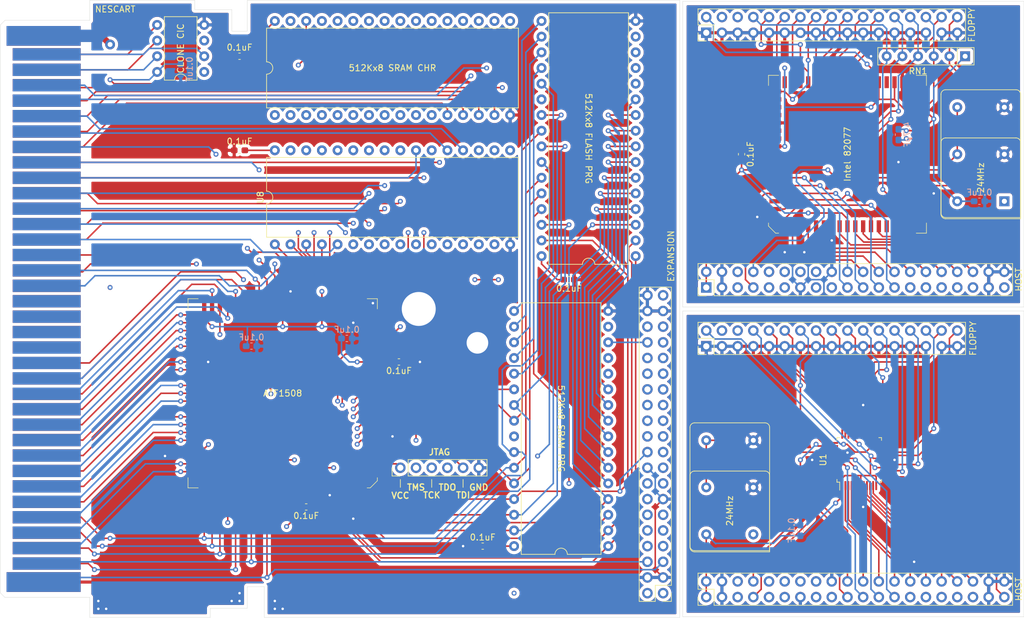
<source format=kicad_pcb>
(kicad_pcb (version 20171130) (host pcbnew "(5.1.10)-1")
  (layers (0 F.Cu signal) (1 In1.Cu signal) (2 In2.Cu signal) (31 B.Cu signal) (34 B.Paste user) (35 F.Paste user) (36 B.SilkS user) (37 F.SilkS user) (38 B.Mask user) (39 F.Mask user) (44 Edge.Cuts user))
  (net 0 "")
  (net 1 /GND)
  (net 2 /CIC_CLK)
  (net 3 /CIC_RST)
  (net 4 /PPU_D4)
  (net 5 /PPU_D5)
  (net 6 /PPU_D6)
  (net 7 /PPU_D7)
  (net 8 /PPU_A13)
  (net 9 /PPU_A12)
  (net 10 /PPU_A10)
  (net 11 /PPU_A11)
  (net 12 /PPU_A9)
  (net 13 /PPU_A8)
  (net 14 /PPU_A7)
  (net 15 /PPU_~A13)
  (net 16 /CIRAM_~CE)
  (net 17 /PPU_~WR)
  (net 18 /EXP_5)
  (net 19 /EXP_6)
  (net 20 /EXP_7)
  (net 21 /EXP_8)
  (net 22 /EXP_9)
  (net 23 /~ROMSEL)
  (net 24 /CPU_D0)
  (net 25 /CPU_D1)
  (net 26 /CPU_D2)
  (net 27 /CPU_D3)
  (net 28 /CPU_D4)
  (net 29 /CPU_D5)
  (net 30 /CPU_D6)
  (net 31 /CPU_D7)
  (net 32 /CPU_A14)
  (net 33 /CPU_A13)
  (net 34 /CPU_A12)
  (net 35 /M2)
  (net 36 /SYSCLK)
  (net 37 /+5V)
  (net 38 /CIC_MISO)
  (net 39 /CIC_MOSI)
  (net 40 /PPU_D3)
  (net 41 /PPU_D2)
  (net 42 /PPU_D1)
  (net 43 /PPU_D0)
  (net 44 /PPU_A0)
  (net 45 /PPU_A1)
  (net 46 /PPU_A2)
  (net 47 /PPU_A3)
  (net 48 /PPU_A4)
  (net 49 /PPU_A5)
  (net 50 /PPU_A6)
  (net 51 /CIRAM_A10)
  (net 52 /PPU_~RD)
  (net 53 /EXP_4)
  (net 54 /EXP_3)
  (net 55 /EXP_2)
  (net 56 /EXP_1)
  (net 57 /EXP_0)
  (net 58 /~IRQ)
  (net 59 /CPU_R~W)
  (net 60 /CPU_A0)
  (net 61 /CPU_A1)
  (net 62 /CPU_A2)
  (net 63 /CPU_A3)
  (net 64 /CPU_A4)
  (net 65 /CPU_A5)
  (net 66 /CPU_A6)
  (net 67 /CPU_A7)
  (net 68 /CPU_A8)
  (net 69 /CPU_A9)
  (net 70 /CPU_A10)
  (net 71 /CPU_A11)
  (net 72 "Net-(J2-Pad6)")
  (net 73 "Net-(J2-Pad4)")
  (net 74 /~PRG_WE)
  (net 75 /~PRG_OE)
  (net 76 /~IOSEL2)
  (net 77 /~DEVSEL2)
  (net 78 /~DEVSEL3)
  (net 79 /~IOSEL3)
  (net 80 /~IOSEL1)
  (net 81 /~DEVSEL1)
  (net 82 /~DEVSEL0)
  (net 83 /~IOSEL0)
  (net 84 /TDO)
  (net 85 /TCK)
  (net 86 /TMS)
  (net 87 /TDI)
  (net 88 "Net-(U2-Pad3)")
  (net 89 "Net-(U2-Pad1)")
  (net 90 /~ROM_CE)
  (net 91 /~RAM_CE)
  (net 92 /~FDCSEL)
  (net 93 /MMU_A12)
  (net 94 /MMU_A13)
  (net 95 /MMU_A14)
  (net 96 /MMU_A15)
  (net 97 /MMU_A16)
  (net 98 /MMU_A17)
  (net 99 /MMU_A18)
  (net 100 /PMU_A12)
  (net 101 /PMU_A13)
  (net 102 /PMU_A14)
  (net 103 /PMU_A15)
  (net 104 /PMU_A16)
  (net 105 /PMU_A17)
  (net 106 /PMU_A18)
  (net 107 /~CHR_RAM_CE)
  (net 108 /~CHR_ROM_CE)
  (net 109 /FDC_RST)
  (net 110 "Net-(U3-Pad84)")
  (net 111 "Net-(U3-Pad1)")
  (net 112 "Net-(U3-Pad2)")
  (net 113 "Net-(U1-Pad48)")
  (net 114 "Net-(U1-Pad39)")
  (net 115 "Net-(X1-Pad1)")
  (net 116 "Net-(X2-Pad1)")
  (net 117 "/Floppy Disk Controller 37C78/GND")
  (net 118 "/Floppy Disk Controller 37C78/+5V")
  (net 119 "/Floppy Disk Controller 82077/GND")
  (net 120 "/Floppy Disk Controller 82077/+5V")
  (net 121 "/Floppy Disk Controller 82077/LFIL")
  (net 122 "/Floppy Disk Controller 82077/HFIL")
  (net 123 "/Floppy Disk Controller 37C78/~IRQ")
  (net 124 "/Floppy Disk Controller 37C78/CPU_D7")
  (net 125 "/Floppy Disk Controller 37C78/CPU_A7")
  (net 126 "/Floppy Disk Controller 37C78/CPU_D6")
  (net 127 "/Floppy Disk Controller 37C78/CPU_A6")
  (net 128 "/Floppy Disk Controller 37C78/CPU_D5")
  (net 129 "/Floppy Disk Controller 37C78/CPU_A5")
  (net 130 "/Floppy Disk Controller 37C78/CPU_D4")
  (net 131 "/Floppy Disk Controller 37C78/CPU_A4")
  (net 132 "/Floppy Disk Controller 37C78/CPU_D3")
  (net 133 "/Floppy Disk Controller 37C78/CPU_A3")
  (net 134 "/Floppy Disk Controller 37C78/CPU_D2")
  (net 135 "/Floppy Disk Controller 37C78/CPU_A2")
  (net 136 "/Floppy Disk Controller 37C78/CPU_D1")
  (net 137 "/Floppy Disk Controller 37C78/CPU_A1")
  (net 138 "/Floppy Disk Controller 37C78/CPU_D0")
  (net 139 "/Floppy Disk Controller 37C78/CPU_A0")
  (net 140 "/Floppy Disk Controller 37C78/~PRG_WE")
  (net 141 "/Floppy Disk Controller 37C78/~PRG_OE")
  (net 142 "/Floppy Disk Controller 37C78/~IOSEL2")
  (net 143 "/Floppy Disk Controller 37C78/~DEVSEL2")
  (net 144 "/Floppy Disk Controller 37C78/~DEVSEL3")
  (net 145 "/Floppy Disk Controller 37C78/~IOSEL3")
  (net 146 "/Floppy Disk Controller 37C78/~IOSEL1")
  (net 147 "/Floppy Disk Controller 37C78/~DEVSEL1")
  (net 148 "/Floppy Disk Controller 37C78/~DEVSEL0")
  (net 149 "/Floppy Disk Controller 37C78/~IOSEL0")
  (net 150 "/Floppy Disk Controller 37C78/FDC_RST")
  (net 151 "/Floppy Disk Controller 37C78/~FDCSEL")
  (net 152 "/Floppy Disk Controller 37C78/M2")
  (net 153 "/Floppy Disk Controller 37C78/SYSCLK")
  (net 154 "/Floppy Disk Controller 37C78/FLP_~DSKCHG")
  (net 155 "/Floppy Disk Controller 37C78/FLP_~HDSEL")
  (net 156 "/Floppy Disk Controller 37C78/FLP_~RDATA")
  (net 157 "/Floppy Disk Controller 37C78/FLP_~WRTPRT")
  (net 158 "/Floppy Disk Controller 37C78/FLP_~TRK0")
  (net 159 "/Floppy Disk Controller 37C78/FLP_~WGATE")
  (net 160 "/Floppy Disk Controller 37C78/FLP_~WDATA")
  (net 161 "/Floppy Disk Controller 37C78/FLP_~STEP")
  (net 162 "/Floppy Disk Controller 37C78/FLP_~DIR")
  (net 163 "/Floppy Disk Controller 37C78/FLP_~MTR1")
  (net 164 "/Floppy Disk Controller 37C78/FLP_~DS0")
  (net 165 "/Floppy Disk Controller 37C78/FLP_~DS1")
  (net 166 "/Floppy Disk Controller 37C78/FLP_~MTR0")
  (net 167 "/Floppy Disk Controller 37C78/FLP_~INDEX")
  (net 168 "/Floppy Disk Controller 37C78/FLP_DENSEL")
  (net 169 "/Floppy Disk Controller 82077/FLP_~DSKCHG")
  (net 170 "/Floppy Disk Controller 82077/FLP_~HDSEL")
  (net 171 "/Floppy Disk Controller 82077/FLP_~RDATA")
  (net 172 "/Floppy Disk Controller 82077/FLP_~WRTPRT")
  (net 173 "/Floppy Disk Controller 82077/FLP_~TRK0")
  (net 174 "/Floppy Disk Controller 82077/FLP_~WGATE")
  (net 175 "/Floppy Disk Controller 82077/FLP_~WDATA")
  (net 176 "/Floppy Disk Controller 82077/FLP_~STEP")
  (net 177 "/Floppy Disk Controller 82077/FLP_~DIR")
  (net 178 "/Floppy Disk Controller 82077/FLP_~MTR1")
  (net 179 "/Floppy Disk Controller 82077/FLP_~DS0")
  (net 180 "/Floppy Disk Controller 82077/FLP_~DS1")
  (net 181 "/Floppy Disk Controller 82077/FLP_~MTR0")
  (net 182 "/Floppy Disk Controller 82077/FLP_~INDEX")
  (net 183 "Net-(J4-Pad6)")
  (net 184 "Net-(J4-Pad4)")
  (net 185 "/Floppy Disk Controller 82077/FLP_DENSEL")
  (net 186 "/Floppy Disk Controller 82077/~IRQ")
  (net 187 "/Floppy Disk Controller 82077/CPU_D7")
  (net 188 "/Floppy Disk Controller 82077/CPU_A7")
  (net 189 "/Floppy Disk Controller 82077/CPU_D6")
  (net 190 "/Floppy Disk Controller 82077/CPU_A6")
  (net 191 "/Floppy Disk Controller 82077/CPU_D5")
  (net 192 "/Floppy Disk Controller 82077/CPU_A5")
  (net 193 "/Floppy Disk Controller 82077/CPU_D4")
  (net 194 "/Floppy Disk Controller 82077/CPU_A4")
  (net 195 "/Floppy Disk Controller 82077/CPU_D3")
  (net 196 "/Floppy Disk Controller 82077/CPU_A3")
  (net 197 "/Floppy Disk Controller 82077/CPU_D2")
  (net 198 "/Floppy Disk Controller 82077/CPU_A2")
  (net 199 "/Floppy Disk Controller 82077/CPU_D1")
  (net 200 "/Floppy Disk Controller 82077/CPU_A1")
  (net 201 "/Floppy Disk Controller 82077/CPU_D0")
  (net 202 "/Floppy Disk Controller 82077/CPU_A0")
  (net 203 "/Floppy Disk Controller 82077/~PRG_WE")
  (net 204 "/Floppy Disk Controller 82077/~PRG_OE")
  (net 205 "/Floppy Disk Controller 82077/~IOSEL2")
  (net 206 "/Floppy Disk Controller 82077/~DEVSEL2")
  (net 207 "/Floppy Disk Controller 82077/~DEVSEL3")
  (net 208 "/Floppy Disk Controller 82077/~IOSEL3")
  (net 209 "/Floppy Disk Controller 82077/~IOSEL1")
  (net 210 "/Floppy Disk Controller 82077/~DEVSEL1")
  (net 211 "/Floppy Disk Controller 82077/~DEVSEL0")
  (net 212 "/Floppy Disk Controller 82077/~IOSEL0")
  (net 213 "/Floppy Disk Controller 82077/FDC_RST")
  (net 214 "/Floppy Disk Controller 82077/~FDCSEL")
  (net 215 "/Floppy Disk Controller 82077/M2")
  (net 216 "/Floppy Disk Controller 82077/SYSCLK")
  (net 217 "/Floppy Disk Controller 37C78/CLK24")
  (net 218 "/Floppy Disk Controller 37C78/FLP_MEDIA_ID1")
  (net 219 "/Floppy Disk Controller 37C78/FLP_MEDIA_ID0")
  (net 220 "/Floppy Disk Controller 37C78/FLP_DRVDEN1")
  (net 221 "/Floppy Disk Controller 37C78/FLP_DRVDEN0")
  (net 222 "/Floppy Disk Controller 37C78/FDC_TC")
  (net 223 "Net-(U4-Pad47)")
  (net 224 "Net-(U4-Pad44)")
  (net 225 "Net-(U4-Pad43)")
  (net 226 "Net-(U4-Pad42)")
  (net 227 "Net-(U4-Pad34)")
  (net 228 "/Floppy Disk Controller 82077/CLK24")
  (net 229 "Net-(U4-Pad29)")
  (net 230 "Net-(U4-Pad28)")
  (net 231 "/Floppy Disk Controller 82077/FDC_TC")
  (net 232 "Net-(U4-Pad24)")
  (net 233 "Net-(U4-Pad23)")
  (net 234 "Net-(U4-Pad63)")
  (net 235 "Net-(U4-Pad64)")
  (net 236 "Net-(U4-Pad66)")
  (net 237 "Net-(U4-Pad67)")
  (net 238 "Net-(X3-Pad1)")
  (net 239 "Net-(X4-Pad1)")
  (module nes:NES_CART (layer F.Cu) (at 85 100 270)
    (fp_text reference J0 hide)
    (fp_text value NESCART (at -48.565 -0.735 180) (layer F.SilkS) (effects (justify left)))
    (pad 36 smd rect (at -44.25 7.5 270) (size 3.2 12) (layers F.Cu F.Paste F.Mask) (net 37 /+5V))
    (pad 37 smd rect (at 44.25 7.5 90) (size 3.2 12) (layers B.Cu B.Paste B.Mask) (net 36 /SYSCLK))
    (pad 35 smd rect (at -41.25 7 270) (size 2 11) (layers F.Cu F.Paste F.Mask) (net 38 /CIC_MISO))
    (pad 38 smd rect (at 41.25 7 90) (size 2 11) (layers B.Cu B.Paste B.Mask) (net 35 /M2))
    (pad 34 smd rect (at -38.75 7 270) (size 2 11) (layers F.Cu F.Paste F.Mask) (net 39 /CIC_MOSI))
    (pad 39 smd rect (at 38.75 7 90) (size 2 11) (layers B.Cu B.Paste B.Mask) (net 34 /CPU_A12))
    (pad 33 smd rect (at -36.25 7 270) (size 2 11) (layers F.Cu F.Paste F.Mask) (net 40 /PPU_D3))
    (pad 40 smd rect (at 36.25 7 90) (size 2 11) (layers B.Cu B.Paste B.Mask) (net 33 /CPU_A13))
    (pad 32 smd rect (at -33.75 7 270) (size 2 11) (layers F.Cu F.Paste F.Mask) (net 41 /PPU_D2))
    (pad 41 smd rect (at 33.75 7 90) (size 2 11) (layers B.Cu B.Paste B.Mask) (net 32 /CPU_A14))
    (pad 31 smd rect (at -31.25 7 270) (size 2 11) (layers F.Cu F.Paste F.Mask) (net 42 /PPU_D1))
    (pad 42 smd rect (at 31.25 7 90) (size 2 11) (layers B.Cu B.Paste B.Mask) (net 31 /CPU_D7))
    (pad 30 smd rect (at -28.75 7 270) (size 2 11) (layers F.Cu F.Paste F.Mask) (net 43 /PPU_D0))
    (pad 43 smd rect (at 28.75 7 90) (size 2 11) (layers B.Cu B.Paste B.Mask) (net 30 /CPU_D6))
    (pad 29 smd rect (at -26.25 7 270) (size 2 11) (layers F.Cu F.Paste F.Mask) (net 44 /PPU_A0))
    (pad 44 smd rect (at 26.25 7 90) (size 2 11) (layers B.Cu B.Paste B.Mask) (net 29 /CPU_D5))
    (pad 28 smd rect (at -23.75 7 270) (size 2 11) (layers F.Cu F.Paste F.Mask) (net 45 /PPU_A1))
    (pad 45 smd rect (at 23.75 7 90) (size 2 11) (layers B.Cu B.Paste B.Mask) (net 28 /CPU_D4))
    (pad 27 smd rect (at -21.25 7 270) (size 2 11) (layers F.Cu F.Paste F.Mask) (net 46 /PPU_A2))
    (pad 46 smd rect (at 21.25 7 90) (size 2 11) (layers B.Cu B.Paste B.Mask) (net 27 /CPU_D3))
    (pad 26 smd rect (at -18.75 7 270) (size 2 11) (layers F.Cu F.Paste F.Mask) (net 47 /PPU_A3))
    (pad 47 smd rect (at 18.75 7 90) (size 2 11) (layers B.Cu B.Paste B.Mask) (net 26 /CPU_D2))
    (pad 25 smd rect (at -16.25 7 270) (size 2 11) (layers F.Cu F.Paste F.Mask) (net 48 /PPU_A4))
    (pad 48 smd rect (at 16.25 7 90) (size 2 11) (layers B.Cu B.Paste B.Mask) (net 25 /CPU_D1))
    (pad 24 smd rect (at -13.75 7 270) (size 2 11) (layers F.Cu F.Paste F.Mask) (net 49 /PPU_A5))
    (pad 49 smd rect (at 13.75 7 90) (size 2 11) (layers B.Cu B.Paste B.Mask) (net 24 /CPU_D0))
    (pad 23 smd rect (at -11.25 7 270) (size 2 11) (layers F.Cu F.Paste F.Mask) (net 50 /PPU_A6))
    (pad 50 smd rect (at 11.25 7 90) (size 2 11) (layers B.Cu B.Paste B.Mask) (net 23 /~ROMSEL))
    (pad 22 smd rect (at -8.75 7 270) (size 2 11) (layers F.Cu F.Paste F.Mask) (net 51 /CIRAM_A10))
    (pad 51 smd rect (at 8.75 7 90) (size 2 11) (layers B.Cu B.Paste B.Mask) (net 22 /EXP_9))
    (pad 21 smd rect (at -6.25 7 270) (size 2 11) (layers F.Cu F.Paste F.Mask) (net 52 /PPU_~RD))
    (pad 52 smd rect (at 6.25 7 90) (size 2 11) (layers B.Cu B.Paste B.Mask) (net 21 /EXP_8))
    (pad 20 smd rect (at -3.75 7 270) (size 2 11) (layers F.Cu F.Paste F.Mask) (net 53 /EXP_4))
    (pad 53 smd rect (at 3.75 7 90) (size 2 11) (layers B.Cu B.Paste B.Mask) (net 20 /EXP_7))
    (pad 19 smd rect (at -1.25 7 270) (size 2 11) (layers F.Cu F.Paste F.Mask) (net 54 /EXP_3))
    (pad 54 smd rect (at 1.25 7 90) (size 2 11) (layers B.Cu B.Paste B.Mask) (net 19 /EXP_6))
    (pad 18 smd rect (at 1.25 7 270) (size 2 11) (layers F.Cu F.Paste F.Mask) (net 55 /EXP_2))
    (pad 55 smd rect (at -1.25 7 90) (size 2 11) (layers B.Cu B.Paste B.Mask) (net 18 /EXP_5))
    (pad 17 smd rect (at 3.75 7 270) (size 2 11) (layers F.Cu F.Paste F.Mask) (net 56 /EXP_1))
    (pad 56 smd rect (at -3.75 7 90) (size 2 11) (layers B.Cu B.Paste B.Mask) (net 17 /PPU_~WR))
    (pad 16 smd rect (at 6.25 7 270) (size 2 11) (layers F.Cu F.Paste F.Mask) (net 57 /EXP_0))
    (pad 57 smd rect (at -6.25 7 90) (size 2 11) (layers B.Cu B.Paste B.Mask) (net 16 /CIRAM_~CE))
    (pad 15 smd rect (at 8.75 7 270) (size 2 11) (layers F.Cu F.Paste F.Mask) (net 58 /~IRQ))
    (pad 58 smd rect (at -8.75 7 90) (size 2 11) (layers B.Cu B.Paste B.Mask) (net 15 /PPU_~A13))
    (pad 14 smd rect (at 11.25 7 270) (size 2 11) (layers F.Cu F.Paste F.Mask) (net 59 /CPU_R~W))
    (pad 59 smd rect (at -11.25 7 90) (size 2 11) (layers B.Cu B.Paste B.Mask) (net 14 /PPU_A7))
    (pad 13 smd rect (at 13.75 7 270) (size 2 11) (layers F.Cu F.Paste F.Mask) (net 60 /CPU_A0))
    (pad 60 smd rect (at -13.75 7 90) (size 2 11) (layers B.Cu B.Paste B.Mask) (net 13 /PPU_A8))
    (pad 12 smd rect (at 16.25 7 270) (size 2 11) (layers F.Cu F.Paste F.Mask) (net 61 /CPU_A1))
    (pad 61 smd rect (at -16.25 7 90) (size 2 11) (layers B.Cu B.Paste B.Mask) (net 12 /PPU_A9))
    (pad 11 smd rect (at 18.75 7 270) (size 2 11) (layers F.Cu F.Paste F.Mask) (net 62 /CPU_A2))
    (pad 62 smd rect (at -18.75 7 90) (size 2 11) (layers B.Cu B.Paste B.Mask) (net 11 /PPU_A11))
    (pad 10 smd rect (at 21.25 7 270) (size 2 11) (layers F.Cu F.Paste F.Mask) (net 63 /CPU_A3))
    (pad 63 smd rect (at -21.25 7 90) (size 2 11) (layers B.Cu B.Paste B.Mask) (net 10 /PPU_A10))
    (pad 9 smd rect (at 23.75 7 270) (size 2 11) (layers F.Cu F.Paste F.Mask) (net 64 /CPU_A4))
    (pad 64 smd rect (at -23.75 7 90) (size 2 11) (layers B.Cu B.Paste B.Mask) (net 9 /PPU_A12))
    (pad 8 smd rect (at 26.25 7 270) (size 2 11) (layers F.Cu F.Paste F.Mask) (net 65 /CPU_A5))
    (pad 65 smd rect (at -26.25 7 90) (size 2 11) (layers B.Cu B.Paste B.Mask) (net 8 /PPU_A13))
    (pad 7 smd rect (at 28.75 7 270) (size 2 11) (layers F.Cu F.Paste F.Mask) (net 66 /CPU_A6))
    (pad 66 smd rect (at -28.75 7 90) (size 2 11) (layers B.Cu B.Paste B.Mask) (net 7 /PPU_D7))
    (pad 6 smd rect (at 31.25 7 270) (size 2 11) (layers F.Cu F.Paste F.Mask) (net 67 /CPU_A7))
    (pad 67 smd rect (at -31.25 7 90) (size 2 11) (layers B.Cu B.Paste B.Mask) (net 6 /PPU_D6))
    (pad 5 smd rect (at 33.75 7 270) (size 2 11) (layers F.Cu F.Paste F.Mask) (net 68 /CPU_A8))
    (pad 68 smd rect (at -33.75 7 90) (size 2 11) (layers B.Cu B.Paste B.Mask) (net 5 /PPU_D5))
    (pad 4 smd rect (at 36.25 7 270) (size 2 11) (layers F.Cu F.Paste F.Mask) (net 69 /CPU_A9))
    (pad 69 smd rect (at -36.25 7 90) (size 2 11) (layers B.Cu B.Paste B.Mask) (net 4 /PPU_D4))
    (pad 3 smd rect (at 38.75 7 270) (size 2 11) (layers F.Cu F.Paste F.Mask) (net 70 /CPU_A10))
    (pad 70 smd rect (at -38.75 7 90) (size 2 11) (layers B.Cu B.Paste B.Mask) (net 3 /CIC_RST))
    (pad 2 smd rect (at 41.25 7 270) (size 2 11) (layers F.Cu F.Paste F.Mask) (net 71 /CPU_A11))
    (pad 71 smd rect (at -41.25 7 90) (size 2 11) (layers B.Cu B.Paste B.Mask) (net 2 /CIC_CLK))
    (pad 1 smd rect (at 44.25 7.5 270) (size 3.2 12) (layers F.Cu F.Paste F.Mask) (net 1 /GND))
    (pad 72 smd rect (at -44.25 7.5 90) (size 3.2 12) (layers B.Cu B.Paste B.Mask) (net 1 /GND))
  )
  (module Capacitor_SMD:C_0603_1608Metric_Pad1.08x0.95mm_HandSolder (layer F.Cu) (at 190.5 74.93 90)
    (fp_text reference C13 hide)
    (fp_text value 0.1uF (at 0 1.43 90) (layer F.SilkS))
    (pad 2 smd roundrect (at 0.8625 0 90) (size 1.075 0.95) (layers F.Cu F.Paste F.Mask) (net 119 "/Floppy Disk Controller 82077/GND"))
    (pad 1 smd roundrect (at -0.8625 0 90) (size 1.075 0.95) (layers F.Cu F.Paste F.Mask) (net 120 "/Floppy Disk Controller 82077/+5V"))
  )
  (module Oscillator:Oscillator_DIP-8 (layer F.Cu) (at 233.045 82.55 90)
    (fp_text reference X4 hide)
    (fp_text value 24MHz (at 3.81 -3.81 90) (layer F.SilkS))
    (pad 4 thru_hole circle (at 7.62 0 90) (size 1.6 1.6) (drill 0.8) (layers *.Cu *.Mask) (net 119 "/Floppy Disk Controller 82077/GND"))
    (pad 5 thru_hole circle (at 7.62 -7.62 90) (size 1.6 1.6) (drill 0.8) (layers *.Cu *.Mask) (net 228 "/Floppy Disk Controller 82077/CLK24"))
    (pad 8 thru_hole circle (at 0 -7.62 90) (size 1.6 1.6) (drill 0.8) (layers *.Cu *.Mask) (net 120 "/Floppy Disk Controller 82077/+5V"))
    (pad 1 thru_hole rect (at 0 0 90) (size 1.6 1.6) (drill 0.8) (layers *.Cu *.Mask) (net 239 "Net-(X4-Pad1)"))
  )
  (module Oscillator:Oscillator_DIP-14 (layer F.Cu) (at 233.045 82.55 90)
    (fp_text reference X3 hide)
    (fp_text value CXO_DIP14 hide)
    (pad 7 thru_hole circle (at 15.24 0 90) (size 1.6 1.6) (drill 0.8) (layers *.Cu *.Mask) (net 119 "/Floppy Disk Controller 82077/GND"))
    (pad 8 thru_hole circle (at 15.24 -7.62 90) (size 1.6 1.6) (drill 0.8) (layers *.Cu *.Mask) (net 228 "/Floppy Disk Controller 82077/CLK24"))
    (pad 14 thru_hole circle (at 0 -7.62 90) (size 1.6 1.6) (drill 0.8) (layers *.Cu *.Mask) (net 120 "/Floppy Disk Controller 82077/+5V"))
    (pad 1 thru_hole rect (at 0 0 90) (size 1.6 1.6) (drill 0.8) (layers *.Cu *.Mask) (net 238 "Net-(X3-Pad1)"))
  )
  (module Package_LCC:PLCC-68 (layer F.Cu) (at 207.645 74.93 90)
    (fp_text reference U4 hide)
    (fp_text value "Intel 82077" (at 0 0 90) (layer F.SilkS))
    (pad 60 smd rect (at 11.6725 -10.16 90) (size 1.925 0.7) (layers F.Cu F.Paste F.Mask) (net 120 "/Floppy Disk Controller 82077/+5V"))
    (pad 59 smd rect (at 11.6725 -8.89 90) (size 1.925 0.7) (layers F.Cu F.Paste F.Mask) (net 119 "/Floppy Disk Controller 82077/GND"))
    (pad 58 smd rect (at 11.6725 -7.62 90) (size 1.925 0.7) (layers F.Cu F.Paste F.Mask) (net 179 "/Floppy Disk Controller 82077/FLP_~DS0"))
    (pad 57 smd rect (at 11.6725 -6.35 90) (size 1.925 0.7) (layers F.Cu F.Paste F.Mask) (net 181 "/Floppy Disk Controller 82077/FLP_~MTR0"))
    (pad 56 smd rect (at 11.6725 -5.08 90) (size 1.925 0.7) (layers F.Cu F.Paste F.Mask) (net 177 "/Floppy Disk Controller 82077/FLP_~DIR"))
    (pad 55 smd rect (at 11.6725 -3.81 90) (size 1.925 0.7) (layers F.Cu F.Paste F.Mask) (net 176 "/Floppy Disk Controller 82077/FLP_~STEP"))
    (pad 54 smd rect (at 11.6725 -2.54 90) (size 1.925 0.7) (layers F.Cu F.Paste F.Mask) (net 119 "/Floppy Disk Controller 82077/GND"))
    (pad 53 smd rect (at 11.6725 -1.27 90) (size 1.925 0.7) (layers F.Cu F.Paste F.Mask) (net 175 "/Floppy Disk Controller 82077/FLP_~WDATA"))
    (pad 52 smd rect (at 11.6725 0 90) (size 1.925 0.7) (layers F.Cu F.Paste F.Mask) (net 174 "/Floppy Disk Controller 82077/FLP_~WGATE"))
    (pad 51 smd rect (at 11.6725 1.27 90) (size 1.925 0.7) (layers F.Cu F.Paste F.Mask) (net 170 "/Floppy Disk Controller 82077/FLP_~HDSEL"))
    (pad 50 smd rect (at 11.6725 2.54 90) (size 1.925 0.7) (layers F.Cu F.Paste F.Mask) (net 119 "/Floppy Disk Controller 82077/GND"))
    (pad 49 smd rect (at 11.6725 3.81 90) (size 1.925 0.7) (layers F.Cu F.Paste F.Mask) (net 185 "/Floppy Disk Controller 82077/FLP_DENSEL"))
    (pad 48 smd rect (at 11.6725 5.08 90) (size 1.925 0.7) (layers F.Cu F.Paste F.Mask) (net 120 "/Floppy Disk Controller 82077/+5V"))
    (pad 47 smd rect (at 11.6725 6.35 90) (size 1.925 0.7) (layers F.Cu F.Paste F.Mask) (net 223 "Net-(U4-Pad47)"))
    (pad 46 smd rect (at 11.6725 7.62 90) (size 1.925 0.7) (layers F.Cu F.Paste F.Mask) (net 120 "/Floppy Disk Controller 82077/+5V"))
    (pad 45 smd rect (at 11.6725 8.89 90) (size 1.925 0.7) (layers F.Cu F.Paste F.Mask) (net 119 "/Floppy Disk Controller 82077/GND"))
    (pad 44 smd rect (at 11.6725 10.16 90) (size 1.925 0.7) (layers F.Cu F.Paste F.Mask) (net 224 "Net-(U4-Pad44)"))
    (pad 43 smd rect (at 10.16 11.6725 90) (size 0.7 1.925) (layers F.Cu F.Paste F.Mask) (net 225 "Net-(U4-Pad43)"))
    (pad 42 smd rect (at 8.89 11.6725 90) (size 0.7 1.925) (layers F.Cu F.Paste F.Mask) (net 226 "Net-(U4-Pad42)"))
    (pad 41 smd rect (at 7.62 11.6725 90) (size 0.7 1.925) (layers F.Cu F.Paste F.Mask) (net 171 "/Floppy Disk Controller 82077/FLP_~RDATA"))
    (pad 40 smd rect (at 6.35 11.6725 90) (size 0.7 1.925) (layers F.Cu F.Paste F.Mask) (net 120 "/Floppy Disk Controller 82077/+5V"))
    (pad 39 smd rect (at 5.08 11.6725 90) (size 0.7 1.925) (layers F.Cu F.Paste F.Mask) (net 120 "/Floppy Disk Controller 82077/+5V"))
    (pad 38 smd rect (at 3.81 11.6725 90) (size 0.7 1.925) (layers F.Cu F.Paste F.Mask) (net 122 "/Floppy Disk Controller 82077/HFIL"))
    (pad 37 smd rect (at 2.54 11.6725 90) (size 0.7 1.925) (layers F.Cu F.Paste F.Mask) (net 121 "/Floppy Disk Controller 82077/LFIL"))
    (pad 36 smd rect (at 1.27 11.6725 90) (size 0.7 1.925) (layers F.Cu F.Paste F.Mask) (net 119 "/Floppy Disk Controller 82077/GND"))
    (pad 35 smd rect (at 0 11.6725 90) (size 0.7 1.925) (layers F.Cu F.Paste F.Mask) (net 119 "/Floppy Disk Controller 82077/GND"))
    (pad 34 smd rect (at -1.27 11.6725 90) (size 0.7 1.925) (layers F.Cu F.Paste F.Mask) (net 227 "Net-(U4-Pad34)"))
    (pad 33 smd rect (at -2.54 11.6725 90) (size 0.7 1.925) (layers F.Cu F.Paste F.Mask) (net 228 "/Floppy Disk Controller 82077/CLK24"))
    (pad 32 smd rect (at -3.81 11.6725 90) (size 0.7 1.925) (layers F.Cu F.Paste F.Mask) (net 213 "/Floppy Disk Controller 82077/FDC_RST"))
    (pad 31 smd rect (at -5.08 11.6725 90) (size 0.7 1.925) (layers F.Cu F.Paste F.Mask) (net 169 "/Floppy Disk Controller 82077/FLP_~DSKCHG"))
    (pad 30 smd rect (at -6.35 11.6725 90) (size 0.7 1.925) (layers F.Cu F.Paste F.Mask) (net 119 "/Floppy Disk Controller 82077/GND"))
    (pad 29 smd rect (at -7.62 11.6725 90) (size 0.7 1.925) (layers F.Cu F.Paste F.Mask) (net 229 "Net-(U4-Pad29)"))
    (pad 28 smd rect (at -8.89 11.6725 90) (size 0.7 1.925) (layers F.Cu F.Paste F.Mask) (net 230 "Net-(U4-Pad28)"))
    (pad 27 smd rect (at -10.16 11.6725 90) (size 0.7 1.925) (layers F.Cu F.Paste F.Mask) (net 119 "/Floppy Disk Controller 82077/GND"))
    (pad 26 smd rect (at -11.6725 10.16 90) (size 1.925 0.7) (layers F.Cu F.Paste F.Mask) (net 182 "/Floppy Disk Controller 82077/FLP_~INDEX"))
    (pad 25 smd rect (at -11.6725 8.89 90) (size 1.925 0.7) (layers F.Cu F.Paste F.Mask) (net 231 "/Floppy Disk Controller 82077/FDC_TC"))
    (pad 24 smd rect (at -11.6725 7.62 90) (size 1.925 0.7) (layers F.Cu F.Paste F.Mask) (net 232 "Net-(U4-Pad24)"))
    (pad 23 smd rect (at -11.6725 6.35 90) (size 1.925 0.7) (layers F.Cu F.Paste F.Mask) (net 233 "Net-(U4-Pad23)"))
    (pad 22 smd rect (at -11.6725 5.08 90) (size 1.925 0.7) (layers F.Cu F.Paste F.Mask) (net 187 "/Floppy Disk Controller 82077/CPU_D7"))
    (pad 21 smd rect (at -11.6725 3.81 90) (size 1.925 0.7) (layers F.Cu F.Paste F.Mask) (net 119 "/Floppy Disk Controller 82077/GND"))
    (pad 20 smd rect (at -11.6725 2.54 90) (size 1.925 0.7) (layers F.Cu F.Paste F.Mask) (net 189 "/Floppy Disk Controller 82077/CPU_D6"))
    (pad 19 smd rect (at -11.6725 1.27 90) (size 1.925 0.7) (layers F.Cu F.Paste F.Mask) (net 191 "/Floppy Disk Controller 82077/CPU_D5"))
    (pad 18 smd rect (at -11.6725 0 90) (size 1.925 0.7) (layers F.Cu F.Paste F.Mask) (net 120 "/Floppy Disk Controller 82077/+5V"))
    (pad 17 smd rect (at -11.6725 -1.27 90) (size 1.925 0.7) (layers F.Cu F.Paste F.Mask) (net 193 "/Floppy Disk Controller 82077/CPU_D4"))
    (pad 16 smd rect (at -11.6725 -2.54 90) (size 1.925 0.7) (layers F.Cu F.Paste F.Mask) (net 119 "/Floppy Disk Controller 82077/GND"))
    (pad 15 smd rect (at -11.6725 -3.81 90) (size 1.925 0.7) (layers F.Cu F.Paste F.Mask) (net 195 "/Floppy Disk Controller 82077/CPU_D3"))
    (pad 14 smd rect (at -11.6725 -5.08 90) (size 1.925 0.7) (layers F.Cu F.Paste F.Mask) (net 197 "/Floppy Disk Controller 82077/CPU_D2"))
    (pad 13 smd rect (at -11.6725 -6.35 90) (size 1.925 0.7) (layers F.Cu F.Paste F.Mask) (net 199 "/Floppy Disk Controller 82077/CPU_D1"))
    (pad 12 smd rect (at -11.6725 -7.62 90) (size 1.925 0.7) (layers F.Cu F.Paste F.Mask) (net 119 "/Floppy Disk Controller 82077/GND"))
    (pad 11 smd rect (at -11.6725 -8.89 90) (size 1.925 0.7) (layers F.Cu F.Paste F.Mask) (net 201 "/Floppy Disk Controller 82077/CPU_D0"))
    (pad 10 smd rect (at -11.6725 -10.16 90) (size 1.925 0.7) (layers F.Cu F.Paste F.Mask) (net 198 "/Floppy Disk Controller 82077/CPU_A2"))
    (pad 61 smd rect (at 10.16 -11.6725 90) (size 0.7 1.925) (layers F.Cu F.Paste F.Mask) (net 178 "/Floppy Disk Controller 82077/FLP_~MTR1"))
    (pad 62 smd rect (at 8.89 -11.6725 90) (size 0.7 1.925) (layers F.Cu F.Paste F.Mask) (net 180 "/Floppy Disk Controller 82077/FLP_~DS1"))
    (pad 63 smd rect (at 7.62 -11.6725 90) (size 0.7 1.925) (layers F.Cu F.Paste F.Mask) (net 234 "Net-(U4-Pad63)"))
    (pad 64 smd rect (at 6.35 -11.6725 90) (size 0.7 1.925) (layers F.Cu F.Paste F.Mask) (net 235 "Net-(U4-Pad64)"))
    (pad 65 smd rect (at 5.08 -11.6725 90) (size 0.7 1.925) (layers F.Cu F.Paste F.Mask) (net 119 "/Floppy Disk Controller 82077/GND"))
    (pad 66 smd rect (at 3.81 -11.6725 90) (size 0.7 1.925) (layers F.Cu F.Paste F.Mask) (net 236 "Net-(U4-Pad66)"))
    (pad 67 smd rect (at 2.54 -11.6725 90) (size 0.7 1.925) (layers F.Cu F.Paste F.Mask) (net 237 "Net-(U4-Pad67)"))
    (pad 68 smd rect (at 1.27 -11.6725 90) (size 0.7 1.925) (layers F.Cu F.Paste F.Mask) (net 120 "/Floppy Disk Controller 82077/+5V"))
    (pad 9 smd rect (at -10.16 -11.6725 90) (size 0.7 1.925) (layers F.Cu F.Paste F.Mask) (net 119 "/Floppy Disk Controller 82077/GND"))
    (pad 8 smd rect (at -8.89 -11.6725 90) (size 0.7 1.925) (layers F.Cu F.Paste F.Mask) (net 200 "/Floppy Disk Controller 82077/CPU_A1"))
    (pad 7 smd rect (at -7.62 -11.6725 90) (size 0.7 1.925) (layers F.Cu F.Paste F.Mask) (net 202 "/Floppy Disk Controller 82077/CPU_A0"))
    (pad 6 smd rect (at -6.35 -11.6725 90) (size 0.7 1.925) (layers F.Cu F.Paste F.Mask) (net 214 "/Floppy Disk Controller 82077/~FDCSEL"))
    (pad 5 smd rect (at -5.08 -11.6725 90) (size 0.7 1.925) (layers F.Cu F.Paste F.Mask) (net 203 "/Floppy Disk Controller 82077/~PRG_WE"))
    (pad 4 smd rect (at -3.81 -11.6725 90) (size 0.7 1.925) (layers F.Cu F.Paste F.Mask) (net 204 "/Floppy Disk Controller 82077/~PRG_OE"))
    (pad 3 smd rect (at -2.54 -11.6725 90) (size 0.7 1.925) (layers F.Cu F.Paste F.Mask) (net 120 "/Floppy Disk Controller 82077/+5V"))
    (pad 2 smd rect (at -1.27 -11.6725 90) (size 0.7 1.925) (layers F.Cu F.Paste F.Mask) (net 173 "/Floppy Disk Controller 82077/FLP_~TRK0"))
    (pad 1 smd rect (at 0 -11.6725 90) (size 0.7 1.925) (layers F.Cu F.Paste F.Mask) (net 172 "/Floppy Disk Controller 82077/FLP_~WRTPRT"))
  )
  (module Resistor_THT:R_Array_SIP6 (layer F.Cu) (at 226.695 59.055 180)
    (fp_text reference RN1 (at 7.62 -2.4) (layer F.SilkS))
    (fp_text value 1Kx5)
    (pad 6 thru_hole oval (at 12.7 0 180) (size 1.6 1.6) (drill 0.8) (layers *.Cu *.Mask) (net 182 "/Floppy Disk Controller 82077/FLP_~INDEX"))
    (pad 5 thru_hole oval (at 10.16 0 180) (size 1.6 1.6) (drill 0.8) (layers *.Cu *.Mask) (net 173 "/Floppy Disk Controller 82077/FLP_~TRK0"))
    (pad 4 thru_hole oval (at 7.62 0 180) (size 1.6 1.6) (drill 0.8) (layers *.Cu *.Mask) (net 172 "/Floppy Disk Controller 82077/FLP_~WRTPRT"))
    (pad 3 thru_hole oval (at 5.08 0 180) (size 1.6 1.6) (drill 0.8) (layers *.Cu *.Mask) (net 171 "/Floppy Disk Controller 82077/FLP_~RDATA"))
    (pad 2 thru_hole oval (at 2.54 0 180) (size 1.6 1.6) (drill 0.8) (layers *.Cu *.Mask) (net 169 "/Floppy Disk Controller 82077/FLP_~DSKCHG"))
    (pad 1 thru_hole rect (at 0 0 180) (size 1.6 1.6) (drill 0.8) (layers *.Cu *.Mask) (net 120 "/Floppy Disk Controller 82077/+5V"))
  )
  (module Connector_PinHeader_2.54mm:PinHeader_2x20_P2.54mm_Vertical (layer F.Cu) (at 184.785 96.52 90)
    (fp_text reference J5 hide)
    (fp_text value HOST (at 1.27 50.59 90) (layer F.SilkS))
    (pad 40 thru_hole oval (at 2.54 48.26 90) (size 1.7 1.7) (drill 1) (layers *.Cu *.Mask) (net 119 "/Floppy Disk Controller 82077/GND"))
    (pad 39 thru_hole oval (at 0 48.26 90) (size 1.7 1.7) (drill 1) (layers *.Cu *.Mask) (net 186 "/Floppy Disk Controller 82077/~IRQ"))
    (pad 38 thru_hole oval (at 2.54 45.72 90) (size 1.7 1.7) (drill 1) (layers *.Cu *.Mask) (net 119 "/Floppy Disk Controller 82077/GND"))
    (pad 37 thru_hole oval (at 0 45.72 90) (size 1.7 1.7) (drill 1) (layers *.Cu *.Mask) (net 119 "/Floppy Disk Controller 82077/GND"))
    (pad 36 thru_hole oval (at 2.54 43.18 90) (size 1.7 1.7) (drill 1) (layers *.Cu *.Mask) (net 187 "/Floppy Disk Controller 82077/CPU_D7"))
    (pad 35 thru_hole oval (at 0 43.18 90) (size 1.7 1.7) (drill 1) (layers *.Cu *.Mask) (net 188 "/Floppy Disk Controller 82077/CPU_A7"))
    (pad 34 thru_hole oval (at 2.54 40.64 90) (size 1.7 1.7) (drill 1) (layers *.Cu *.Mask) (net 189 "/Floppy Disk Controller 82077/CPU_D6"))
    (pad 33 thru_hole oval (at 0 40.64 90) (size 1.7 1.7) (drill 1) (layers *.Cu *.Mask) (net 190 "/Floppy Disk Controller 82077/CPU_A6"))
    (pad 32 thru_hole oval (at 2.54 38.1 90) (size 1.7 1.7) (drill 1) (layers *.Cu *.Mask) (net 191 "/Floppy Disk Controller 82077/CPU_D5"))
    (pad 31 thru_hole oval (at 0 38.1 90) (size 1.7 1.7) (drill 1) (layers *.Cu *.Mask) (net 192 "/Floppy Disk Controller 82077/CPU_A5"))
    (pad 30 thru_hole oval (at 2.54 35.56 90) (size 1.7 1.7) (drill 1) (layers *.Cu *.Mask) (net 193 "/Floppy Disk Controller 82077/CPU_D4"))
    (pad 29 thru_hole oval (at 0 35.56 90) (size 1.7 1.7) (drill 1) (layers *.Cu *.Mask) (net 194 "/Floppy Disk Controller 82077/CPU_A4"))
    (pad 28 thru_hole oval (at 2.54 33.02 90) (size 1.7 1.7) (drill 1) (layers *.Cu *.Mask) (net 195 "/Floppy Disk Controller 82077/CPU_D3"))
    (pad 27 thru_hole oval (at 0 33.02 90) (size 1.7 1.7) (drill 1) (layers *.Cu *.Mask) (net 196 "/Floppy Disk Controller 82077/CPU_A3"))
    (pad 26 thru_hole oval (at 2.54 30.48 90) (size 1.7 1.7) (drill 1) (layers *.Cu *.Mask) (net 197 "/Floppy Disk Controller 82077/CPU_D2"))
    (pad 25 thru_hole oval (at 0 30.48 90) (size 1.7 1.7) (drill 1) (layers *.Cu *.Mask) (net 198 "/Floppy Disk Controller 82077/CPU_A2"))
    (pad 24 thru_hole oval (at 2.54 27.94 90) (size 1.7 1.7) (drill 1) (layers *.Cu *.Mask) (net 199 "/Floppy Disk Controller 82077/CPU_D1"))
    (pad 23 thru_hole oval (at 0 27.94 90) (size 1.7 1.7) (drill 1) (layers *.Cu *.Mask) (net 200 "/Floppy Disk Controller 82077/CPU_A1"))
    (pad 22 thru_hole oval (at 2.54 25.4 90) (size 1.7 1.7) (drill 1) (layers *.Cu *.Mask) (net 201 "/Floppy Disk Controller 82077/CPU_D0"))
    (pad 21 thru_hole oval (at 0 25.4 90) (size 1.7 1.7) (drill 1) (layers *.Cu *.Mask) (net 202 "/Floppy Disk Controller 82077/CPU_A0"))
    (pad 20 thru_hole oval (at 2.54 22.86 90) (size 1.7 1.7) (drill 1) (layers *.Cu *.Mask) (net 203 "/Floppy Disk Controller 82077/~PRG_WE"))
    (pad 19 thru_hole oval (at 0 22.86 90) (size 1.7 1.7) (drill 1) (layers *.Cu *.Mask) (net 204 "/Floppy Disk Controller 82077/~PRG_OE"))
    (pad 18 thru_hole oval (at 2.54 20.32 90) (size 1.7 1.7) (drill 1) (layers *.Cu *.Mask) (net 119 "/Floppy Disk Controller 82077/GND"))
    (pad 17 thru_hole oval (at 0 20.32 90) (size 1.7 1.7) (drill 1) (layers *.Cu *.Mask) (net 205 "/Floppy Disk Controller 82077/~IOSEL2"))
    (pad 16 thru_hole oval (at 2.54 17.78 90) (size 1.7 1.7) (drill 1) (layers *.Cu *.Mask) (net 206 "/Floppy Disk Controller 82077/~DEVSEL2"))
    (pad 15 thru_hole oval (at 0 17.78 90) (size 1.7 1.7) (drill 1) (layers *.Cu *.Mask) (net 207 "/Floppy Disk Controller 82077/~DEVSEL3"))
    (pad 14 thru_hole oval (at 2.54 15.24 90) (size 1.7 1.7) (drill 1) (layers *.Cu *.Mask) (net 208 "/Floppy Disk Controller 82077/~IOSEL3"))
    (pad 13 thru_hole oval (at 0 15.24 90) (size 1.7 1.7) (drill 1) (layers *.Cu *.Mask) (net 119 "/Floppy Disk Controller 82077/GND"))
    (pad 12 thru_hole oval (at 2.54 12.7 90) (size 1.7 1.7) (drill 1) (layers *.Cu *.Mask) (net 209 "/Floppy Disk Controller 82077/~IOSEL1"))
    (pad 11 thru_hole oval (at 0 12.7 90) (size 1.7 1.7) (drill 1) (layers *.Cu *.Mask) (net 210 "/Floppy Disk Controller 82077/~DEVSEL1"))
    (pad 10 thru_hole oval (at 2.54 10.16 90) (size 1.7 1.7) (drill 1) (layers *.Cu *.Mask) (net 211 "/Floppy Disk Controller 82077/~DEVSEL0"))
    (pad 9 thru_hole oval (at 0 10.16 90) (size 1.7 1.7) (drill 1) (layers *.Cu *.Mask) (net 212 "/Floppy Disk Controller 82077/~IOSEL0"))
    (pad 8 thru_hole oval (at 2.54 7.62 90) (size 1.7 1.7) (drill 1) (layers *.Cu *.Mask) (net 213 "/Floppy Disk Controller 82077/FDC_RST"))
    (pad 7 thru_hole oval (at 0 7.62 90) (size 1.7 1.7) (drill 1) (layers *.Cu *.Mask) (net 214 "/Floppy Disk Controller 82077/~FDCSEL"))
    (pad 6 thru_hole oval (at 2.54 5.08 90) (size 1.7 1.7) (drill 1) (layers *.Cu *.Mask) (net 215 "/Floppy Disk Controller 82077/M2"))
    (pad 5 thru_hole oval (at 0 5.08 90) (size 1.7 1.7) (drill 1) (layers *.Cu *.Mask) (net 216 "/Floppy Disk Controller 82077/SYSCLK"))
    (pad 4 thru_hole oval (at 2.54 2.54 90) (size 1.7 1.7) (drill 1) (layers *.Cu *.Mask) (net 119 "/Floppy Disk Controller 82077/GND"))
    (pad 3 thru_hole oval (at 0 2.54 90) (size 1.7 1.7) (drill 1) (layers *.Cu *.Mask) (net 119 "/Floppy Disk Controller 82077/GND"))
    (pad 2 thru_hole oval (at 2.54 0 90) (size 1.7 1.7) (drill 1) (layers *.Cu *.Mask) (net 120 "/Floppy Disk Controller 82077/+5V"))
    (pad 1 thru_hole rect (at 0 0 90) (size 1.7 1.7) (drill 1) (layers *.Cu *.Mask) (net 120 "/Floppy Disk Controller 82077/+5V"))
  )
  (module Connector_PinHeader_2.54mm:PinHeader_2x17_P2.54mm_Vertical (layer F.Cu) (at 184.785 55.245 90)
    (fp_text reference J4 hide)
    (fp_text value FLOPPY (at 1.27 42.97 90) (layer F.SilkS))
    (pad 34 thru_hole oval (at 2.54 40.64 90) (size 1.7 1.7) (drill 1) (layers *.Cu *.Mask) (net 169 "/Floppy Disk Controller 82077/FLP_~DSKCHG"))
    (pad 33 thru_hole oval (at 0 40.64 90) (size 1.7 1.7) (drill 1) (layers *.Cu *.Mask) (net 119 "/Floppy Disk Controller 82077/GND"))
    (pad 32 thru_hole oval (at 2.54 38.1 90) (size 1.7 1.7) (drill 1) (layers *.Cu *.Mask) (net 170 "/Floppy Disk Controller 82077/FLP_~HDSEL"))
    (pad 31 thru_hole oval (at 0 38.1 90) (size 1.7 1.7) (drill 1) (layers *.Cu *.Mask) (net 119 "/Floppy Disk Controller 82077/GND"))
    (pad 30 thru_hole oval (at 2.54 35.56 90) (size 1.7 1.7) (drill 1) (layers *.Cu *.Mask) (net 171 "/Floppy Disk Controller 82077/FLP_~RDATA"))
    (pad 29 thru_hole oval (at 0 35.56 90) (size 1.7 1.7) (drill 1) (layers *.Cu *.Mask) (net 119 "/Floppy Disk Controller 82077/GND"))
    (pad 28 thru_hole oval (at 2.54 33.02 90) (size 1.7 1.7) (drill 1) (layers *.Cu *.Mask) (net 172 "/Floppy Disk Controller 82077/FLP_~WRTPRT"))
    (pad 27 thru_hole oval (at 0 33.02 90) (size 1.7 1.7) (drill 1) (layers *.Cu *.Mask) (net 119 "/Floppy Disk Controller 82077/GND"))
    (pad 26 thru_hole oval (at 2.54 30.48 90) (size 1.7 1.7) (drill 1) (layers *.Cu *.Mask) (net 173 "/Floppy Disk Controller 82077/FLP_~TRK0"))
    (pad 25 thru_hole oval (at 0 30.48 90) (size 1.7 1.7) (drill 1) (layers *.Cu *.Mask) (net 119 "/Floppy Disk Controller 82077/GND"))
    (pad 24 thru_hole oval (at 2.54 27.94 90) (size 1.7 1.7) (drill 1) (layers *.Cu *.Mask) (net 174 "/Floppy Disk Controller 82077/FLP_~WGATE"))
    (pad 23 thru_hole oval (at 0 27.94 90) (size 1.7 1.7) (drill 1) (layers *.Cu *.Mask) (net 119 "/Floppy Disk Controller 82077/GND"))
    (pad 22 thru_hole oval (at 2.54 25.4 90) (size 1.7 1.7) (drill 1) (layers *.Cu *.Mask) (net 175 "/Floppy Disk Controller 82077/FLP_~WDATA"))
    (pad 21 thru_hole oval (at 0 25.4 90) (size 1.7 1.7) (drill 1) (layers *.Cu *.Mask) (net 119 "/Floppy Disk Controller 82077/GND"))
    (pad 20 thru_hole oval (at 2.54 22.86 90) (size 1.7 1.7) (drill 1) (layers *.Cu *.Mask) (net 176 "/Floppy Disk Controller 82077/FLP_~STEP"))
    (pad 19 thru_hole oval (at 0 22.86 90) (size 1.7 1.7) (drill 1) (layers *.Cu *.Mask) (net 119 "/Floppy Disk Controller 82077/GND"))
    (pad 18 thru_hole oval (at 2.54 20.32 90) (size 1.7 1.7) (drill 1) (layers *.Cu *.Mask) (net 177 "/Floppy Disk Controller 82077/FLP_~DIR"))
    (pad 17 thru_hole oval (at 0 20.32 90) (size 1.7 1.7) (drill 1) (layers *.Cu *.Mask) (net 119 "/Floppy Disk Controller 82077/GND"))
    (pad 16 thru_hole oval (at 2.54 17.78 90) (size 1.7 1.7) (drill 1) (layers *.Cu *.Mask) (net 178 "/Floppy Disk Controller 82077/FLP_~MTR1"))
    (pad 15 thru_hole oval (at 0 17.78 90) (size 1.7 1.7) (drill 1) (layers *.Cu *.Mask) (net 119 "/Floppy Disk Controller 82077/GND"))
    (pad 14 thru_hole oval (at 2.54 15.24 90) (size 1.7 1.7) (drill 1) (layers *.Cu *.Mask) (net 179 "/Floppy Disk Controller 82077/FLP_~DS0"))
    (pad 13 thru_hole oval (at 0 15.24 90) (size 1.7 1.7) (drill 1) (layers *.Cu *.Mask) (net 119 "/Floppy Disk Controller 82077/GND"))
    (pad 12 thru_hole oval (at 2.54 12.7 90) (size 1.7 1.7) (drill 1) (layers *.Cu *.Mask) (net 180 "/Floppy Disk Controller 82077/FLP_~DS1"))
    (pad 11 thru_hole oval (at 0 12.7 90) (size 1.7 1.7) (drill 1) (layers *.Cu *.Mask) (net 119 "/Floppy Disk Controller 82077/GND"))
    (pad 10 thru_hole oval (at 2.54 10.16 90) (size 1.7 1.7) (drill 1) (layers *.Cu *.Mask) (net 181 "/Floppy Disk Controller 82077/FLP_~MTR0"))
    (pad 9 thru_hole oval (at 0 10.16 90) (size 1.7 1.7) (drill 1) (layers *.Cu *.Mask) (net 119 "/Floppy Disk Controller 82077/GND"))
    (pad 8 thru_hole oval (at 2.54 7.62 90) (size 1.7 1.7) (drill 1) (layers *.Cu *.Mask) (net 182 "/Floppy Disk Controller 82077/FLP_~INDEX"))
    (pad 7 thru_hole oval (at 0 7.62 90) (size 1.7 1.7) (drill 1) (layers *.Cu *.Mask) (net 119 "/Floppy Disk Controller 82077/GND"))
    (pad 6 thru_hole oval (at 2.54 5.08 90) (size 1.7 1.7) (drill 1) (layers *.Cu *.Mask) (net 183 "Net-(J4-Pad6)"))
    (pad 5 thru_hole oval (at 0 5.08 90) (size 1.7 1.7) (drill 1) (layers *.Cu *.Mask) (net 119 "/Floppy Disk Controller 82077/GND"))
    (pad 4 thru_hole oval (at 2.54 2.54 90) (size 1.7 1.7) (drill 1) (layers *.Cu *.Mask) (net 184 "Net-(J4-Pad4)"))
    (pad 3 thru_hole oval (at 0 2.54 90) (size 1.7 1.7) (drill 1) (layers *.Cu *.Mask) (net 119 "/Floppy Disk Controller 82077/GND"))
    (pad 2 thru_hole oval (at 2.54 0 90) (size 1.7 1.7) (drill 1) (layers *.Cu *.Mask) (net 185 "/Floppy Disk Controller 82077/FLP_DENSEL"))
    (pad 1 thru_hole rect (at 0 0 90) (size 1.7 1.7) (drill 1) (layers *.Cu *.Mask) (net 119 "/Floppy Disk Controller 82077/GND"))
  )
  (module Capacitor_SMD:C_0603_1608Metric_Pad1.08x0.95mm_HandSolder (layer B.Cu) (at 215.9 71.755 270)
    (fp_text reference C12 hide)
    (fp_text value 4.7pF (at 0 -1.43 90) (layer B.SilkS) (effects (justify mirror)))
    (pad 2 smd roundrect (at 0.8625 0 270) (size 1.075 0.95) (layers B.Cu B.Paste B.Mask) (net 121 "/Floppy Disk Controller 82077/LFIL"))
    (pad 1 smd roundrect (at -0.8625 0 270) (size 1.075 0.95) (layers B.Cu B.Paste B.Mask) (net 122 "/Floppy Disk Controller 82077/HFIL"))
  )
  (module Capacitor_SMD:C_0603_1608Metric_Pad1.08x0.95mm_HandSolder (layer B.Cu) (at 229.0075 82.55)
    (fp_text reference C11 hide)
    (fp_text value 0.1uF (at 0 -1.43) (layer B.SilkS) (effects (justify mirror)))
    (pad 2 smd roundrect (at 0.8625 0) (size 1.075 0.95) (layers B.Cu B.Paste B.Mask) (net 119 "/Floppy Disk Controller 82077/GND"))
    (pad 1 smd roundrect (at -0.8625 0) (size 1.075 0.95) (layers B.Cu B.Paste B.Mask) (net 120 "/Floppy Disk Controller 82077/+5V"))
  )
  (module Capacitor_SMD:C_0603_1608Metric_Pad1.08x0.95mm_HandSolder (layer B.Cu) (at 200.025 135.89 90)
    (fp_text reference C1 hide)
    (fp_text value 0.1uF (at 0 -1.43 90) (layer B.SilkS) (effects (justify mirror)))
    (pad 2 smd roundrect (at 0.8625 0 90) (size 1.075 0.95) (layers B.Cu B.Paste B.Mask) (net 117 "/Floppy Disk Controller 37C78/GND"))
    (pad 1 smd roundrect (at -0.8625 0 90) (size 1.075 0.95) (layers B.Cu B.Paste B.Mask) (net 118 "/Floppy Disk Controller 37C78/+5V"))
  )
  (module Oscillator:Oscillator_DIP-14 (layer F.Cu) (at 192.405 136.525 90)
    (fp_text reference X2 hide)
    (fp_text value CXO_DIP14 hide)
    (pad 7 thru_hole circle (at 15.24 0 90) (size 1.6 1.6) (drill 0.8) (layers *.Cu *.Mask) (net 117 "/Floppy Disk Controller 37C78/GND"))
    (pad 8 thru_hole circle (at 15.24 -7.62 90) (size 1.6 1.6) (drill 0.8) (layers *.Cu *.Mask) (net 217 "/Floppy Disk Controller 37C78/CLK24"))
    (pad 14 thru_hole circle (at 0 -7.62 90) (size 1.6 1.6) (drill 0.8) (layers *.Cu *.Mask) (net 118 "/Floppy Disk Controller 37C78/+5V"))
    (pad 1 thru_hole circle (at 0 0 90) (size 1.6 1.6) (drill 0.8) (layers *.Cu *.Mask) (net 116 "Net-(X2-Pad1)"))
  )
  (module Oscillator:Oscillator_DIP-8 (layer F.Cu) (at 192.405 136.525 90)
    (fp_text reference X1 hide)
    (fp_text value 24MHz (at 3.81 -3.81 90) (layer F.SilkS))
    (pad 4 thru_hole circle (at 7.62 0 90) (size 1.6 1.6) (drill 0.8) (layers *.Cu *.Mask) (net 117 "/Floppy Disk Controller 37C78/GND"))
    (pad 5 thru_hole circle (at 7.62 -7.62 90) (size 1.6 1.6) (drill 0.8) (layers *.Cu *.Mask) (net 217 "/Floppy Disk Controller 37C78/CLK24"))
    (pad 8 thru_hole circle (at 0 -7.62 90) (size 1.6 1.6) (drill 0.8) (layers *.Cu *.Mask) (net 118 "/Floppy Disk Controller 37C78/+5V"))
    (pad 1 thru_hole circle (at 0 0 90) (size 1.6 1.6) (drill 0.8) (layers *.Cu *.Mask) (net 115 "Net-(X1-Pad1)"))
  )
  (module Package_QFP:LQFP-48_7x7mm_P0.5mm (layer F.Cu) (at 209.55 124.46 90)
    (fp_text reference U1 (at 0 -5.85 90) (layer F.SilkS))
    (fp_text value FDC37C78)
    (pad 48 smd roundrect (at -2.75 -4.1625 90) (size 0.3 1.475) (layers F.Cu F.Paste F.Mask) (net 113 "Net-(U1-Pad48)"))
    (pad 47 smd roundrect (at -2.25 -4.1625 90) (size 0.3 1.475) (layers F.Cu F.Paste F.Mask) (net 140 "/Floppy Disk Controller 37C78/~PRG_WE"))
    (pad 46 smd roundrect (at -1.75 -4.1625 90) (size 0.3 1.475) (layers F.Cu F.Paste F.Mask) (net 141 "/Floppy Disk Controller 37C78/~PRG_OE"))
    (pad 45 smd roundrect (at -1.25 -4.1625 90) (size 0.3 1.475) (layers F.Cu F.Paste F.Mask) (net 151 "/Floppy Disk Controller 37C78/~FDCSEL"))
    (pad 44 smd roundrect (at -0.75 -4.1625 90) (size 0.3 1.475) (layers F.Cu F.Paste F.Mask) (net 139 "/Floppy Disk Controller 37C78/CPU_A0"))
    (pad 43 smd roundrect (at -0.25 -4.1625 90) (size 0.3 1.475) (layers F.Cu F.Paste F.Mask) (net 137 "/Floppy Disk Controller 37C78/CPU_A1"))
    (pad 42 smd roundrect (at 0.25 -4.1625 90) (size 0.3 1.475) (layers F.Cu F.Paste F.Mask) (net 135 "/Floppy Disk Controller 37C78/CPU_A2"))
    (pad 41 smd roundrect (at 0.75 -4.1625 90) (size 0.3 1.475) (layers F.Cu F.Paste F.Mask) (net 117 "/Floppy Disk Controller 37C78/GND"))
    (pad 40 smd roundrect (at 1.25 -4.1625 90) (size 0.3 1.475) (layers F.Cu F.Paste F.Mask) (net 217 "/Floppy Disk Controller 37C78/CLK24"))
    (pad 39 smd roundrect (at 1.75 -4.1625 90) (size 0.3 1.475) (layers F.Cu F.Paste F.Mask) (net 114 "Net-(U1-Pad39)"))
    (pad 38 smd roundrect (at 2.25 -4.1625 90) (size 0.3 1.475) (layers F.Cu F.Paste F.Mask) (net 150 "/Floppy Disk Controller 37C78/FDC_RST"))
    (pad 37 smd roundrect (at 2.75 -4.1625 90) (size 0.3 1.475) (layers F.Cu F.Paste F.Mask) (net 164 "/Floppy Disk Controller 37C78/FLP_~DS0"))
    (pad 36 smd roundrect (at 4.1625 -2.75 90) (size 1.475 0.3) (layers F.Cu F.Paste F.Mask) (net 166 "/Floppy Disk Controller 37C78/FLP_~MTR0"))
    (pad 35 smd roundrect (at 4.1625 -2.25 90) (size 1.475 0.3) (layers F.Cu F.Paste F.Mask) (net 165 "/Floppy Disk Controller 37C78/FLP_~DS1"))
    (pad 34 smd roundrect (at 4.1625 -1.75 90) (size 1.475 0.3) (layers F.Cu F.Paste F.Mask) (net 163 "/Floppy Disk Controller 37C78/FLP_~MTR1"))
    (pad 33 smd roundrect (at 4.1625 -1.25 90) (size 1.475 0.3) (layers F.Cu F.Paste F.Mask) (net 162 "/Floppy Disk Controller 37C78/FLP_~DIR"))
    (pad 32 smd roundrect (at 4.1625 -0.75 90) (size 1.475 0.3) (layers F.Cu F.Paste F.Mask) (net 118 "/Floppy Disk Controller 37C78/+5V"))
    (pad 31 smd roundrect (at 4.1625 -0.25 90) (size 1.475 0.3) (layers F.Cu F.Paste F.Mask) (net 161 "/Floppy Disk Controller 37C78/FLP_~STEP"))
    (pad 30 smd roundrect (at 4.1625 0.25 90) (size 1.475 0.3) (layers F.Cu F.Paste F.Mask) (net 117 "/Floppy Disk Controller 37C78/GND"))
    (pad 29 smd roundrect (at 4.1625 0.75 90) (size 1.475 0.3) (layers F.Cu F.Paste F.Mask) (net 155 "/Floppy Disk Controller 37C78/FLP_~HDSEL"))
    (pad 28 smd roundrect (at 4.1625 1.25 90) (size 1.475 0.3) (layers F.Cu F.Paste F.Mask) (net 159 "/Floppy Disk Controller 37C78/FLP_~WGATE"))
    (pad 27 smd roundrect (at 4.1625 1.75 90) (size 1.475 0.3) (layers F.Cu F.Paste F.Mask) (net 160 "/Floppy Disk Controller 37C78/FLP_~WDATA"))
    (pad 26 smd roundrect (at 4.1625 2.25 90) (size 1.475 0.3) (layers F.Cu F.Paste F.Mask) (net 218 "/Floppy Disk Controller 37C78/FLP_MEDIA_ID1"))
    (pad 25 smd roundrect (at 4.1625 2.75 90) (size 1.475 0.3) (layers F.Cu F.Paste F.Mask) (net 219 "/Floppy Disk Controller 37C78/FLP_MEDIA_ID0"))
    (pad 24 smd roundrect (at 2.75 4.1625 90) (size 0.3 1.475) (layers F.Cu F.Paste F.Mask) (net 168 "/Floppy Disk Controller 37C78/FLP_DENSEL"))
    (pad 23 smd roundrect (at 2.25 4.1625 90) (size 0.3 1.475) (layers F.Cu F.Paste F.Mask) (net 220 "/Floppy Disk Controller 37C78/FLP_DRVDEN1"))
    (pad 22 smd roundrect (at 1.75 4.1625 90) (size 0.3 1.475) (layers F.Cu F.Paste F.Mask) (net 221 "/Floppy Disk Controller 37C78/FLP_DRVDEN0"))
    (pad 21 smd roundrect (at 1.25 4.1625 90) (size 0.3 1.475) (layers F.Cu F.Paste F.Mask) (net 156 "/Floppy Disk Controller 37C78/FLP_~RDATA"))
    (pad 20 smd roundrect (at 0.75 4.1625 90) (size 0.3 1.475) (layers F.Cu F.Paste F.Mask) (net 154 "/Floppy Disk Controller 37C78/FLP_~DSKCHG"))
    (pad 19 smd roundrect (at 0.25 4.1625 90) (size 0.3 1.475) (layers F.Cu F.Paste F.Mask) (net 118 "/Floppy Disk Controller 37C78/+5V"))
    (pad 18 smd roundrect (at -0.25 4.1625 90) (size 0.3 1.475) (layers F.Cu F.Paste F.Mask) (net 117 "/Floppy Disk Controller 37C78/GND"))
    (pad 17 smd roundrect (at -0.75 4.1625 90) (size 0.3 1.475) (layers F.Cu F.Paste F.Mask) (net 157 "/Floppy Disk Controller 37C78/FLP_~WRTPRT"))
    (pad 16 smd roundrect (at -1.25 4.1625 90) (size 0.3 1.475) (layers F.Cu F.Paste F.Mask) (net 167 "/Floppy Disk Controller 37C78/FLP_~INDEX"))
    (pad 15 smd roundrect (at -1.75 4.1625 90) (size 0.3 1.475) (layers F.Cu F.Paste F.Mask) (net 158 "/Floppy Disk Controller 37C78/FLP_~TRK0"))
    (pad 14 smd roundrect (at -2.25 4.1625 90) (size 0.3 1.475) (layers F.Cu F.Paste F.Mask) (net 222 "/Floppy Disk Controller 37C78/FDC_TC"))
    (pad 13 smd roundrect (at -2.75 4.1625 90) (size 0.3 1.475) (layers F.Cu F.Paste F.Mask) (net 123 "/Floppy Disk Controller 37C78/~IRQ"))
    (pad 12 smd roundrect (at -4.1625 2.75 90) (size 1.475 0.3) (layers F.Cu F.Paste F.Mask) (net 118 "/Floppy Disk Controller 37C78/+5V"))
    (pad 11 smd roundrect (at -4.1625 2.25 90) (size 1.475 0.3) (layers F.Cu F.Paste F.Mask) (net 124 "/Floppy Disk Controller 37C78/CPU_D7"))
    (pad 10 smd roundrect (at -4.1625 1.75 90) (size 1.475 0.3) (layers F.Cu F.Paste F.Mask) (net 126 "/Floppy Disk Controller 37C78/CPU_D6"))
    (pad 9 smd roundrect (at -4.1625 1.25 90) (size 1.475 0.3) (layers F.Cu F.Paste F.Mask) (net 128 "/Floppy Disk Controller 37C78/CPU_D5"))
    (pad 8 smd roundrect (at -4.1625 0.75 90) (size 1.475 0.3) (layers F.Cu F.Paste F.Mask) (net 130 "/Floppy Disk Controller 37C78/CPU_D4"))
    (pad 7 smd roundrect (at -4.1625 0.25 90) (size 1.475 0.3) (layers F.Cu F.Paste F.Mask) (net 118 "/Floppy Disk Controller 37C78/+5V"))
    (pad 6 smd roundrect (at -4.1625 -0.25 90) (size 1.475 0.3) (layers F.Cu F.Paste F.Mask) (net 117 "/Floppy Disk Controller 37C78/GND"))
    (pad 5 smd roundrect (at -4.1625 -0.75 90) (size 1.475 0.3) (layers F.Cu F.Paste F.Mask) (net 132 "/Floppy Disk Controller 37C78/CPU_D3"))
    (pad 4 smd roundrect (at -4.1625 -1.25 90) (size 1.475 0.3) (layers F.Cu F.Paste F.Mask) (net 134 "/Floppy Disk Controller 37C78/CPU_D2"))
    (pad 3 smd roundrect (at -4.1625 -1.75 90) (size 1.475 0.3) (layers F.Cu F.Paste F.Mask) (net 136 "/Floppy Disk Controller 37C78/CPU_D1"))
    (pad 2 smd roundrect (at -4.1625 -2.25 90) (size 1.475 0.3) (layers F.Cu F.Paste F.Mask) (net 138 "/Floppy Disk Controller 37C78/CPU_D0"))
    (pad 1 smd roundrect (at -4.1625 -2.75 90) (size 1.475 0.3) (layers F.Cu F.Paste F.Mask) (net 118 "/Floppy Disk Controller 37C78/+5V"))
  )
  (module Connector_PinHeader_2.54mm:PinHeader_2x17_P2.54mm_Vertical (layer F.Cu) (at 184.785 106.045 90)
    (fp_text reference J2 hide)
    (fp_text value FLOPPY (at 1.27 43.18 90) (layer F.SilkS))
    (pad 34 thru_hole oval (at 2.54 40.64 90) (size 1.7 1.7) (drill 1) (layers *.Cu *.Mask) (net 154 "/Floppy Disk Controller 37C78/FLP_~DSKCHG"))
    (pad 33 thru_hole oval (at 0 40.64 90) (size 1.7 1.7) (drill 1) (layers *.Cu *.Mask) (net 117 "/Floppy Disk Controller 37C78/GND"))
    (pad 32 thru_hole oval (at 2.54 38.1 90) (size 1.7 1.7) (drill 1) (layers *.Cu *.Mask) (net 155 "/Floppy Disk Controller 37C78/FLP_~HDSEL"))
    (pad 31 thru_hole oval (at 0 38.1 90) (size 1.7 1.7) (drill 1) (layers *.Cu *.Mask) (net 117 "/Floppy Disk Controller 37C78/GND"))
    (pad 30 thru_hole oval (at 2.54 35.56 90) (size 1.7 1.7) (drill 1) (layers *.Cu *.Mask) (net 156 "/Floppy Disk Controller 37C78/FLP_~RDATA"))
    (pad 29 thru_hole oval (at 0 35.56 90) (size 1.7 1.7) (drill 1) (layers *.Cu *.Mask) (net 117 "/Floppy Disk Controller 37C78/GND"))
    (pad 28 thru_hole oval (at 2.54 33.02 90) (size 1.7 1.7) (drill 1) (layers *.Cu *.Mask) (net 157 "/Floppy Disk Controller 37C78/FLP_~WRTPRT"))
    (pad 27 thru_hole oval (at 0 33.02 90) (size 1.7 1.7) (drill 1) (layers *.Cu *.Mask) (net 117 "/Floppy Disk Controller 37C78/GND"))
    (pad 26 thru_hole oval (at 2.54 30.48 90) (size 1.7 1.7) (drill 1) (layers *.Cu *.Mask) (net 158 "/Floppy Disk Controller 37C78/FLP_~TRK0"))
    (pad 25 thru_hole oval (at 0 30.48 90) (size 1.7 1.7) (drill 1) (layers *.Cu *.Mask) (net 117 "/Floppy Disk Controller 37C78/GND"))
    (pad 24 thru_hole oval (at 2.54 27.94 90) (size 1.7 1.7) (drill 1) (layers *.Cu *.Mask) (net 159 "/Floppy Disk Controller 37C78/FLP_~WGATE"))
    (pad 23 thru_hole oval (at 0 27.94 90) (size 1.7 1.7) (drill 1) (layers *.Cu *.Mask) (net 117 "/Floppy Disk Controller 37C78/GND"))
    (pad 22 thru_hole oval (at 2.54 25.4 90) (size 1.7 1.7) (drill 1) (layers *.Cu *.Mask) (net 160 "/Floppy Disk Controller 37C78/FLP_~WDATA"))
    (pad 21 thru_hole oval (at 0 25.4 90) (size 1.7 1.7) (drill 1) (layers *.Cu *.Mask) (net 117 "/Floppy Disk Controller 37C78/GND"))
    (pad 20 thru_hole oval (at 2.54 22.86 90) (size 1.7 1.7) (drill 1) (layers *.Cu *.Mask) (net 161 "/Floppy Disk Controller 37C78/FLP_~STEP"))
    (pad 19 thru_hole oval (at 0 22.86 90) (size 1.7 1.7) (drill 1) (layers *.Cu *.Mask) (net 117 "/Floppy Disk Controller 37C78/GND"))
    (pad 18 thru_hole oval (at 2.54 20.32 90) (size 1.7 1.7) (drill 1) (layers *.Cu *.Mask) (net 162 "/Floppy Disk Controller 37C78/FLP_~DIR"))
    (pad 17 thru_hole oval (at 0 20.32 90) (size 1.7 1.7) (drill 1) (layers *.Cu *.Mask) (net 117 "/Floppy Disk Controller 37C78/GND"))
    (pad 16 thru_hole oval (at 2.54 17.78 90) (size 1.7 1.7) (drill 1) (layers *.Cu *.Mask) (net 163 "/Floppy Disk Controller 37C78/FLP_~MTR1"))
    (pad 15 thru_hole oval (at 0 17.78 90) (size 1.7 1.7) (drill 1) (layers *.Cu *.Mask) (net 117 "/Floppy Disk Controller 37C78/GND"))
    (pad 14 thru_hole oval (at 2.54 15.24 90) (size 1.7 1.7) (drill 1) (layers *.Cu *.Mask) (net 164 "/Floppy Disk Controller 37C78/FLP_~DS0"))
    (pad 13 thru_hole oval (at 0 15.24 90) (size 1.7 1.7) (drill 1) (layers *.Cu *.Mask) (net 117 "/Floppy Disk Controller 37C78/GND"))
    (pad 12 thru_hole oval (at 2.54 12.7 90) (size 1.7 1.7) (drill 1) (layers *.Cu *.Mask) (net 165 "/Floppy Disk Controller 37C78/FLP_~DS1"))
    (pad 11 thru_hole oval (at 0 12.7 90) (size 1.7 1.7) (drill 1) (layers *.Cu *.Mask) (net 117 "/Floppy Disk Controller 37C78/GND"))
    (pad 10 thru_hole oval (at 2.54 10.16 90) (size 1.7 1.7) (drill 1) (layers *.Cu *.Mask) (net 166 "/Floppy Disk Controller 37C78/FLP_~MTR0"))
    (pad 9 thru_hole oval (at 0 10.16 90) (size 1.7 1.7) (drill 1) (layers *.Cu *.Mask) (net 117 "/Floppy Disk Controller 37C78/GND"))
    (pad 8 thru_hole oval (at 2.54 7.62 90) (size 1.7 1.7) (drill 1) (layers *.Cu *.Mask) (net 167 "/Floppy Disk Controller 37C78/FLP_~INDEX"))
    (pad 7 thru_hole oval (at 0 7.62 90) (size 1.7 1.7) (drill 1) (layers *.Cu *.Mask) (net 117 "/Floppy Disk Controller 37C78/GND"))
    (pad 6 thru_hole oval (at 2.54 5.08 90) (size 1.7 1.7) (drill 1) (layers *.Cu *.Mask) (net 72 "Net-(J2-Pad6)"))
    (pad 5 thru_hole oval (at 0 5.08 90) (size 1.7 1.7) (drill 1) (layers *.Cu *.Mask) (net 117 "/Floppy Disk Controller 37C78/GND"))
    (pad 4 thru_hole oval (at 2.54 2.54 90) (size 1.7 1.7) (drill 1) (layers *.Cu *.Mask) (net 73 "Net-(J2-Pad4)"))
    (pad 3 thru_hole oval (at 0 2.54 90) (size 1.7 1.7) (drill 1) (layers *.Cu *.Mask) (net 117 "/Floppy Disk Controller 37C78/GND"))
    (pad 2 thru_hole oval (at 2.54 0 90) (size 1.7 1.7) (drill 1) (layers *.Cu *.Mask) (net 168 "/Floppy Disk Controller 37C78/FLP_DENSEL"))
    (pad 1 thru_hole rect (at 0 0 90) (size 1.7 1.7) (drill 1) (layers *.Cu *.Mask) (net 117 "/Floppy Disk Controller 37C78/GND"))
  )
  (module Connector_PinHeader_2.54mm:PinHeader_2x20_P2.54mm_Vertical (layer F.Cu) (at 184.785 146.685 90)
    (fp_text reference J1 hide)
    (fp_text value HOST (at 1.27 50.59 90) (layer F.SilkS))
    (pad 40 thru_hole oval (at 2.54 48.26 90) (size 1.7 1.7) (drill 1) (layers *.Cu *.Mask) (net 117 "/Floppy Disk Controller 37C78/GND"))
    (pad 39 thru_hole oval (at 0 48.26 90) (size 1.7 1.7) (drill 1) (layers *.Cu *.Mask) (net 123 "/Floppy Disk Controller 37C78/~IRQ"))
    (pad 38 thru_hole oval (at 2.54 45.72 90) (size 1.7 1.7) (drill 1) (layers *.Cu *.Mask) (net 117 "/Floppy Disk Controller 37C78/GND"))
    (pad 37 thru_hole oval (at 0 45.72 90) (size 1.7 1.7) (drill 1) (layers *.Cu *.Mask) (net 117 "/Floppy Disk Controller 37C78/GND"))
    (pad 36 thru_hole oval (at 2.54 43.18 90) (size 1.7 1.7) (drill 1) (layers *.Cu *.Mask) (net 124 "/Floppy Disk Controller 37C78/CPU_D7"))
    (pad 35 thru_hole oval (at 0 43.18 90) (size 1.7 1.7) (drill 1) (layers *.Cu *.Mask) (net 125 "/Floppy Disk Controller 37C78/CPU_A7"))
    (pad 34 thru_hole oval (at 2.54 40.64 90) (size 1.7 1.7) (drill 1) (layers *.Cu *.Mask) (net 126 "/Floppy Disk Controller 37C78/CPU_D6"))
    (pad 33 thru_hole oval (at 0 40.64 90) (size 1.7 1.7) (drill 1) (layers *.Cu *.Mask) (net 127 "/Floppy Disk Controller 37C78/CPU_A6"))
    (pad 32 thru_hole oval (at 2.54 38.1 90) (size 1.7 1.7) (drill 1) (layers *.Cu *.Mask) (net 128 "/Floppy Disk Controller 37C78/CPU_D5"))
    (pad 31 thru_hole oval (at 0 38.1 90) (size 1.7 1.7) (drill 1) (layers *.Cu *.Mask) (net 129 "/Floppy Disk Controller 37C78/CPU_A5"))
    (pad 30 thru_hole oval (at 2.54 35.56 90) (size 1.7 1.7) (drill 1) (layers *.Cu *.Mask) (net 130 "/Floppy Disk Controller 37C78/CPU_D4"))
    (pad 29 thru_hole oval (at 0 35.56 90) (size 1.7 1.7) (drill 1) (layers *.Cu *.Mask) (net 131 "/Floppy Disk Controller 37C78/CPU_A4"))
    (pad 28 thru_hole oval (at 2.54 33.02 90) (size 1.7 1.7) (drill 1) (layers *.Cu *.Mask) (net 132 "/Floppy Disk Controller 37C78/CPU_D3"))
    (pad 27 thru_hole oval (at 0 33.02 90) (size 1.7 1.7) (drill 1) (layers *.Cu *.Mask) (net 133 "/Floppy Disk Controller 37C78/CPU_A3"))
    (pad 26 thru_hole oval (at 2.54 30.48 90) (size 1.7 1.7) (drill 1) (layers *.Cu *.Mask) (net 134 "/Floppy Disk Controller 37C78/CPU_D2"))
    (pad 25 thru_hole oval (at 0 30.48 90) (size 1.7 1.7) (drill 1) (layers *.Cu *.Mask) (net 135 "/Floppy Disk Controller 37C78/CPU_A2"))
    (pad 24 thru_hole oval (at 2.54 27.94 90) (size 1.7 1.7) (drill 1) (layers *.Cu *.Mask) (net 136 "/Floppy Disk Controller 37C78/CPU_D1"))
    (pad 23 thru_hole oval (at 0 27.94 90) (size 1.7 1.7) (drill 1) (layers *.Cu *.Mask) (net 137 "/Floppy Disk Controller 37C78/CPU_A1"))
    (pad 22 thru_hole oval (at 2.54 25.4 90) (size 1.7 1.7) (drill 1) (layers *.Cu *.Mask) (net 138 "/Floppy Disk Controller 37C78/CPU_D0"))
    (pad 21 thru_hole oval (at 0 25.4 90) (size 1.7 1.7) (drill 1) (layers *.Cu *.Mask) (net 139 "/Floppy Disk Controller 37C78/CPU_A0"))
    (pad 20 thru_hole oval (at 2.54 22.86 90) (size 1.7 1.7) (drill 1) (layers *.Cu *.Mask) (net 140 "/Floppy Disk Controller 37C78/~PRG_WE"))
    (pad 19 thru_hole oval (at 0 22.86 90) (size 1.7 1.7) (drill 1) (layers *.Cu *.Mask) (net 141 "/Floppy Disk Controller 37C78/~PRG_OE"))
    (pad 18 thru_hole oval (at 2.54 20.32 90) (size 1.7 1.7) (drill 1) (layers *.Cu *.Mask) (net 117 "/Floppy Disk Controller 37C78/GND"))
    (pad 17 thru_hole oval (at 0 20.32 90) (size 1.7 1.7) (drill 1) (layers *.Cu *.Mask) (net 142 "/Floppy Disk Controller 37C78/~IOSEL2"))
    (pad 16 thru_hole oval (at 2.54 17.78 90) (size 1.7 1.7) (drill 1) (layers *.Cu *.Mask) (net 143 "/Floppy Disk Controller 37C78/~DEVSEL2"))
    (pad 15 thru_hole oval (at 0 17.78 90) (size 1.7 1.7) (drill 1) (layers *.Cu *.Mask) (net 144 "/Floppy Disk Controller 37C78/~DEVSEL3"))
    (pad 14 thru_hole oval (at 2.54 15.24 90) (size 1.7 1.7) (drill 1) (layers *.Cu *.Mask) (net 145 "/Floppy Disk Controller 37C78/~IOSEL3"))
    (pad 13 thru_hole oval (at 0 15.24 90) (size 1.7 1.7) (drill 1) (layers *.Cu *.Mask) (net 117 "/Floppy Disk Controller 37C78/GND"))
    (pad 12 thru_hole oval (at 2.54 12.7 90) (size 1.7 1.7) (drill 1) (layers *.Cu *.Mask) (net 146 "/Floppy Disk Controller 37C78/~IOSEL1"))
    (pad 11 thru_hole oval (at 0 12.7 90) (size 1.7 1.7) (drill 1) (layers *.Cu *.Mask) (net 147 "/Floppy Disk Controller 37C78/~DEVSEL1"))
    (pad 10 thru_hole oval (at 2.54 10.16 90) (size 1.7 1.7) (drill 1) (layers *.Cu *.Mask) (net 148 "/Floppy Disk Controller 37C78/~DEVSEL0"))
    (pad 9 thru_hole oval (at 0 10.16 90) (size 1.7 1.7) (drill 1) (layers *.Cu *.Mask) (net 149 "/Floppy Disk Controller 37C78/~IOSEL0"))
    (pad 8 thru_hole oval (at 2.54 7.62 90) (size 1.7 1.7) (drill 1) (layers *.Cu *.Mask) (net 150 "/Floppy Disk Controller 37C78/FDC_RST"))
    (pad 7 thru_hole oval (at 0 7.62 90) (size 1.7 1.7) (drill 1) (layers *.Cu *.Mask) (net 151 "/Floppy Disk Controller 37C78/~FDCSEL"))
    (pad 6 thru_hole oval (at 2.54 5.08 90) (size 1.7 1.7) (drill 1) (layers *.Cu *.Mask) (net 152 "/Floppy Disk Controller 37C78/M2"))
    (pad 5 thru_hole oval (at 0 5.08 90) (size 1.7 1.7) (drill 1) (layers *.Cu *.Mask) (net 153 "/Floppy Disk Controller 37C78/SYSCLK"))
    (pad 4 thru_hole oval (at 2.54 2.54 90) (size 1.7 1.7) (drill 1) (layers *.Cu *.Mask) (net 117 "/Floppy Disk Controller 37C78/GND"))
    (pad 3 thru_hole oval (at 0 2.54 90) (size 1.7 1.7) (drill 1) (layers *.Cu *.Mask) (net 117 "/Floppy Disk Controller 37C78/GND"))
    (pad 2 thru_hole oval (at 2.54 0 90) (size 1.7 1.7) (drill 1) (layers *.Cu *.Mask) (net 118 "/Floppy Disk Controller 37C78/+5V"))
    (pad 1 thru_hole circle (at 0 0 90) (size 1.7 1.7) (drill 1) (layers *.Cu *.Mask) (net 118 "/Floppy Disk Controller 37C78/+5V"))
  )
  (module Package_DIP:DIP-8_W7.62mm (layer F.Cu) (at 103.505 61.595 180)
    (fp_text reference U2 hide)
    (fp_text value "CLONE CIC" (at 3.81 3.81 90) (layer F.SilkS))
    (pad 8 thru_hole oval (at 7.62 0 180) (size 1.6 1.6) (drill 0.8) (layers *.Cu *.Mask) (net 37 /+5V))
    (pad 4 thru_hole oval (at 0 7.62 180) (size 1.6 1.6) (drill 0.8) (layers *.Cu *.Mask) (net 1 /GND))
    (pad 7 thru_hole oval (at 7.62 2.54 180) (size 1.6 1.6) (drill 0.8) (layers *.Cu *.Mask) (net 3 /CIC_RST))
    (pad 3 thru_hole oval (at 0 5.08 180) (size 1.6 1.6) (drill 0.8) (layers *.Cu *.Mask) (net 88 "Net-(U2-Pad3)"))
    (pad 6 thru_hole oval (at 7.62 5.08 180) (size 1.6 1.6) (drill 0.8) (layers *.Cu *.Mask) (net 39 /CIC_MOSI))
    (pad 2 thru_hole oval (at 0 2.54 180) (size 1.6 1.6) (drill 0.8) (layers *.Cu *.Mask) (net 2 /CIC_CLK))
    (pad 5 thru_hole oval (at 7.62 7.62 180) (size 1.6 1.6) (drill 0.8) (layers *.Cu *.Mask) (net 38 /CIC_MISO))
    (pad 1 thru_hole circle (at 0 0 180) (size 1.6 1.6) (drill 0.8) (layers *.Cu *.Mask) (net 89 "Net-(U2-Pad1)"))
  )
  (module Package_LCC:PLCC-84 (layer F.Cu) (at 116.205 113.665 180)
    (fp_text reference U3 hide)
    (fp_text value ATF1508 (at 0 0) (layer F.SilkS))
    (pad 74 smd rect (at 14.2125 -12.7 180) (size 1.925 0.7) (layers F.Cu F.Paste F.Mask) (net 34 /CPU_A12))
    (pad 73 smd rect (at 14.2125 -11.43 180) (size 1.925 0.7) (layers F.Cu F.Paste F.Mask) (net 33 /CPU_A13))
    (pad 72 smd rect (at 14.2125 -10.16 180) (size 1.925 0.7) (layers F.Cu F.Paste F.Mask) (net 1 /GND))
    (pad 71 smd rect (at 14.2125 -8.89 180) (size 1.925 0.7) (layers F.Cu F.Paste F.Mask) (net 84 /TDO))
    (pad 70 smd rect (at 14.2125 -7.62 180) (size 1.925 0.7) (layers F.Cu F.Paste F.Mask) (net 32 /CPU_A14))
    (pad 69 smd rect (at 14.2125 -6.35 180) (size 1.925 0.7) (layers F.Cu F.Paste F.Mask) (net 67 /CPU_A7))
    (pad 68 smd rect (at 14.2125 -5.08 180) (size 1.925 0.7) (layers F.Cu F.Paste F.Mask) (net 31 /CPU_D7))
    (pad 67 smd rect (at 14.2125 -3.81 180) (size 1.925 0.7) (layers F.Cu F.Paste F.Mask) (net 66 /CPU_A6))
    (pad 66 smd rect (at 14.2125 -2.54 180) (size 1.925 0.7) (layers F.Cu F.Paste F.Mask) (net 37 /+5V))
    (pad 65 smd rect (at 14.2125 -1.27 180) (size 1.925 0.7) (layers F.Cu F.Paste F.Mask) (net 30 /CPU_D6))
    (pad 64 smd rect (at 14.2125 0 180) (size 1.925 0.7) (layers F.Cu F.Paste F.Mask) (net 65 /CPU_A5))
    (pad 63 smd rect (at 14.2125 1.27 180) (size 1.925 0.7) (layers F.Cu F.Paste F.Mask) (net 29 /CPU_D5))
    (pad 62 smd rect (at 14.2125 2.54 180) (size 1.925 0.7) (layers F.Cu F.Paste F.Mask) (net 85 /TCK))
    (pad 61 smd rect (at 14.2125 3.81 180) (size 1.925 0.7) (layers F.Cu F.Paste F.Mask) (net 64 /CPU_A4))
    (pad 60 smd rect (at 14.2125 5.08 180) (size 1.925 0.7) (layers F.Cu F.Paste F.Mask) (net 28 /CPU_D4))
    (pad 59 smd rect (at 14.2125 6.35 180) (size 1.925 0.7) (layers F.Cu F.Paste F.Mask) (net 1 /GND))
    (pad 58 smd rect (at 14.2125 7.62 180) (size 1.925 0.7) (layers F.Cu F.Paste F.Mask) (net 63 /CPU_A3))
    (pad 57 smd rect (at 14.2125 8.89 180) (size 1.925 0.7) (layers F.Cu F.Paste F.Mask) (net 27 /CPU_D3))
    (pad 56 smd rect (at 14.2125 10.16 180) (size 1.925 0.7) (layers F.Cu F.Paste F.Mask) (net 62 /CPU_A2))
    (pad 55 smd rect (at 14.2125 11.43 180) (size 1.925 0.7) (layers F.Cu F.Paste F.Mask) (net 26 /CPU_D2))
    (pad 54 smd rect (at 14.2125 12.7 180) (size 1.925 0.7) (layers F.Cu F.Paste F.Mask) (net 61 /CPU_A1))
    (pad 53 smd rect (at 12.7 14.2125 180) (size 0.7 1.925) (layers F.Cu F.Paste F.Mask) (net 37 /+5V))
    (pad 52 smd rect (at 11.43 14.2125 180) (size 0.7 1.925) (layers F.Cu F.Paste F.Mask) (net 24 /CPU_D0))
    (pad 51 smd rect (at 10.16 14.2125 180) (size 0.7 1.925) (layers F.Cu F.Paste F.Mask) (net 60 /CPU_A0))
    (pad 50 smd rect (at 8.89 14.2125 180) (size 0.7 1.925) (layers F.Cu F.Paste F.Mask) (net 25 /CPU_D1))
    (pad 49 smd rect (at 7.62 14.2125 180) (size 0.7 1.925) (layers F.Cu F.Paste F.Mask) (net 23 /~ROMSEL))
    (pad 48 smd rect (at 6.35 14.2125 180) (size 0.7 1.925) (layers F.Cu F.Paste F.Mask) (net 59 /CPU_R~W))
    (pad 47 smd rect (at 5.08 14.2125 180) (size 0.7 1.925) (layers F.Cu F.Paste F.Mask) (net 1 /GND))
    (pad 46 smd rect (at 3.81 14.2125 180) (size 0.7 1.925) (layers F.Cu F.Paste F.Mask) (net 16 /CIRAM_~CE))
    (pad 45 smd rect (at 2.54 14.2125 180) (size 0.7 1.925) (layers F.Cu F.Paste F.Mask) (net 51 /CIRAM_A10))
    (pad 44 smd rect (at 1.27 14.2125 180) (size 0.7 1.925) (layers F.Cu F.Paste F.Mask) (net 9 /PPU_A12))
    (pad 43 smd rect (at 0 14.2125 180) (size 0.7 1.925) (layers F.Cu F.Paste F.Mask) (net 37 /+5V))
    (pad 42 smd rect (at -1.27 14.2125 180) (size 0.7 1.925) (layers F.Cu F.Paste F.Mask) (net 1 /GND))
    (pad 41 smd rect (at -2.54 14.2125 180) (size 0.7 1.925) (layers F.Cu F.Paste F.Mask) (net 8 /PPU_A13))
    (pad 40 smd rect (at -3.81 14.2125 180) (size 0.7 1.925) (layers F.Cu F.Paste F.Mask) (net 106 /PMU_A18))
    (pad 39 smd rect (at -5.08 14.2125 180) (size 0.7 1.925) (layers F.Cu F.Paste F.Mask) (net 104 /PMU_A16))
    (pad 38 smd rect (at -6.35 14.2125 180) (size 0.7 1.925) (layers F.Cu F.Paste F.Mask) (net 37 /+5V))
    (pad 37 smd rect (at -7.62 14.2125 180) (size 0.7 1.925) (layers F.Cu F.Paste F.Mask) (net 105 /PMU_A17))
    (pad 36 smd rect (at -8.89 14.2125 180) (size 0.7 1.925) (layers F.Cu F.Paste F.Mask) (net 103 /PMU_A15))
    (pad 35 smd rect (at -10.16 14.2125 180) (size 0.7 1.925) (layers F.Cu F.Paste F.Mask) (net 102 /PMU_A14))
    (pad 34 smd rect (at -11.43 14.2125 180) (size 0.7 1.925) (layers F.Cu F.Paste F.Mask) (net 100 /PMU_A12))
    (pad 33 smd rect (at -12.7 14.2125 180) (size 0.7 1.925) (layers F.Cu F.Paste F.Mask) (net 101 /PMU_A13))
    (pad 32 smd rect (at -14.2125 12.7 180) (size 1.925 0.7) (layers F.Cu F.Paste F.Mask) (net 1 /GND))
    (pad 31 smd rect (at -14.2125 11.43 180) (size 1.925 0.7) (layers F.Cu F.Paste F.Mask) (net 107 /~CHR_RAM_CE))
    (pad 30 smd rect (at -14.2125 10.16 180) (size 1.925 0.7) (layers F.Cu F.Paste F.Mask) (net 108 /~CHR_ROM_CE))
    (pad 29 smd rect (at -14.2125 8.89 180) (size 1.925 0.7) (layers F.Cu F.Paste F.Mask) (net 90 /~ROM_CE))
    (pad 28 smd rect (at -14.2125 7.62 180) (size 1.925 0.7) (layers F.Cu F.Paste F.Mask) (net 91 /~RAM_CE))
    (pad 27 smd rect (at -14.2125 6.35 180) (size 1.925 0.7) (layers F.Cu F.Paste F.Mask) (net 83 /~IOSEL0))
    (pad 26 smd rect (at -14.2125 5.08 180) (size 1.925 0.7) (layers F.Cu F.Paste F.Mask) (net 37 /+5V))
    (pad 25 smd rect (at -14.2125 3.81 180) (size 1.925 0.7) (layers F.Cu F.Paste F.Mask) (net 82 /~DEVSEL0))
    (pad 24 smd rect (at -14.2125 2.54 180) (size 1.925 0.7) (layers F.Cu F.Paste F.Mask) (net 75 /~PRG_OE))
    (pad 23 smd rect (at -14.2125 1.27 180) (size 1.925 0.7) (layers F.Cu F.Paste F.Mask) (net 86 /TMS))
    (pad 22 smd rect (at -14.2125 0 180) (size 1.925 0.7) (layers F.Cu F.Paste F.Mask) (net 81 /~DEVSEL1))
    (pad 21 smd rect (at -14.2125 -1.27 180) (size 1.925 0.7) (layers F.Cu F.Paste F.Mask) (net 80 /~IOSEL1))
    (pad 20 smd rect (at -14.2125 -2.54 180) (size 1.925 0.7) (layers F.Cu F.Paste F.Mask) (net 79 /~IOSEL3))
    (pad 19 smd rect (at -14.2125 -3.81 180) (size 1.925 0.7) (layers F.Cu F.Paste F.Mask) (net 1 /GND))
    (pad 18 smd rect (at -14.2125 -5.08 180) (size 1.925 0.7) (layers F.Cu F.Paste F.Mask) (net 78 /~DEVSEL3))
    (pad 17 smd rect (at -14.2125 -6.35 180) (size 1.925 0.7) (layers F.Cu F.Paste F.Mask) (net 77 /~DEVSEL2))
    (pad 16 smd rect (at -14.2125 -7.62 180) (size 1.925 0.7) (layers F.Cu F.Paste F.Mask) (net 76 /~IOSEL2))
    (pad 15 smd rect (at -14.2125 -8.89 180) (size 1.925 0.7) (layers F.Cu F.Paste F.Mask) (net 94 /MMU_A13))
    (pad 14 smd rect (at -14.2125 -10.16 180) (size 1.925 0.7) (layers F.Cu F.Paste F.Mask) (net 87 /TDI))
    (pad 13 smd rect (at -14.2125 -11.43 180) (size 1.925 0.7) (layers F.Cu F.Paste F.Mask) (net 37 /+5V))
    (pad 12 smd rect (at -14.2125 -12.7 180) (size 1.925 0.7) (layers F.Cu F.Paste F.Mask) (net 74 /~PRG_WE))
    (pad 75 smd rect (at 12.7 -14.2125 180) (size 0.7 1.925) (layers F.Cu F.Paste F.Mask) (net 68 /CPU_A8))
    (pad 76 smd rect (at 11.43 -14.2125 180) (size 0.7 1.925) (layers F.Cu F.Paste F.Mask) (net 69 /CPU_A9))
    (pad 77 smd rect (at 10.16 -14.2125 180) (size 0.7 1.925) (layers F.Cu F.Paste F.Mask) (net 70 /CPU_A10))
    (pad 78 smd rect (at 8.89 -14.2125 180) (size 0.7 1.925) (layers F.Cu F.Paste F.Mask) (net 37 /+5V))
    (pad 79 smd rect (at 7.62 -14.2125 180) (size 0.7 1.925) (layers F.Cu F.Paste F.Mask) (net 71 /CPU_A11))
    (pad 80 smd rect (at 6.35 -14.2125 180) (size 0.7 1.925) (layers F.Cu F.Paste F.Mask) (net 109 /FDC_RST))
    (pad 81 smd rect (at 5.08 -14.2125 180) (size 0.7 1.925) (layers F.Cu F.Paste F.Mask) (net 35 /M2))
    (pad 82 smd rect (at 3.81 -14.2125 180) (size 0.7 1.925) (layers F.Cu F.Paste F.Mask) (net 1 /GND))
    (pad 83 smd rect (at 2.54 -14.2125 180) (size 0.7 1.925) (layers F.Cu F.Paste F.Mask) (net 36 /SYSCLK))
    (pad 84 smd rect (at 1.27 -14.2125 180) (size 0.7 1.925) (layers F.Cu F.Paste F.Mask) (net 110 "Net-(U3-Pad84)"))
    (pad 11 smd rect (at -12.7 -14.2125 180) (size 0.7 1.925) (layers F.Cu F.Paste F.Mask) (net 98 /MMU_A17))
    (pad 10 smd rect (at -11.43 -14.2125 180) (size 0.7 1.925) (layers F.Cu F.Paste F.Mask) (net 93 /MMU_A12))
    (pad 9 smd rect (at -10.16 -14.2125 180) (size 0.7 1.925) (layers F.Cu F.Paste F.Mask) (net 96 /MMU_A15))
    (pad 8 smd rect (at -8.89 -14.2125 180) (size 0.7 1.925) (layers F.Cu F.Paste F.Mask) (net 95 /MMU_A14))
    (pad 7 smd rect (at -7.62 -14.2125 180) (size 0.7 1.925) (layers F.Cu F.Paste F.Mask) (net 1 /GND))
    (pad 6 smd rect (at -6.35 -14.2125 180) (size 0.7 1.925) (layers F.Cu F.Paste F.Mask) (net 97 /MMU_A16))
    (pad 5 smd rect (at -5.08 -14.2125 180) (size 0.7 1.925) (layers F.Cu F.Paste F.Mask) (net 99 /MMU_A18))
    (pad 4 smd rect (at -3.81 -14.2125 180) (size 0.7 1.925) (layers F.Cu F.Paste F.Mask) (net 92 /~FDCSEL))
    (pad 3 smd rect (at -2.54 -14.2125 180) (size 0.7 1.925) (layers F.Cu F.Paste F.Mask) (net 37 /+5V))
    (pad 2 smd rect (at -1.27 -14.2125 180) (size 0.7 1.925) (layers F.Cu F.Paste F.Mask) (net 112 "Net-(U3-Pad2)"))
    (pad 1 smd rect (at 0 -14.2125 180) (size 0.7 1.925) (layers F.Cu F.Paste F.Mask) (net 111 "Net-(U3-Pad1)"))
  )
  (module Capacitor_SMD:C_0603_1608Metric_Pad1.08x0.95mm_HandSolder (layer B.Cu) (at 99.695 61.1875 270)
    (fp_text reference C10 hide)
    (fp_text value 0.1uF (at 0 -1.43 90) (layer B.SilkS) (effects (justify mirror)))
    (pad 2 smd roundrect (at 0.8625 0 270) (size 1.075 0.95) (layers B.Cu B.Paste B.Mask) (net 1 /GND))
    (pad 1 smd roundrect (at -0.8625 0 270) (size 1.075 0.95) (layers B.Cu B.Paste B.Mask) (net 37 /+5V))
  )
  (module Capacitor_SMD:C_0603_1608Metric_Pad1.08x0.95mm_HandSolder (layer F.Cu) (at 120.015 132.08)
    (fp_text reference C9 hide)
    (fp_text value 0.1uF (at 0 1.43) (layer F.SilkS))
    (pad 2 smd roundrect (at 0.8625 0) (size 1.075 0.95) (layers F.Cu F.Paste F.Mask) (net 1 /GND))
    (pad 1 smd roundrect (at -0.8625 0) (size 1.075 0.95) (layers F.Cu F.Paste F.Mask) (net 37 /+5V))
  )
  (module Capacitor_SMD:C_0603_1608Metric_Pad1.08x0.95mm_HandSolder (layer F.Cu) (at 109.22 74.295 180)
    (fp_text reference C8 hide)
    (fp_text value 0.1uF (at 0 1.43) (layer F.SilkS))
    (pad 2 smd roundrect (at 0.8625 0 180) (size 1.075 0.95) (layers F.Cu F.Paste F.Mask) (net 1 /GND))
    (pad 1 smd roundrect (at -0.8625 0 180) (size 1.075 0.95) (layers F.Cu F.Paste F.Mask) (net 37 /+5V))
  )
  (module Capacitor_SMD:C_0603_1608Metric_Pad1.08x0.95mm_HandSolder (layer F.Cu) (at 109.22 59.055 180)
    (fp_text reference C7 hide)
    (fp_text value 0.1uF (at 0 1.43) (layer F.SilkS))
    (pad 2 smd roundrect (at 0.8625 0 180) (size 1.075 0.95) (layers F.Cu F.Paste F.Mask) (net 1 /GND))
    (pad 1 smd roundrect (at -0.8625 0 180) (size 1.075 0.95) (layers F.Cu F.Paste F.Mask) (net 37 /+5V))
  )
  (module Capacitor_SMD:C_0603_1608Metric_Pad1.08x0.95mm_HandSolder (layer F.Cu) (at 162.56 95.25)
    (fp_text reference C6 hide)
    (fp_text value 0.1uF (at 0 1.43) (layer F.SilkS))
    (pad 2 smd roundrect (at 0.8625 0) (size 1.075 0.95) (layers F.Cu F.Paste F.Mask) (net 1 /GND))
    (pad 1 smd roundrect (at -0.8625 0) (size 1.075 0.95) (layers F.Cu F.Paste F.Mask) (net 37 /+5V))
  )
  (module Capacitor_SMD:C_0603_1608Metric_Pad1.08x0.95mm_HandSolder (layer F.Cu) (at 148.59 138.43 180)
    (fp_text reference C5 hide)
    (fp_text value 0.1uF (at 0 1.43) (layer F.SilkS))
    (pad 2 smd roundrect (at 0.8625 0 180) (size 1.075 0.95) (layers F.Cu F.Paste F.Mask) (net 1 /GND))
    (pad 1 smd roundrect (at -0.8625 0 180) (size 1.075 0.95) (layers F.Cu F.Paste F.Mask) (net 37 /+5V))
  )
  (module Capacitor_SMD:C_0603_1608Metric_Pad1.08x0.95mm_HandSolder (layer B.Cu) (at 126.5925 104.775)
    (fp_text reference C4 hide)
    (fp_text value 0.1uF (at 0 -1.43 180) (layer B.SilkS) (effects (justify mirror)))
    (pad 2 smd roundrect (at 0.8625 0) (size 1.075 0.95) (layers B.Cu B.Paste B.Mask) (net 1 /GND))
    (pad 1 smd roundrect (at -0.8625 0) (size 1.075 0.95) (layers B.Cu B.Paste B.Mask) (net 37 /+5V))
  )
  (module Capacitor_SMD:C_0603_1608Metric_Pad1.08x0.95mm_HandSolder (layer F.Cu) (at 135.0275 108.585)
    (fp_text reference C3 hide)
    (fp_text value 0.1uF (at 0 1.43) (layer F.SilkS))
    (pad 2 smd roundrect (at 0.8625 0) (size 1.075 0.95) (layers F.Cu F.Paste F.Mask) (net 1 /GND))
    (pad 1 smd roundrect (at -0.8625 0) (size 1.075 0.95) (layers F.Cu F.Paste F.Mask) (net 37 /+5V))
  )
  (module Capacitor_SMD:C_0603_1608Metric_Pad1.08x0.95mm_HandSolder (layer B.Cu) (at 111.15012 106.01988)
    (fp_text reference C2 hide)
    (fp_text value 0.1uF (at 0 -1.43 180) (layer B.SilkS) (effects (justify mirror)))
    (pad 2 smd roundrect (at 0.8625 0) (size 1.075 0.95) (layers B.Cu B.Paste B.Mask) (net 1 /GND))
    (pad 1 smd roundrect (at -0.8625 0) (size 1.075 0.95) (layers B.Cu B.Paste B.Mask) (net 37 /+5V))
  )
  (module Package_DIP:DIP-32_W15.24mm (layer F.Cu) (at 168.91 138.43 180)
    (fp_text reference U5 hide)
    (fp_text value "512Kx8 SRAM PRG" (at 7.62 19.05 270 unlocked) (layer F.SilkS))
    (pad 32 thru_hole oval (at 15.24 0 180) (size 1.6 1.6) (drill 0.8) (layers *.Cu *.Mask) (net 37 /+5V))
    (pad 16 thru_hole oval (at 0 38.1 180) (size 1.6 1.6) (drill 0.8) (layers *.Cu *.Mask) (net 1 /GND))
    (pad 31 thru_hole oval (at 15.24 2.54 180) (size 1.6 1.6) (drill 0.8) (layers *.Cu *.Mask) (net 96 /MMU_A15))
    (pad 15 thru_hole oval (at 0 35.56 180) (size 1.6 1.6) (drill 0.8) (layers *.Cu *.Mask) (net 26 /CPU_D2))
    (pad 30 thru_hole oval (at 15.24 5.08 180) (size 1.6 1.6) (drill 0.8) (layers *.Cu *.Mask) (net 98 /MMU_A17))
    (pad 14 thru_hole oval (at 0 33.02 180) (size 1.6 1.6) (drill 0.8) (layers *.Cu *.Mask) (net 25 /CPU_D1))
    (pad 29 thru_hole oval (at 15.24 7.62 180) (size 1.6 1.6) (drill 0.8) (layers *.Cu *.Mask) (net 74 /~PRG_WE))
    (pad 13 thru_hole oval (at 0 30.48 180) (size 1.6 1.6) (drill 0.8) (layers *.Cu *.Mask) (net 24 /CPU_D0))
    (pad 28 thru_hole oval (at 15.24 10.16 180) (size 1.6 1.6) (drill 0.8) (layers *.Cu *.Mask) (net 94 /MMU_A13))
    (pad 12 thru_hole oval (at 0 27.94 180) (size 1.6 1.6) (drill 0.8) (layers *.Cu *.Mask) (net 60 /CPU_A0))
    (pad 27 thru_hole oval (at 15.24 12.7 180) (size 1.6 1.6) (drill 0.8) (layers *.Cu *.Mask) (net 68 /CPU_A8))
    (pad 11 thru_hole oval (at 0 25.4 180) (size 1.6 1.6) (drill 0.8) (layers *.Cu *.Mask) (net 61 /CPU_A1))
    (pad 26 thru_hole oval (at 15.24 15.24 180) (size 1.6 1.6) (drill 0.8) (layers *.Cu *.Mask) (net 69 /CPU_A9))
    (pad 10 thru_hole oval (at 0 22.86 180) (size 1.6 1.6) (drill 0.8) (layers *.Cu *.Mask) (net 62 /CPU_A2))
    (pad 25 thru_hole oval (at 15.24 17.78 180) (size 1.6 1.6) (drill 0.8) (layers *.Cu *.Mask) (net 71 /CPU_A11))
    (pad 9 thru_hole oval (at 0 20.32 180) (size 1.6 1.6) (drill 0.8) (layers *.Cu *.Mask) (net 63 /CPU_A3))
    (pad 24 thru_hole oval (at 15.24 20.32 180) (size 1.6 1.6) (drill 0.8) (layers *.Cu *.Mask) (net 75 /~PRG_OE))
    (pad 8 thru_hole oval (at 0 17.78 180) (size 1.6 1.6) (drill 0.8) (layers *.Cu *.Mask) (net 64 /CPU_A4))
    (pad 23 thru_hole oval (at 15.24 22.86 180) (size 1.6 1.6) (drill 0.8) (layers *.Cu *.Mask) (net 70 /CPU_A10))
    (pad 7 thru_hole oval (at 0 15.24 180) (size 1.6 1.6) (drill 0.8) (layers *.Cu *.Mask) (net 65 /CPU_A5))
    (pad 22 thru_hole oval (at 15.24 25.4 180) (size 1.6 1.6) (drill 0.8) (layers *.Cu *.Mask) (net 91 /~RAM_CE))
    (pad 6 thru_hole oval (at 0 12.7 180) (size 1.6 1.6) (drill 0.8) (layers *.Cu *.Mask) (net 66 /CPU_A6))
    (pad 21 thru_hole oval (at 15.24 27.94 180) (size 1.6 1.6) (drill 0.8) (layers *.Cu *.Mask) (net 31 /CPU_D7))
    (pad 5 thru_hole oval (at 0 10.16 180) (size 1.6 1.6) (drill 0.8) (layers *.Cu *.Mask) (net 67 /CPU_A7))
    (pad 20 thru_hole oval (at 15.24 30.48 180) (size 1.6 1.6) (drill 0.8) (layers *.Cu *.Mask) (net 30 /CPU_D6))
    (pad 4 thru_hole oval (at 0 7.62 180) (size 1.6 1.6) (drill 0.8) (layers *.Cu *.Mask) (net 93 /MMU_A12))
    (pad 19 thru_hole oval (at 15.24 33.02 180) (size 1.6 1.6) (drill 0.8) (layers *.Cu *.Mask) (net 29 /CPU_D5))
    (pad 3 thru_hole oval (at 0 5.08 180) (size 1.6 1.6) (drill 0.8) (layers *.Cu *.Mask) (net 95 /MMU_A14))
    (pad 18 thru_hole oval (at 15.24 35.56 180) (size 1.6 1.6) (drill 0.8) (layers *.Cu *.Mask) (net 28 /CPU_D4))
    (pad 2 thru_hole oval (at 0 2.54 180) (size 1.6 1.6) (drill 0.8) (layers *.Cu *.Mask) (net 97 /MMU_A16))
    (pad 17 thru_hole oval (at 15.24 38.1 180) (size 1.6 1.6) (drill 0.8) (layers *.Cu *.Mask) (net 27 /CPU_D3))
    (pad 1 thru_hole circle (at 0 0 180) (size 1.6 1.6) (drill 0.8) (layers *.Cu *.Mask) (net 99 /MMU_A18))
  )
  (module Package_DIP:DIP-32_W15.24mm (layer F.Cu) (at 173.355 91.44 180)
    (fp_text reference U6 hide)
    (fp_text value "512Kx8 FLASH PRG" (at 7.62 19.05 270 unlocked) (layer F.SilkS))
    (pad 32 thru_hole oval (at 15.24 0 180) (size 1.6 1.6) (drill 0.8) (layers *.Cu *.Mask) (net 37 /+5V))
    (pad 16 thru_hole oval (at 0 38.1 180) (size 1.6 1.6) (drill 0.8) (layers *.Cu *.Mask) (net 1 /GND))
    (pad 31 thru_hole oval (at 15.24 2.54 180) (size 1.6 1.6) (drill 0.8) (layers *.Cu *.Mask) (net 74 /~PRG_WE))
    (pad 15 thru_hole oval (at 0 35.56 180) (size 1.6 1.6) (drill 0.8) (layers *.Cu *.Mask) (net 26 /CPU_D2))
    (pad 30 thru_hole oval (at 15.24 5.08 180) (size 1.6 1.6) (drill 0.8) (layers *.Cu *.Mask) (net 98 /MMU_A17))
    (pad 14 thru_hole oval (at 0 33.02 180) (size 1.6 1.6) (drill 0.8) (layers *.Cu *.Mask) (net 25 /CPU_D1))
    (pad 29 thru_hole oval (at 15.24 7.62 180) (size 1.6 1.6) (drill 0.8) (layers *.Cu *.Mask) (net 95 /MMU_A14))
    (pad 13 thru_hole oval (at 0 30.48 180) (size 1.6 1.6) (drill 0.8) (layers *.Cu *.Mask) (net 24 /CPU_D0))
    (pad 28 thru_hole oval (at 15.24 10.16 180) (size 1.6 1.6) (drill 0.8) (layers *.Cu *.Mask) (net 94 /MMU_A13))
    (pad 12 thru_hole oval (at 0 27.94 180) (size 1.6 1.6) (drill 0.8) (layers *.Cu *.Mask) (net 60 /CPU_A0))
    (pad 27 thru_hole oval (at 15.24 12.7 180) (size 1.6 1.6) (drill 0.8) (layers *.Cu *.Mask) (net 68 /CPU_A8))
    (pad 11 thru_hole oval (at 0 25.4 180) (size 1.6 1.6) (drill 0.8) (layers *.Cu *.Mask) (net 61 /CPU_A1))
    (pad 26 thru_hole oval (at 15.24 15.24 180) (size 1.6 1.6) (drill 0.8) (layers *.Cu *.Mask) (net 69 /CPU_A9))
    (pad 10 thru_hole oval (at 0 22.86 180) (size 1.6 1.6) (drill 0.8) (layers *.Cu *.Mask) (net 62 /CPU_A2))
    (pad 25 thru_hole oval (at 15.24 17.78 180) (size 1.6 1.6) (drill 0.8) (layers *.Cu *.Mask) (net 71 /CPU_A11))
    (pad 9 thru_hole oval (at 0 20.32 180) (size 1.6 1.6) (drill 0.8) (layers *.Cu *.Mask) (net 63 /CPU_A3))
    (pad 24 thru_hole oval (at 15.24 20.32 180) (size 1.6 1.6) (drill 0.8) (layers *.Cu *.Mask) (net 75 /~PRG_OE))
    (pad 8 thru_hole oval (at 0 17.78 180) (size 1.6 1.6) (drill 0.8) (layers *.Cu *.Mask) (net 64 /CPU_A4))
    (pad 23 thru_hole oval (at 15.24 22.86 180) (size 1.6 1.6) (drill 0.8) (layers *.Cu *.Mask) (net 70 /CPU_A10))
    (pad 7 thru_hole oval (at 0 15.24 180) (size 1.6 1.6) (drill 0.8) (layers *.Cu *.Mask) (net 65 /CPU_A5))
    (pad 22 thru_hole oval (at 15.24 25.4 180) (size 1.6 1.6) (drill 0.8) (layers *.Cu *.Mask) (net 90 /~ROM_CE))
    (pad 6 thru_hole oval (at 0 12.7 180) (size 1.6 1.6) (drill 0.8) (layers *.Cu *.Mask) (net 66 /CPU_A6))
    (pad 21 thru_hole oval (at 15.24 27.94 180) (size 1.6 1.6) (drill 0.8) (layers *.Cu *.Mask) (net 31 /CPU_D7))
    (pad 5 thru_hole oval (at 0 10.16 180) (size 1.6 1.6) (drill 0.8) (layers *.Cu *.Mask) (net 67 /CPU_A7))
    (pad 20 thru_hole oval (at 15.24 30.48 180) (size 1.6 1.6) (drill 0.8) (layers *.Cu *.Mask) (net 30 /CPU_D6))
    (pad 4 thru_hole oval (at 0 7.62 180) (size 1.6 1.6) (drill 0.8) (layers *.Cu *.Mask) (net 93 /MMU_A12))
    (pad 19 thru_hole oval (at 15.24 33.02 180) (size 1.6 1.6) (drill 0.8) (layers *.Cu *.Mask) (net 29 /CPU_D5))
    (pad 3 thru_hole oval (at 0 5.08 180) (size 1.6 1.6) (drill 0.8) (layers *.Cu *.Mask) (net 96 /MMU_A15))
    (pad 18 thru_hole oval (at 15.24 35.56 180) (size 1.6 1.6) (drill 0.8) (layers *.Cu *.Mask) (net 28 /CPU_D4))
    (pad 2 thru_hole oval (at 0 2.54 180) (size 1.6 1.6) (drill 0.8) (layers *.Cu *.Mask) (net 97 /MMU_A16))
    (pad 17 thru_hole oval (at 15.24 38.1 180) (size 1.6 1.6) (drill 0.8) (layers *.Cu *.Mask) (net 27 /CPU_D3))
    (pad 1 thru_hole circle (at 0 0 180) (size 1.6 1.6) (drill 0.8) (layers *.Cu *.Mask) (net 99 /MMU_A18))
  )
  (module Package_DIP:DIP-32_W15.24mm (layer F.Cu) (at 114.935 68.58 90)
    (fp_text reference U7 hide)
    (fp_text value "512Kx8 SRAM CHR" (at 7.62 19.05) (layer F.SilkS))
    (pad 32 thru_hole oval (at 15.24 0 90) (size 1.6 1.6) (drill 0.8) (layers *.Cu *.Mask) (net 37 /+5V))
    (pad 16 thru_hole oval (at 0 38.1 90) (size 1.6 1.6) (drill 0.8) (layers *.Cu *.Mask) (net 1 /GND))
    (pad 31 thru_hole oval (at 15.24 2.54 90) (size 1.6 1.6) (drill 0.8) (layers *.Cu *.Mask) (net 103 /PMU_A15))
    (pad 15 thru_hole oval (at 0 35.56 90) (size 1.6 1.6) (drill 0.8) (layers *.Cu *.Mask) (net 41 /PPU_D2))
    (pad 30 thru_hole oval (at 15.24 5.08 90) (size 1.6 1.6) (drill 0.8) (layers *.Cu *.Mask) (net 105 /PMU_A17))
    (pad 14 thru_hole oval (at 0 33.02 90) (size 1.6 1.6) (drill 0.8) (layers *.Cu *.Mask) (net 42 /PPU_D1))
    (pad 29 thru_hole oval (at 15.24 7.62 90) (size 1.6 1.6) (drill 0.8) (layers *.Cu *.Mask) (net 17 /PPU_~WR))
    (pad 13 thru_hole oval (at 0 30.48 90) (size 1.6 1.6) (drill 0.8) (layers *.Cu *.Mask) (net 43 /PPU_D0))
    (pad 28 thru_hole oval (at 15.24 10.16 90) (size 1.6 1.6) (drill 0.8) (layers *.Cu *.Mask) (net 101 /PMU_A13))
    (pad 12 thru_hole oval (at 0 27.94 90) (size 1.6 1.6) (drill 0.8) (layers *.Cu *.Mask) (net 44 /PPU_A0))
    (pad 27 thru_hole oval (at 15.24 12.7 90) (size 1.6 1.6) (drill 0.8) (layers *.Cu *.Mask) (net 13 /PPU_A8))
    (pad 11 thru_hole oval (at 0 25.4 90) (size 1.6 1.6) (drill 0.8) (layers *.Cu *.Mask) (net 45 /PPU_A1))
    (pad 26 thru_hole oval (at 15.24 15.24 90) (size 1.6 1.6) (drill 0.8) (layers *.Cu *.Mask) (net 12 /PPU_A9))
    (pad 10 thru_hole oval (at 0 22.86 90) (size 1.6 1.6) (drill 0.8) (layers *.Cu *.Mask) (net 46 /PPU_A2))
    (pad 25 thru_hole oval (at 15.24 17.78 90) (size 1.6 1.6) (drill 0.8) (layers *.Cu *.Mask) (net 11 /PPU_A11))
    (pad 9 thru_hole oval (at 0 20.32 90) (size 1.6 1.6) (drill 0.8) (layers *.Cu *.Mask) (net 47 /PPU_A3))
    (pad 24 thru_hole oval (at 15.24 20.32 90) (size 1.6 1.6) (drill 0.8) (layers *.Cu *.Mask) (net 52 /PPU_~RD))
    (pad 8 thru_hole oval (at 0 17.78 90) (size 1.6 1.6) (drill 0.8) (layers *.Cu *.Mask) (net 48 /PPU_A4))
    (pad 23 thru_hole oval (at 15.24 22.86 90) (size 1.6 1.6) (drill 0.8) (layers *.Cu *.Mask) (net 10 /PPU_A10))
    (pad 7 thru_hole oval (at 0 15.24 90) (size 1.6 1.6) (drill 0.8) (layers *.Cu *.Mask) (net 49 /PPU_A5))
    (pad 22 thru_hole oval (at 15.24 25.4 90) (size 1.6 1.6) (drill 0.8) (layers *.Cu *.Mask) (net 107 /~CHR_RAM_CE))
    (pad 6 thru_hole oval (at 0 12.7 90) (size 1.6 1.6) (drill 0.8) (layers *.Cu *.Mask) (net 50 /PPU_A6))
    (pad 21 thru_hole oval (at 15.24 27.94 90) (size 1.6 1.6) (drill 0.8) (layers *.Cu *.Mask) (net 7 /PPU_D7))
    (pad 5 thru_hole oval (at 0 10.16 90) (size 1.6 1.6) (drill 0.8) (layers *.Cu *.Mask) (net 14 /PPU_A7))
    (pad 20 thru_hole oval (at 15.24 30.48 90) (size 1.6 1.6) (drill 0.8) (layers *.Cu *.Mask) (net 6 /PPU_D6))
    (pad 4 thru_hole oval (at 0 7.62 90) (size 1.6 1.6) (drill 0.8) (layers *.Cu *.Mask) (net 100 /PMU_A12))
    (pad 19 thru_hole oval (at 15.24 33.02 90) (size 1.6 1.6) (drill 0.8) (layers *.Cu *.Mask) (net 5 /PPU_D5))
    (pad 3 thru_hole oval (at 0 5.08 90) (size 1.6 1.6) (drill 0.8) (layers *.Cu *.Mask) (net 102 /PMU_A14))
    (pad 18 thru_hole oval (at 15.24 35.56 90) (size 1.6 1.6) (drill 0.8) (layers *.Cu *.Mask) (net 4 /PPU_D4))
    (pad 2 thru_hole oval (at 0 2.54 90) (size 1.6 1.6) (drill 0.8) (layers *.Cu *.Mask) (net 104 /PMU_A16))
    (pad 17 thru_hole oval (at 15.24 38.1 90) (size 1.6 1.6) (drill 0.8) (layers *.Cu *.Mask) (net 40 /PPU_D3))
    (pad 1 thru_hole circle (at 0 0 90) (size 1.6 1.6) (drill 0.8) (layers *.Cu *.Mask) (net 106 /PMU_A18))
  )
  (module Package_DIP:DIP-32_W15.24mm (layer F.Cu) (at 114.935 89.535 90)
    (fp_text reference U8 (at 7.62 -2.33 90) (layer F.SilkS))
    (fp_text value "512Kx8 FLASH CHR")
    (pad 32 thru_hole oval (at 15.24 0 90) (size 1.6 1.6) (drill 0.8) (layers *.Cu *.Mask) (net 37 /+5V))
    (pad 16 thru_hole oval (at 0 38.1 90) (size 1.6 1.6) (drill 0.8) (layers *.Cu *.Mask) (net 1 /GND))
    (pad 31 thru_hole oval (at 15.24 2.54 90) (size 1.6 1.6) (drill 0.8) (layers *.Cu *.Mask) (net 17 /PPU_~WR))
    (pad 15 thru_hole oval (at 0 35.56 90) (size 1.6 1.6) (drill 0.8) (layers *.Cu *.Mask) (net 41 /PPU_D2))
    (pad 30 thru_hole oval (at 15.24 5.08 90) (size 1.6 1.6) (drill 0.8) (layers *.Cu *.Mask) (net 105 /PMU_A17))
    (pad 14 thru_hole oval (at 0 33.02 90) (size 1.6 1.6) (drill 0.8) (layers *.Cu *.Mask) (net 42 /PPU_D1))
    (pad 29 thru_hole oval (at 15.24 7.62 90) (size 1.6 1.6) (drill 0.8) (layers *.Cu *.Mask) (net 102 /PMU_A14))
    (pad 13 thru_hole oval (at 0 30.48 90) (size 1.6 1.6) (drill 0.8) (layers *.Cu *.Mask) (net 43 /PPU_D0))
    (pad 28 thru_hole oval (at 15.24 10.16 90) (size 1.6 1.6) (drill 0.8) (layers *.Cu *.Mask) (net 101 /PMU_A13))
    (pad 12 thru_hole oval (at 0 27.94 90) (size 1.6 1.6) (drill 0.8) (layers *.Cu *.Mask) (net 44 /PPU_A0))
    (pad 27 thru_hole oval (at 15.24 12.7 90) (size 1.6 1.6) (drill 0.8) (layers *.Cu *.Mask) (net 13 /PPU_A8))
    (pad 11 thru_hole oval (at 0 25.4 90) (size 1.6 1.6) (drill 0.8) (layers *.Cu *.Mask) (net 45 /PPU_A1))
    (pad 26 thru_hole oval (at 15.24 15.24 90) (size 1.6 1.6) (drill 0.8) (layers *.Cu *.Mask) (net 12 /PPU_A9))
    (pad 10 thru_hole oval (at 0 22.86 90) (size 1.6 1.6) (drill 0.8) (layers *.Cu *.Mask) (net 46 /PPU_A2))
    (pad 25 thru_hole oval (at 15.24 17.78 90) (size 1.6 1.6) (drill 0.8) (layers *.Cu *.Mask) (net 11 /PPU_A11))
    (pad 9 thru_hole oval (at 0 20.32 90) (size 1.6 1.6) (drill 0.8) (layers *.Cu *.Mask) (net 47 /PPU_A3))
    (pad 24 thru_hole oval (at 15.24 20.32 90) (size 1.6 1.6) (drill 0.8) (layers *.Cu *.Mask) (net 52 /PPU_~RD))
    (pad 8 thru_hole oval (at 0 17.78 90) (size 1.6 1.6) (drill 0.8) (layers *.Cu *.Mask) (net 48 /PPU_A4))
    (pad 23 thru_hole oval (at 15.24 22.86 90) (size 1.6 1.6) (drill 0.8) (layers *.Cu *.Mask) (net 10 /PPU_A10))
    (pad 7 thru_hole oval (at 0 15.24 90) (size 1.6 1.6) (drill 0.8) (layers *.Cu *.Mask) (net 49 /PPU_A5))
    (pad 22 thru_hole oval (at 15.24 25.4 90) (size 1.6 1.6) (drill 0.8) (layers *.Cu *.Mask) (net 108 /~CHR_ROM_CE))
    (pad 6 thru_hole oval (at 0 12.7 90) (size 1.6 1.6) (drill 0.8) (layers *.Cu *.Mask) (net 50 /PPU_A6))
    (pad 21 thru_hole oval (at 15.24 27.94 90) (size 1.6 1.6) (drill 0.8) (layers *.Cu *.Mask) (net 7 /PPU_D7))
    (pad 5 thru_hole oval (at 0 10.16 90) (size 1.6 1.6) (drill 0.8) (layers *.Cu *.Mask) (net 14 /PPU_A7))
    (pad 20 thru_hole oval (at 15.24 30.48 90) (size 1.6 1.6) (drill 0.8) (layers *.Cu *.Mask) (net 6 /PPU_D6))
    (pad 4 thru_hole oval (at 0 7.62 90) (size 1.6 1.6) (drill 0.8) (layers *.Cu *.Mask) (net 100 /PMU_A12))
    (pad 19 thru_hole oval (at 15.24 33.02 90) (size 1.6 1.6) (drill 0.8) (layers *.Cu *.Mask) (net 5 /PPU_D5))
    (pad 3 thru_hole oval (at 0 5.08 90) (size 1.6 1.6) (drill 0.8) (layers *.Cu *.Mask) (net 103 /PMU_A15))
    (pad 18 thru_hole oval (at 15.24 35.56 90) (size 1.6 1.6) (drill 0.8) (layers *.Cu *.Mask) (net 4 /PPU_D4))
    (pad 2 thru_hole oval (at 0 2.54 90) (size 1.6 1.6) (drill 0.8) (layers *.Cu *.Mask) (net 104 /PMU_A16))
    (pad 17 thru_hole oval (at 15.24 38.1 90) (size 1.6 1.6) (drill 0.8) (layers *.Cu *.Mask) (net 40 /PPU_D3))
    (pad 1 thru_hole circle (at 0 0 90) (size 1.6 1.6) (drill 0.8) (layers *.Cu *.Mask) (net 106 /PMU_A18))
  )
  (module Connector_PinHeader_2.54mm:PinHeader_2x20_P2.54mm_Vertical (layer F.Cu) (at 177.8 146.05 180)
    (fp_text reference J3 hide)
    (fp_text value EXPANSION (at -1.27 54.61 90) (layer F.SilkS))
    (pad 40 thru_hole oval (at 2.54 48.26 180) (size 1.7 1.7) (drill 1) (layers *.Cu *.Mask) (net 1 /GND))
    (pad 39 thru_hole oval (at 0 48.26 180) (size 1.7 1.7) (drill 1) (layers *.Cu *.Mask) (net 58 /~IRQ))
    (pad 38 thru_hole oval (at 2.54 45.72 180) (size 1.7 1.7) (drill 1) (layers *.Cu *.Mask) (net 1 /GND))
    (pad 37 thru_hole oval (at 0 45.72 180) (size 1.7 1.7) (drill 1) (layers *.Cu *.Mask) (net 1 /GND))
    (pad 36 thru_hole oval (at 2.54 43.18 180) (size 1.7 1.7) (drill 1) (layers *.Cu *.Mask) (net 24 /CPU_D0))
    (pad 35 thru_hole oval (at 0 43.18 180) (size 1.7 1.7) (drill 1) (layers *.Cu *.Mask) (net 60 /CPU_A0))
    (pad 34 thru_hole oval (at 2.54 40.64 180) (size 1.7 1.7) (drill 1) (layers *.Cu *.Mask) (net 25 /CPU_D1))
    (pad 33 thru_hole oval (at 0 40.64 180) (size 1.7 1.7) (drill 1) (layers *.Cu *.Mask) (net 61 /CPU_A1))
    (pad 32 thru_hole oval (at 2.54 38.1 180) (size 1.7 1.7) (drill 1) (layers *.Cu *.Mask) (net 26 /CPU_D2))
    (pad 31 thru_hole oval (at 0 38.1 180) (size 1.7 1.7) (drill 1) (layers *.Cu *.Mask) (net 62 /CPU_A2))
    (pad 30 thru_hole oval (at 2.54 35.56 180) (size 1.7 1.7) (drill 1) (layers *.Cu *.Mask) (net 27 /CPU_D3))
    (pad 29 thru_hole oval (at 0 35.56 180) (size 1.7 1.7) (drill 1) (layers *.Cu *.Mask) (net 63 /CPU_A3))
    (pad 28 thru_hole oval (at 2.54 33.02 180) (size 1.7 1.7) (drill 1) (layers *.Cu *.Mask) (net 28 /CPU_D4))
    (pad 27 thru_hole oval (at 0 33.02 180) (size 1.7 1.7) (drill 1) (layers *.Cu *.Mask) (net 64 /CPU_A4))
    (pad 26 thru_hole oval (at 2.54 30.48 180) (size 1.7 1.7) (drill 1) (layers *.Cu *.Mask) (net 29 /CPU_D5))
    (pad 25 thru_hole oval (at 0 30.48 180) (size 1.7 1.7) (drill 1) (layers *.Cu *.Mask) (net 65 /CPU_A5))
    (pad 24 thru_hole oval (at 2.54 27.94 180) (size 1.7 1.7) (drill 1) (layers *.Cu *.Mask) (net 30 /CPU_D6))
    (pad 23 thru_hole oval (at 0 27.94 180) (size 1.7 1.7) (drill 1) (layers *.Cu *.Mask) (net 66 /CPU_A6))
    (pad 22 thru_hole oval (at 2.54 25.4 180) (size 1.7 1.7) (drill 1) (layers *.Cu *.Mask) (net 31 /CPU_D7))
    (pad 21 thru_hole oval (at 0 25.4 180) (size 1.7 1.7) (drill 1) (layers *.Cu *.Mask) (net 67 /CPU_A7))
    (pad 20 thru_hole oval (at 2.54 22.86 180) (size 1.7 1.7) (drill 1) (layers *.Cu *.Mask) (net 74 /~PRG_WE))
    (pad 19 thru_hole oval (at 0 22.86 180) (size 1.7 1.7) (drill 1) (layers *.Cu *.Mask) (net 75 /~PRG_OE))
    (pad 18 thru_hole oval (at 2.54 20.32 180) (size 1.7 1.7) (drill 1) (layers *.Cu *.Mask) (net 1 /GND))
    (pad 17 thru_hole oval (at 0 20.32 180) (size 1.7 1.7) (drill 1) (layers *.Cu *.Mask) (net 76 /~IOSEL2))
    (pad 16 thru_hole oval (at 2.54 17.78 180) (size 1.7 1.7) (drill 1) (layers *.Cu *.Mask) (net 77 /~DEVSEL2))
    (pad 15 thru_hole oval (at 0 17.78 180) (size 1.7 1.7) (drill 1) (layers *.Cu *.Mask) (net 78 /~DEVSEL3))
    (pad 14 thru_hole oval (at 2.54 15.24 180) (size 1.7 1.7) (drill 1) (layers *.Cu *.Mask) (net 79 /~IOSEL3))
    (pad 13 thru_hole oval (at 0 15.24 180) (size 1.7 1.7) (drill 1) (layers *.Cu *.Mask) (net 1 /GND))
    (pad 12 thru_hole oval (at 2.54 12.7 180) (size 1.7 1.7) (drill 1) (layers *.Cu *.Mask) (net 80 /~IOSEL1))
    (pad 11 thru_hole oval (at 0 12.7 180) (size 1.7 1.7) (drill 1) (layers *.Cu *.Mask) (net 81 /~DEVSEL1))
    (pad 10 thru_hole oval (at 2.54 10.16 180) (size 1.7 1.7) (drill 1) (layers *.Cu *.Mask) (net 82 /~DEVSEL0))
    (pad 9 thru_hole oval (at 0 10.16 180) (size 1.7 1.7) (drill 1) (layers *.Cu *.Mask) (net 83 /~IOSEL0))
    (pad 8 thru_hole oval (at 2.54 7.62 180) (size 1.7 1.7) (drill 1) (layers *.Cu *.Mask) (net 109 /FDC_RST))
    (pad 7 thru_hole oval (at 0 7.62 180) (size 1.7 1.7) (drill 1) (layers *.Cu *.Mask) (net 92 /~FDCSEL))
    (pad 6 thru_hole oval (at 2.54 5.08 180) (size 1.7 1.7) (drill 1) (layers *.Cu *.Mask) (net 35 /M2))
    (pad 5 thru_hole oval (at 0 5.08 180) (size 1.7 1.7) (drill 1) (layers *.Cu *.Mask) (net 36 /SYSCLK))
    (pad 4 thru_hole oval (at 2.54 2.54 180) (size 1.7 1.7) (drill 1) (layers *.Cu *.Mask) (net 1 /GND))
    (pad 3 thru_hole oval (at 0 2.54 180) (size 1.7 1.7) (drill 1) (layers *.Cu *.Mask) (net 1 /GND))
    (pad 2 thru_hole oval (at 2.54 0 180) (size 1.7 1.7) (drill 1) (layers *.Cu *.Mask) (net 37 /+5V))
    (pad 1 thru_hole circle (at 0 0 180) (size 1.7 1.7) (drill 1) (layers *.Cu *.Mask) (net 37 /+5V))
  )
  (module Connector_PinHeader_2.54mm:PinHeader_1x06_P2.54mm_Vertical (layer F.Cu) (at 135.255 125.73 90)
    (fp_text reference J6 hide)
    (fp_text value JTAG (at 2.54 6.35 180) (layer F.SilkS) (effects (font (thickness 0.2))))
    (pad 6 thru_hole oval (at 0 12.7 90) (size 1.7 1.7) (drill 1) (layers *.Cu *.Mask) (net 1 /GND))
    (pad 5 thru_hole oval (at 0 10.16 90) (size 1.7 1.7) (drill 1) (layers *.Cu *.Mask) (net 87 /TDI))
    (pad 4 thru_hole oval (at 0 7.62 90) (size 1.7 1.7) (drill 1) (layers *.Cu *.Mask) (net 84 /TDO))
    (pad 3 thru_hole oval (at 0 5.08 90) (size 1.7 1.7) (drill 1) (layers *.Cu *.Mask) (net 85 /TCK))
    (pad 2 thru_hole oval (at 0 2.54 90) (size 1.7 1.7) (drill 1) (layers *.Cu *.Mask) (net 86 /TMS))
    (pad 1 thru_hole circle (at 0 0 90) (size 1.7 1.7) (drill 1) (layers *.Cu *.Mask) (net 37 /+5V))
  )
  (gr_line (start 135.255 127.635) (end 135.255 128.905) (layer F.SilkS) (width 0.12))
  (gr_line (start 140.335 127.635) (end 140.335 128.905) (layer F.SilkS) (width 0.12))
  (gr_line (start 145.415 127.635) (end 145.415 128.905) (layer F.SilkS) (width 0.12))
  (gr_text VCC (at 135.255 130.235) (layer F.SilkS) (effects (font (size 1 1) (thickness 0.2))))
  (gr_text GND (at 147.955 128.905) (layer F.SilkS) (effects (font (size 1 1) (thickness 0.2))))
  (gr_text TDI (at 145.415 130.175) (layer F.SilkS) (effects (font (size 1 1) (thickness 0.2))))
  (gr_text TDO (at 142.875 128.905) (layer F.SilkS) (effects (font (size 1 1) (thickness 0.2))))
  (gr_text TCK (at 140.335 130.175) (layer F.SilkS) (effects (font (size 1 1) (thickness 0.2))))
  (gr_text TMS (at 137.795 128.905) (layer F.SilkS) (effects (font (size 1 1) (thickness 0.2))))
  (gr_line (start 180.975 50.165) (end 236.22 50.165) (layer Edge.Cuts) (width 0.05))
  (gr_line (start 180.975 99.695) (end 180.975 50.165) (layer Edge.Cuts) (width 0.05))
  (gr_line (start 236.22 50.165) (end 236.22 99.695) (layer Edge.Cuts) (width 0.05))
  (gr_line (start 236.22 99.695) (end 180.975 99.695) (layer Edge.Cuts) (width 0.05))
  (gr_line (start 70.485 145.99) (end 70.473 54.002) (layer Edge.Cuts) (width 0.05))
  (gr_line (start 71.235 146.74) (end 70.485 145.99) (layer Edge.Cuts) (width 0.05))
  (gr_line (start 84.985 146.74) (end 71.235 146.74) (layer Edge.Cuts) (width 0.05))
  (gr_line (start 84.985 149.99) (end 84.985 146.74) (layer Edge.Cuts) (width 0.05))
  (gr_line (start 104.485 149.99) (end 84.985 149.99) (layer Edge.Cuts) (width 0.05))
  (gr_line (start 104.485 148.49) (end 104.485 149.99) (layer Edge.Cuts) (width 0.05))
  (gr_line (start 110.485 148.49) (end 104.485 148.49) (layer Edge.Cuts) (width 0.05))
  (gr_line (start 110.485 144.99) (end 110.485 148.49) (layer Edge.Cuts) (width 0.05))
  (gr_line (start 113.235 144.99) (end 110.485 144.99) (layer Edge.Cuts) (width 0.05))
  (gr_line (start 113.235 149.99) (end 113.235 144.99) (layer Edge.Cuts) (width 0.05))
  (gr_line (start 180.485 149.99) (end 113.235 149.99) (layer Edge.Cuts) (width 0.05))
  (gr_line (start 180.485 49.99) (end 180.485 149.99) (layer Edge.Cuts) (width 0.05))
  (gr_line (start 110.485 49.99) (end 180.485 49.99) (layer Edge.Cuts) (width 0.05))
  (gr_line (start 110.485 54.99) (end 110.485 49.99) (layer Edge.Cuts) (width 0.05))
  (gr_line (start 107.985 54.99) (end 110.485 54.99) (layer Edge.Cuts) (width 0.05))
  (gr_line (start 107.985 51.49) (end 107.985 54.99) (layer Edge.Cuts) (width 0.05))
  (gr_line (start 101.985 51.49) (end 107.985 51.49) (layer Edge.Cuts) (width 0.05))
  (gr_line (start 101.985 49.99) (end 101.985 51.49) (layer Edge.Cuts) (width 0.05))
  (gr_line (start 84.985 49.99) (end 101.985 49.99) (layer Edge.Cuts) (width 0.05))
  (gr_line (start 84.985 53.24) (end 84.985 49.99) (layer Edge.Cuts) (width 0.05))
  (gr_line (start 236.22 149.86) (end 180.975 149.86) (layer Edge.Cuts) (width 0.05))
  (gr_line (start 236.22 100.33) (end 236.22 149.86) (layer Edge.Cuts) (width 0.05))
  (gr_line (start 180.975 100.33) (end 236.22 100.33) (layer Edge.Cuts) (width 0.05))
  (gr_line (start 180.975 149.86) (end 180.975 100.33) (layer Edge.Cuts) (width 0.05))
  (gr_line (start 71.235 53.24) (end 70.473 54.002) (layer Edge.Cuts) (width 0.05))
  (gr_line (start 84.985 53.24) (end 71.235 53.24) (layer Edge.Cuts) (width 0.05))
  (via (at 138.235 100) (size 6) (drill 5.5) (layers F.Cu B.Cu) (net 1))
  (via (at 145.415 138.43) (size 0.8) (drill 0.4) (layers F.Cu B.Cu) (net 1))
  (segment (start 147.7275 138.43) (end 145.415 138.43) (width 0.25) (layer F.Cu) (net 1))
  (via (at 130.81 99.06) (size 0.8) (drill 0.4) (layers F.Cu B.Cu) (net 1))
  (via (at 127.635 102.235) (size 0.8) (drill 0.4) (layers F.Cu B.Cu) (net 1))
  (via (at 117.475 97.155) (size 0.8) (drill 0.4) (layers F.Cu B.Cu) (net 1))
  (via (at 138.43 108.585) (size 0.8) (drill 0.4) (layers F.Cu B.Cu) (net 1))
  (segment (start 135.89 108.585) (end 138.43 108.585) (width 0.25) (layer F.Cu) (net 1))
  (via (at 133.985 120.65) (size 0.8) (drill 0.4) (layers F.Cu B.Cu) (net 1))
  (via (at 97.155 123.825) (size 0.8) (drill 0.4) (layers F.Cu B.Cu) (net 1))
  (segment (start 101.9925 123.825) (end 97.155 123.825) (width 0.5) (layer F.Cu) (net 1))
  (via (at 86.36 147.32) (size 0.8) (drill 0.4) (layers F.Cu B.Cu) (net 1))
  (via (at 86.36 148.59) (size 0.8) (drill 0.4) (layers F.Cu B.Cu) (net 1))
  (via (at 87.63 148.59) (size 0.8) (drill 0.4) (layers F.Cu B.Cu) (net 1))
  (segment (start 77.5 144.25) (end 87.1 144.25) (width 0.5) (layer F.Cu) (net 1))
  (segment (start 87.63 144.78) (end 87.63 148.59) (width 0.5) (layer F.Cu) (net 1))
  (segment (start 87.1 144.25) (end 87.63 144.78) (width 0.5) (layer F.Cu) (net 1))
  (segment (start 77.5 55.75) (end 85.725 55.75) (width 2) (layer B.Cu) (net 1))
  (via (at 123.825 130.175) (size 0.8) (drill 0.4) (layers F.Cu B.Cu) (net 1))
  (via (at 127.635 133.985) (size 0.8) (drill 0.4) (layers F.Cu B.Cu) (net 1))
  (via (at 114.935 148.59) (size 0.8) (drill 0.4) (layers F.Cu B.Cu) (net 1))
  (via (at 114.935 147.32) (size 0.8) (drill 0.4) (layers F.Cu B.Cu) (net 1))
  (via (at 116.205 148.59) (size 0.8) (drill 0.4) (layers F.Cu B.Cu) (net 1))
  (via (at 109.22 147.32) (size 0.8) (drill 0.4) (layers F.Cu B.Cu) (net 1))
  (via (at 109.22 146.05) (size 0.8) (drill 0.4) (layers F.Cu B.Cu) (net 1))
  (via (at 107.95 147.32) (size 0.8) (drill 0.4) (layers F.Cu B.Cu) (net 1))
  (segment (start 177.8 130.81) (end 176.53 129.54) (width 0.25) (layer B.Cu) (net 1))
  (segment (start 176.53 129.54) (end 176.53 127) (width 0.25) (layer B.Cu) (net 1))
  (segment (start 176.53 127) (end 175.26 125.73) (width 0.25) (layer B.Cu) (net 1))
  (segment (start 177.8 143.51) (end 176.53 142.24) (width 0.25) (layer F.Cu) (net 1))
  (segment (start 176.53 142.24) (end 176.53 132.08) (width 0.25) (layer F.Cu) (net 1))
  (segment (start 176.53 132.08) (end 177.8 130.81) (width 0.25) (layer F.Cu) (net 1))
  (via (at 104.14 108.585) (size 0.8) (drill 0.4) (layers F.Cu B.Cu) (net 1))
  (via (at 147.735 105.49) (size 4) (drill 3.5) (layers F.Cu B.Cu) (net 1))
  (segment (start 78 58.75) (end 93.65 58.75) (width 0.25) (layer B.Cu) (net 2))
  (segment (start 93.65 58.75) (end 94.615 57.785) (width 0.25) (layer B.Cu) (net 2))
  (segment (start 102.235 57.785) (end 103.505 59.055) (width 0.25) (layer B.Cu) (net 2))
  (segment (start 94.615 57.785) (end 102.235 57.785) (width 0.25) (layer B.Cu) (net 2))
  (segment (start 93.69 61.25) (end 95.885 59.055) (width 0.25) (layer B.Cu) (net 3))
  (segment (start 78 61.25) (end 93.69 61.25) (width 0.25) (layer B.Cu) (net 3))
  (via (at 149.225 60.96) (size 0.8) (drill 0.4) (layers F.Cu B.Cu) (net 4))
  (segment (start 145.542 60.96) (end 149.225 60.96) (width 0.25) (layer B.Cu) (net 4))
  (segment (start 141.097 65.405) (end 145.542 60.96) (width 0.25) (layer B.Cu) (net 4))
  (segment (start 85.7925 65.405) (end 141.097 65.405) (width 0.25) (layer B.Cu) (net 4))
  (segment (start 84.1375 63.75) (end 85.7925 65.405) (width 0.25) (layer B.Cu) (net 4))
  (segment (start 78 63.75) (end 84.1375 63.75) (width 0.25) (layer B.Cu) (net 4))
  (via (at 146.685 62.23) (size 0.8) (drill 0.4) (layers F.Cu B.Cu) (net 5))
  (segment (start 142.875 66.04) (end 146.685 62.23) (width 0.25) (layer B.Cu) (net 5))
  (segment (start 78.21 66.04) (end 142.875 66.04) (width 0.25) (layer B.Cu) (net 5))
  (segment (start 78 66.25) (end 78.21 66.04) (width 0.25) (layer B.Cu) (net 5))
  (segment (start 141.91999 70.79999) (end 145.415 74.295) (width 0.25) (layer B.Cu) (net 6))
  (segment (start 86.54799 70.79999) (end 141.91999 70.79999) (width 0.25) (layer B.Cu) (net 6))
  (segment (start 84.498 68.75) (end 86.54799 70.79999) (width 0.25) (layer B.Cu) (net 6))
  (segment (start 78 68.75) (end 84.498 68.75) (width 0.25) (layer B.Cu) (net 6))
  (segment (start 140.081 71.501) (end 142.875 74.295) (width 0.25) (layer B.Cu) (net 7))
  (segment (start 78.251 71.501) (end 140.081 71.501) (width 0.25) (layer B.Cu) (net 7))
  (segment (start 78 71.25) (end 78.251 71.501) (width 0.25) (layer B.Cu) (net 7))
  (via (at 105.41 74.93) (size 0.8) (drill 0.4) (layers F.Cu B.Cu) (net 8))
  (segment (start 104.23 73.75) (end 105.41 74.93) (width 0.25) (layer B.Cu) (net 8))
  (segment (start 78 73.75) (end 104.23 73.75) (width 0.25) (layer B.Cu) (net 8))
  (segment (start 111.125 90.805) (end 110.49 90.17) (width 0.25) (layer F.Cu) (net 8))
  (segment (start 114.935 90.805) (end 111.125 90.805) (width 0.25) (layer F.Cu) (net 8))
  (segment (start 118.745 94.615) (end 114.935 90.805) (width 0.25) (layer F.Cu) (net 8))
  (segment (start 118.745 99.4525) (end 118.745 94.615) (width 0.25) (layer F.Cu) (net 8))
  (via (at 110.49 90.17) (size 0.8) (drill 0.4) (layers F.Cu B.Cu) (net 8))
  (via (at 112.395 77.47) (size 0.8) (drill 0.4) (layers F.Cu B.Cu) (net 9))
  (segment (start 111.175 76.25) (end 112.395 77.47) (width 0.25) (layer B.Cu) (net 9))
  (segment (start 78 76.25) (end 111.175 76.25) (width 0.25) (layer B.Cu) (net 9))
  (via (at 112.395 92.075) (size 0.8) (drill 0.4) (layers F.Cu B.Cu) (net 9))
  (segment (start 114.935 99.4525) (end 114.935 94.615) (width 0.25) (layer F.Cu) (net 9))
  (segment (start 114.935 94.615) (end 112.395 92.075) (width 0.25) (layer F.Cu) (net 9))
  (segment (start 78 78.75) (end 136.515 78.75) (width 0.25) (layer B.Cu) (net 10))
  (segment (start 137.795 77.47) (end 137.795 74.295) (width 0.25) (layer B.Cu) (net 10))
  (segment (start 136.515 78.75) (end 137.795 77.47) (width 0.25) (layer B.Cu) (net 10))
  (segment (start 130.048 80.01) (end 132.715 80.01) (width 0.25) (layer B.Cu) (net 11))
  (segment (start 128.808 81.25) (end 130.048 80.01) (width 0.25) (layer B.Cu) (net 11))
  (segment (start 78 81.25) (end 128.808 81.25) (width 0.25) (layer B.Cu) (net 11))
  (via (at 132.715 80.01) (size 0.8) (drill 0.4) (layers F.Cu B.Cu) (net 11))
  (via (at 130.175 81.28) (size 0.8) (drill 0.4) (layers F.Cu B.Cu) (net 12))
  (segment (start 127.705 83.75) (end 130.175 81.28) (width 0.25) (layer B.Cu) (net 12))
  (segment (start 78 83.75) (end 127.705 83.75) (width 0.25) (layer B.Cu) (net 12))
  (via (at 126.365 87.63) (size 0.8) (drill 0.4) (layers F.Cu B.Cu) (net 13))
  (segment (start 124.985 86.25) (end 126.365 87.63) (width 0.25) (layer B.Cu) (net 13))
  (segment (start 78 86.25) (end 124.985 86.25) (width 0.25) (layer B.Cu) (net 13))
  (segment (start 123.825 90.805) (end 125.095 89.535) (width 0.25) (layer B.Cu) (net 14))
  (segment (start 113.03 90.805) (end 123.825 90.805) (width 0.25) (layer B.Cu) (net 14))
  (segment (start 110.975 88.75) (end 113.03 90.805) (width 0.25) (layer B.Cu) (net 14))
  (segment (start 78 88.75) (end 110.975 88.75) (width 0.25) (layer B.Cu) (net 14))
  (segment (start 112.395 95.79499) (end 111.76 95.15999) (width 0.25) (layer F.Cu) (net 16))
  (segment (start 112.395 99.4525) (end 112.395 95.79499) (width 0.25) (layer F.Cu) (net 16))
  (segment (start 78 93.75) (end 110.35001 93.75) (width 0.25) (layer B.Cu) (net 16))
  (via (at 111.76 95.15999) (size 0.8) (drill 0.4) (layers F.Cu B.Cu) (net 16))
  (segment (start 110.35001 93.75) (end 111.76 95.15999) (width 0.25) (layer B.Cu) (net 16))
  (segment (start 114.935 93.98) (end 114.935 92.71) (width 0.25) (layer B.Cu) (net 17))
  (segment (start 112.665 96.25) (end 114.935 93.98) (width 0.25) (layer B.Cu) (net 17))
  (segment (start 107.585 96.25) (end 112.665 96.25) (width 0.25) (layer B.Cu) (net 17))
  (segment (start 105.95 94.615) (end 107.585 96.25) (width 0.25) (layer B.Cu) (net 17))
  (segment (start 85.82 94.615) (end 105.95 94.615) (width 0.25) (layer B.Cu) (net 17))
  (segment (start 84.185 96.25) (end 85.82 94.615) (width 0.25) (layer B.Cu) (net 17))
  (segment (start 78 96.25) (end 84.185 96.25) (width 0.25) (layer B.Cu) (net 17))
  (via (at 114.935 92.71) (size 0.8) (drill 0.4) (layers F.Cu B.Cu) (net 17))
  (segment (start 107.315 97.155) (end 108.585 97.155) (width 0.25) (layer B.Cu) (net 23))
  (segment (start 105.41 95.25) (end 107.315 97.155) (width 0.25) (layer B.Cu) (net 23))
  (segment (start 99.695 95.25) (end 105.41 95.25) (width 0.25) (layer B.Cu) (net 23))
  (segment (start 83.695 111.25) (end 99.695 95.25) (width 0.25) (layer B.Cu) (net 23))
  (segment (start 78 111.25) (end 83.695 111.25) (width 0.25) (layer B.Cu) (net 23))
  (via (at 108.585 97.155) (size 0.8) (drill 0.4) (layers F.Cu B.Cu) (net 23))
  (segment (start 108.585 97.155) (end 108.585 99.4525) (width 0.25) (layer F.Cu) (net 23))
  (via (at 104.775 97.028) (size 0.8) (drill 0.4) (layers F.Cu B.Cu) (net 24))
  (segment (start 104.775 97.028) (end 104.775 99.4525) (width 0.25) (layer F.Cu) (net 24))
  (segment (start 99.314 97.028) (end 104.775 97.028) (width 0.25) (layer B.Cu) (net 24))
  (segment (start 82.592 113.75) (end 99.314 97.028) (width 0.25) (layer B.Cu) (net 24))
  (segment (start 78 113.75) (end 82.592 113.75) (width 0.25) (layer B.Cu) (net 24))
  (segment (start 107.315 99.4525) (end 107.315 101.50999) (width 0.25) (layer F.Cu) (net 25))
  (via (at 107.315 101.50999) (size 0.8) (drill 0.4) (layers F.Cu B.Cu) (net 25))
  (segment (start 99.055 99.695) (end 105.50001 99.695) (width 0.25) (layer B.Cu) (net 25))
  (segment (start 78 116.25) (end 82.5 116.25) (width 0.25) (layer B.Cu) (net 25))
  (segment (start 82.5 116.25) (end 99.055 99.695) (width 0.25) (layer B.Cu) (net 25))
  (segment (start 105.50001 99.695) (end 107.315 101.50999) (width 0.25) (layer B.Cu) (net 25))
  (segment (start 168.91 105.41) (end 175.26 105.41) (width 0.25) (layer B.Cu) (net 25))
  (segment (start 99.695 102.235) (end 101.9925 102.235) (width 0.25) (layer F.Cu) (net 26))
  (via (at 99.695 102.235) (size 0.8) (drill 0.4) (layers F.Cu B.Cu) (net 26))
  (segment (start 82.545 118.75) (end 78 118.75) (width 0.25) (layer B.Cu) (net 26))
  (segment (start 99.06 102.235) (end 82.545 118.75) (width 0.25) (layer B.Cu) (net 26))
  (segment (start 99.695 102.235) (end 99.06 102.235) (width 0.25) (layer B.Cu) (net 26))
  (segment (start 99.695 104.775) (end 101.9925 104.775) (width 0.25) (layer F.Cu) (net 27))
  (via (at 99.695 104.775) (size 0.8) (drill 0.4) (layers F.Cu B.Cu) (net 27))
  (segment (start 82.585 121.25) (end 78 121.25) (width 0.25) (layer B.Cu) (net 27))
  (segment (start 99.06 104.775) (end 82.585 121.25) (width 0.25) (layer B.Cu) (net 27))
  (segment (start 99.695 104.775) (end 99.06 104.775) (width 0.25) (layer B.Cu) (net 27))
  (segment (start 154.94 56.515) (end 158.115 53.34) (width 0.25) (layer B.Cu) (net 27))
  (segment (start 154.94 99.06) (end 154.94 56.515) (width 0.25) (layer B.Cu) (net 27))
  (segment (start 153.67 100.33) (end 154.94 99.06) (width 0.25) (layer B.Cu) (net 27))
  (segment (start 99.695 108.585) (end 101.9925 108.585) (width 0.25) (layer F.Cu) (net 28))
  (via (at 99.695 108.585) (size 0.8) (drill 0.4) (layers F.Cu B.Cu) (net 28))
  (segment (start 82.625 123.75) (end 78 123.75) (width 0.25) (layer B.Cu) (net 28))
  (segment (start 97.79 108.585) (end 82.625 123.75) (width 0.25) (layer B.Cu) (net 28))
  (segment (start 99.695 108.585) (end 97.79 108.585) (width 0.25) (layer B.Cu) (net 28))
  (segment (start 158.115 55.88) (end 155.575 58.42) (width 0.25) (layer B.Cu) (net 28))
  (segment (start 155.575 100.965) (end 153.67 102.87) (width 0.25) (layer B.Cu) (net 28))
  (segment (start 155.575 58.42) (end 155.575 100.965) (width 0.25) (layer B.Cu) (net 28))
  (segment (start 99.695 112.395) (end 101.9925 112.395) (width 0.25) (layer F.Cu) (net 29))
  (via (at 99.695 112.395) (size 0.8) (drill 0.4) (layers F.Cu B.Cu) (net 29))
  (segment (start 82.665 126.25) (end 78 126.25) (width 0.25) (layer B.Cu) (net 29))
  (segment (start 96.52 112.395) (end 82.665 126.25) (width 0.25) (layer B.Cu) (net 29))
  (segment (start 99.695 112.395) (end 96.52 112.395) (width 0.25) (layer B.Cu) (net 29))
  (segment (start 153.67 105.41) (end 156.21 102.87) (width 0.25) (layer B.Cu) (net 29))
  (segment (start 156.21 60.325) (end 158.115 58.42) (width 0.25) (layer B.Cu) (net 29))
  (segment (start 156.21 102.87) (end 156.21 60.325) (width 0.25) (layer B.Cu) (net 29))
  (segment (start 99.695 114.935) (end 101.9925 114.935) (width 0.25) (layer F.Cu) (net 30))
  (via (at 99.695 114.935) (size 0.8) (drill 0.4) (layers F.Cu B.Cu) (net 30))
  (segment (start 82.705 128.75) (end 78 128.75) (width 0.25) (layer B.Cu) (net 30))
  (segment (start 96.52 114.935) (end 82.705 128.75) (width 0.25) (layer B.Cu) (net 30))
  (segment (start 99.695 114.935) (end 96.52 114.935) (width 0.25) (layer B.Cu) (net 30))
  (segment (start 153.67 107.95) (end 156.845 104.775) (width 0.25) (layer B.Cu) (net 30))
  (segment (start 156.845 62.23) (end 158.115 60.96) (width 0.25) (layer B.Cu) (net 30))
  (segment (start 156.845 104.775) (end 156.845 62.23) (width 0.25) (layer B.Cu) (net 30))
  (segment (start 99.695 118.745) (end 101.9925 118.745) (width 0.25) (layer F.Cu) (net 31))
  (via (at 99.695 118.745) (size 0.8) (drill 0.4) (layers F.Cu B.Cu) (net 31))
  (segment (start 82.745 131.25) (end 78 131.25) (width 0.25) (layer B.Cu) (net 31))
  (segment (start 95.25 118.745) (end 82.745 131.25) (width 0.25) (layer B.Cu) (net 31))
  (segment (start 99.695 118.745) (end 95.25 118.745) (width 0.25) (layer B.Cu) (net 31))
  (segment (start 158.115 95.885) (end 160.02 93.98) (width 0.25) (layer B.Cu) (net 31))
  (segment (start 160.02 93.98) (end 160.02 65.405) (width 0.25) (layer B.Cu) (net 31))
  (segment (start 158.115 107.315) (end 158.115 95.885) (width 0.25) (layer B.Cu) (net 31))
  (segment (start 154.94 110.49) (end 158.115 107.315) (width 0.25) (layer B.Cu) (net 31))
  (segment (start 160.02 65.405) (end 158.115 63.5) (width 0.25) (layer B.Cu) (net 31))
  (segment (start 153.67 110.49) (end 154.94 110.49) (width 0.25) (layer B.Cu) (net 31))
  (via (at 99.695 121.285) (size 0.8) (drill 0.4) (layers F.Cu B.Cu) (net 32))
  (segment (start 99.695 121.285) (end 101.9925 121.285) (width 0.25) (layer F.Cu) (net 32))
  (segment (start 95.25 121.285) (end 99.695 121.285) (width 0.25) (layer B.Cu) (net 32))
  (segment (start 82.785 133.75) (end 95.25 121.285) (width 0.25) (layer B.Cu) (net 32))
  (segment (start 78 133.75) (end 82.785 133.75) (width 0.25) (layer B.Cu) (net 32))
  (via (at 99.695 125.095) (size 0.8) (drill 0.4) (layers F.Cu B.Cu) (net 33))
  (segment (start 99.695 125.095) (end 101.9925 125.095) (width 0.25) (layer F.Cu) (net 33))
  (segment (start 78 136.25) (end 82.825 136.25) (width 0.25) (layer B.Cu) (net 33))
  (segment (start 82.825 136.25) (end 93.98 125.095) (width 0.25) (layer B.Cu) (net 33))
  (segment (start 93.98 125.095) (end 99.695 125.095) (width 0.25) (layer B.Cu) (net 33))
  (via (at 99.695 126.365) (size 0.8) (drill 0.4) (layers F.Cu B.Cu) (net 34))
  (segment (start 99.695 126.365) (end 101.9925 126.365) (width 0.25) (layer F.Cu) (net 34))
  (segment (start 78 138.75) (end 82.865 138.75) (width 0.25) (layer B.Cu) (net 34))
  (segment (start 82.865 138.75) (end 95.25 126.365) (width 0.25) (layer B.Cu) (net 34))
  (segment (start 95.25 126.365) (end 99.695 126.365) (width 0.25) (layer B.Cu) (net 34))
  (segment (start 111.125 140.97) (end 111.125 127.8775) (width 0.25) (layer F.Cu) (net 35))
  (via (at 111.125 140.97) (size 0.8) (drill 0.4) (layers F.Cu B.Cu) (net 35))
  (segment (start 78.28 140.97) (end 175.26 140.97) (width 0.25) (layer B.Cu) (net 35))
  (segment (start 78 141.25) (end 78.28 140.97) (width 0.25) (layer B.Cu) (net 35))
  (segment (start 113.665 127.8775) (end 113.665 143.51) (width 0.25) (layer F.Cu) (net 36))
  (via (at 113.665 143.51) (size 0.8) (drill 0.4) (layers F.Cu B.Cu) (net 36))
  (segment (start 77.575 144.25) (end 77.5 144.25) (width 0.25) (layer B.Cu) (net 36))
  (segment (start 78.315 143.51) (end 77.575 144.25) (width 0.25) (layer B.Cu) (net 36))
  (segment (start 113.665 143.51) (end 78.315 143.51) (width 0.25) (layer B.Cu) (net 36))
  (segment (start 114.935 142.24) (end 113.665 143.51) (width 0.25) (layer B.Cu) (net 36))
  (segment (start 176.53 142.24) (end 114.935 142.24) (width 0.25) (layer B.Cu) (net 36))
  (segment (start 177.8 140.97) (end 176.53 142.24) (width 0.25) (layer B.Cu) (net 36))
  (segment (start 134.62 125.095) (end 135.255 125.73) (width 0.25) (layer F.Cu) (net 37))
  (segment (start 130.4175 125.095) (end 134.62 125.095) (width 0.25) (layer F.Cu) (net 37))
  (segment (start 86.865 55.75) (end 88.265 57.15) (width 1) (layer F.Cu) (net 37))
  (segment (start 77.5 55.75) (end 86.865 55.75) (width 1) (layer F.Cu) (net 37))
  (via (at 88.265 57.15) (size 1.6) (drill 0.8) (layers F.Cu B.Cu) (net 37))
  (segment (start 97.155 60.325) (end 95.885 61.595) (width 0.25) (layer B.Cu) (net 37))
  (segment (start 99.695 60.325) (end 97.155 60.325) (width 0.25) (layer B.Cu) (net 37))
  (via (at 88.265 62.865) (size 0.8) (drill 0.4) (layers F.Cu B.Cu) (net 37))
  (segment (start 94.615 62.865) (end 88.265 62.865) (width 0.25) (layer B.Cu) (net 37))
  (segment (start 95.885 61.595) (end 94.615 62.865) (width 0.25) (layer B.Cu) (net 37))
  (segment (start 110.0825 60.7325) (end 110.0825 59.055) (width 0.25) (layer F.Cu) (net 37))
  (segment (start 107.315 63.5) (end 110.0825 60.7325) (width 0.25) (layer F.Cu) (net 37))
  (segment (start 88.9 63.5) (end 107.315 63.5) (width 0.25) (layer F.Cu) (net 37))
  (segment (start 88.265 62.865) (end 88.9 63.5) (width 0.25) (layer F.Cu) (net 37))
  (segment (start 110.0825 58.1925) (end 114.935 53.34) (width 0.25) (layer F.Cu) (net 37))
  (segment (start 110.0825 59.055) (end 110.0825 58.1925) (width 0.25) (layer F.Cu) (net 37))
  (segment (start 110.0825 74.295) (end 114.935 74.295) (width 0.25) (layer F.Cu) (net 37))
  (via (at 153.67 146.05) (size 0.8) (drill 0.4) (layers F.Cu B.Cu) (net 37))
  (segment (start 149.4525 138.43) (end 153.67 138.43) (width 0.25) (layer F.Cu) (net 37))
  (segment (start 161.6975 95.25) (end 160.655 95.25) (width 0.25) (layer F.Cu) (net 37))
  (segment (start 158.115 92.71) (end 158.115 91.44) (width 0.25) (layer F.Cu) (net 37))
  (segment (start 160.655 95.25) (end 158.115 92.71) (width 0.25) (layer F.Cu) (net 37))
  (via (at 104.775 102.87) (size 0.8) (drill 0.4) (layers F.Cu B.Cu) (net 37))
  (segment (start 103.505 101.6) (end 104.775 102.87) (width 0.25) (layer F.Cu) (net 37))
  (segment (start 103.505 99.4525) (end 103.505 101.6) (width 0.25) (layer F.Cu) (net 37))
  (via (at 116.205 102.87) (size 0.8) (drill 0.4) (layers F.Cu B.Cu) (net 37))
  (segment (start 116.205 99.4525) (end 116.205 102.87) (width 0.25) (layer F.Cu) (net 37))
  (via (at 122.555 102.87) (size 0.8) (drill 0.4) (layers F.Cu B.Cu) (net 37))
  (segment (start 122.555 99.4525) (end 122.555 102.87) (width 0.25) (layer F.Cu) (net 37))
  (segment (start 116.205 102.87) (end 122.555 102.87) (width 0.25) (layer B.Cu) (net 37))
  (via (at 128.27 108.585) (size 0.8) (drill 0.4) (layers F.Cu B.Cu) (net 37))
  (segment (start 130.4175 108.585) (end 128.27 108.585) (width 0.25) (layer F.Cu) (net 37))
  (segment (start 130.4175 108.585) (end 134.165 108.585) (width 0.25) (layer F.Cu) (net 37))
  (via (at 122.555 97.155) (size 0.8) (drill 0.4) (layers F.Cu B.Cu) (net 37))
  (segment (start 122.555 97.155) (end 122.555 99.4525) (width 0.25) (layer F.Cu) (net 37))
  (via (at 88.265 96.52) (size 0.8) (drill 0.4) (layers F.Cu B.Cu) (net 37))
  (via (at 107.315 134.62) (size 0.8) (drill 0.4) (layers F.Cu B.Cu) (net 37))
  (segment (start 107.315 127.8775) (end 107.315 134.62) (width 0.25) (layer F.Cu) (net 37))
  (via (at 116.84 135.254972) (size 0.8) (drill 0.4) (layers F.Cu B.Cu) (net 37))
  (segment (start 119.1525 132.08) (end 119.1525 132.942472) (width 0.25) (layer F.Cu) (net 37))
  (segment (start 119.1525 132.942472) (end 116.84 135.254972) (width 0.25) (layer F.Cu) (net 37))
  (segment (start 119.1525 130.5825) (end 119.1525 132.08) (width 0.25) (layer F.Cu) (net 37))
  (segment (start 118.745 130.175) (end 119.1525 130.5825) (width 0.25) (layer F.Cu) (net 37))
  (segment (start 118.745 127.8775) (end 118.745 130.175) (width 0.25) (layer F.Cu) (net 37))
  (segment (start 107.315 120.315) (end 107.315 127.8775) (width 0.25) (layer F.Cu) (net 37))
  (segment (start 103.205 116.205) (end 107.315 120.315) (width 0.25) (layer F.Cu) (net 37))
  (segment (start 101.9925 116.205) (end 103.205 116.205) (width 0.25) (layer F.Cu) (net 37))
  (segment (start 118.745 126.2555) (end 118.745 127.8775) (width 0.25) (layer F.Cu) (net 37))
  (segment (start 120.5405 124.46) (end 118.745 126.2555) (width 0.25) (layer F.Cu) (net 37))
  (segment (start 128.5875 124.46) (end 120.5405 124.46) (width 0.25) (layer F.Cu) (net 37))
  (segment (start 129.2225 125.095) (end 128.5875 124.46) (width 0.25) (layer F.Cu) (net 37))
  (segment (start 130.4175 125.095) (end 129.2225 125.095) (width 0.25) (layer F.Cu) (net 37))
  (segment (start 110.49 105.8175) (end 110.28762 106.01988) (width 0.25) (layer B.Cu) (net 37))
  (segment (start 110.49 102.87) (end 110.49 105.8175) (width 0.25) (layer B.Cu) (net 37))
  (segment (start 104.775 102.87) (end 110.49 102.87) (width 0.25) (layer B.Cu) (net 37))
  (segment (start 110.49 102.87) (end 116.205 102.87) (width 0.25) (layer B.Cu) (net 37))
  (segment (start 125.73 107.315) (end 127 108.585) (width 0.25) (layer B.Cu) (net 37))
  (segment (start 125.73 104.14) (end 125.73 107.315) (width 0.25) (layer B.Cu) (net 37))
  (segment (start 124.46 102.87) (end 125.73 104.14) (width 0.25) (layer B.Cu) (net 37))
  (segment (start 127 108.585) (end 128.27 108.585) (width 0.25) (layer B.Cu) (net 37))
  (segment (start 122.555 102.87) (end 124.46 102.87) (width 0.25) (layer B.Cu) (net 37))
  (segment (start 91.11 58.75) (end 95.885 53.975) (width 0.25) (layer F.Cu) (net 38))
  (segment (start 78 58.75) (end 91.11 58.75) (width 0.25) (layer F.Cu) (net 38))
  (segment (start 91.15 61.25) (end 95.885 56.515) (width 0.25) (layer F.Cu) (net 39))
  (segment (start 78 61.25) (end 91.15 61.25) (width 0.25) (layer F.Cu) (net 39))
  (segment (start 78.385 64.135) (end 78 63.75) (width 0.25) (layer F.Cu) (net 40))
  (segment (start 151.765 64.135) (end 78.385 64.135) (width 0.25) (layer F.Cu) (net 40))
  (via (at 151.765 64.135) (size 0.8) (drill 0.4) (layers F.Cu B.Cu) (net 40))
  (segment (start 150.495 67.31) (end 150.495 68.58) (width 0.25) (layer F.Cu) (net 41))
  (segment (start 147.955 64.77) (end 150.495 67.31) (width 0.25) (layer F.Cu) (net 41))
  (segment (start 85.979 64.77) (end 147.955 64.77) (width 0.25) (layer F.Cu) (net 41))
  (segment (start 84.499 66.25) (end 85.979 64.77) (width 0.25) (layer F.Cu) (net 41))
  (segment (start 78 66.25) (end 84.499 66.25) (width 0.25) (layer F.Cu) (net 41))
  (segment (start 147.955 67.31) (end 147.955 68.58) (width 0.25) (layer F.Cu) (net 42))
  (segment (start 87.884 65.405) (end 146.05 65.405) (width 0.25) (layer F.Cu) (net 42))
  (segment (start 84.539 68.75) (end 87.884 65.405) (width 0.25) (layer F.Cu) (net 42))
  (segment (start 146.05 65.405) (end 147.955 67.31) (width 0.25) (layer F.Cu) (net 42))
  (segment (start 78 68.75) (end 84.539 68.75) (width 0.25) (layer F.Cu) (net 42))
  (segment (start 145.415 67.564) (end 145.415 68.58) (width 0.25) (layer F.Cu) (net 43))
  (segment (start 143.891 66.04) (end 145.415 67.564) (width 0.25) (layer F.Cu) (net 43))
  (segment (start 89.789 66.04) (end 143.891 66.04) (width 0.25) (layer F.Cu) (net 43))
  (segment (start 84.579 71.25) (end 89.789 66.04) (width 0.25) (layer F.Cu) (net 43))
  (segment (start 78 71.25) (end 84.579 71.25) (width 0.25) (layer F.Cu) (net 43))
  (segment (start 141.986 66.675) (end 142.875 67.564) (width 0.25) (layer F.Cu) (net 44))
  (segment (start 142.875 67.564) (end 142.875 68.58) (width 0.25) (layer F.Cu) (net 44))
  (segment (start 90.932 66.675) (end 141.986 66.675) (width 0.25) (layer F.Cu) (net 44))
  (segment (start 83.857 73.75) (end 90.932 66.675) (width 0.25) (layer F.Cu) (net 44))
  (segment (start 78 73.75) (end 83.857 73.75) (width 0.25) (layer F.Cu) (net 44))
  (via (at 141.605 76.2508) (size 0.8) (drill 0.4) (layers F.Cu B.Cu) (net 45))
  (segment (start 141.6042 76.25) (end 141.605 76.2508) (width 0.25) (layer F.Cu) (net 45))
  (segment (start 78 76.25) (end 141.6042 76.25) (width 0.25) (layer F.Cu) (net 45))
  (via (at 139.065 78.7527) (size 0.8) (drill 0.4) (layers F.Cu B.Cu) (net 46))
  (segment (start 139.0623 78.75) (end 139.065 78.7527) (width 0.25) (layer F.Cu) (net 46))
  (segment (start 78 78.75) (end 139.0623 78.75) (width 0.25) (layer F.Cu) (net 46))
  (via (at 135.255 82.55) (size 0.8) (drill 0.4) (layers F.Cu B.Cu) (net 47))
  (segment (start 134.874 82.931) (end 135.255 82.55) (width 0.25) (layer F.Cu) (net 47))
  (segment (start 86.233 82.931) (end 134.874 82.931) (width 0.25) (layer F.Cu) (net 47))
  (segment (start 84.552 81.25) (end 86.233 82.931) (width 0.25) (layer F.Cu) (net 47))
  (segment (start 78 81.25) (end 84.552 81.25) (width 0.25) (layer F.Cu) (net 47))
  (via (at 132.715 83.7438) (size 0.8) (drill 0.4) (layers F.Cu B.Cu) (net 48))
  (segment (start 132.3848 84.074) (end 132.715 83.7438) (width 0.25) (layer F.Cu) (net 48))
  (segment (start 78.324 84.074) (end 132.3848 84.074) (width 0.25) (layer F.Cu) (net 48))
  (segment (start 78 83.75) (end 78.324 84.074) (width 0.25) (layer F.Cu) (net 48))
  (via (at 130.175 86.2457) (size 0.8) (drill 0.4) (layers F.Cu B.Cu) (net 49))
  (segment (start 129.0193 85.09) (end 130.175 86.2457) (width 0.25) (layer F.Cu) (net 49))
  (segment (start 85.6107 85.09) (end 129.0193 85.09) (width 0.25) (layer F.Cu) (net 49))
  (segment (start 84.4507 86.25) (end 85.6107 85.09) (width 0.25) (layer F.Cu) (net 49))
  (segment (start 78 86.25) (end 84.4507 86.25) (width 0.25) (layer F.Cu) (net 49))
  (via (at 127.635 86.106) (size 0.8) (drill 0.4) (layers F.Cu B.Cu) (net 50))
  (segment (start 87.076 86.106) (end 127.635 86.106) (width 0.25) (layer F.Cu) (net 50))
  (segment (start 84.432 88.75) (end 87.076 86.106) (width 0.25) (layer F.Cu) (net 50))
  (segment (start 78 88.75) (end 84.432 88.75) (width 0.25) (layer F.Cu) (net 50))
  (segment (start 113.665 95.25) (end 113.665 99.4525) (width 0.25) (layer F.Cu) (net 51))
  (segment (start 109.665 91.25) (end 113.665 95.25) (width 0.25) (layer F.Cu) (net 51))
  (segment (start 78 91.25) (end 109.665 91.25) (width 0.25) (layer F.Cu) (net 51))
  (via (at 102.235 92.71) (size 0.8) (drill 0.4) (layers F.Cu B.Cu) (net 52))
  (segment (start 85.09 92.71) (end 102.235 92.71) (width 0.25) (layer F.Cu) (net 52))
  (segment (start 83.82 93.98) (end 85.09 92.71) (width 0.25) (layer F.Cu) (net 52))
  (segment (start 78.23 93.98) (end 83.82 93.98) (width 0.25) (layer F.Cu) (net 52))
  (segment (start 78 93.75) (end 78.23 93.98) (width 0.25) (layer F.Cu) (net 52))
  (segment (start 78 108.75) (end 84.925 108.75) (width 0.25) (layer F.Cu) (net 58))
  (segment (start 84.925 108.75) (end 99.695 93.98) (width 0.25) (layer F.Cu) (net 58))
  (via (at 109.855 95.25) (size 0.8) (drill 0.4) (layers F.Cu B.Cu) (net 58))
  (segment (start 108.585 93.98) (end 109.855 95.25) (width 0.25) (layer F.Cu) (net 58))
  (segment (start 99.695 93.98) (end 108.585 93.98) (width 0.25) (layer F.Cu) (net 58))
  (via (at 147.32 95.25) (size 0.8) (drill 0.4) (layers F.Cu B.Cu) (net 58))
  (via (at 151.13 95.25) (size 0.8) (drill 0.4) (layers F.Cu B.Cu) (net 58))
  (segment (start 151.13 95.25) (end 147.32 95.25) (width 0.25) (layer F.Cu) (net 58))
  (segment (start 78 111.25) (end 83.695 111.25) (width 0.25) (layer F.Cu) (net 59))
  (segment (start 83.695 111.25) (end 99.695 95.25) (width 0.25) (layer F.Cu) (net 59))
  (segment (start 99.695 95.25) (end 107.95 95.25) (width 0.25) (layer F.Cu) (net 59))
  (segment (start 107.95 95.25) (end 109.855 97.155) (width 0.25) (layer F.Cu) (net 59))
  (segment (start 109.855 97.155) (end 109.855 99.4525) (width 0.25) (layer F.Cu) (net 59))
  (segment (start 105.156 96.012) (end 106.045 96.901) (width 0.25) (layer F.Cu) (net 60))
  (segment (start 101.488 96.012) (end 105.156 96.012) (width 0.25) (layer F.Cu) (net 60))
  (segment (start 106.045 96.901) (end 106.045 99.4525) (width 0.25) (layer F.Cu) (net 60))
  (segment (start 83.75 113.75) (end 101.488 96.012) (width 0.25) (layer F.Cu) (net 60))
  (segment (start 78 113.75) (end 83.75 113.75) (width 0.25) (layer F.Cu) (net 60))
  (via (at 106.045 104.14) (size 0.8) (drill 0.4) (layers F.Cu B.Cu) (net 60))
  (segment (start 106.045 99.4525) (end 106.045 104.14) (width 0.25) (layer F.Cu) (net 60))
  (segment (start 99.035 100.965) (end 99.695 100.965) (width 0.25) (layer F.Cu) (net 61))
  (segment (start 83.75 116.25) (end 99.035 100.965) (width 0.25) (layer F.Cu) (net 61))
  (segment (start 78 116.25) (end 83.75 116.25) (width 0.25) (layer F.Cu) (net 61))
  (segment (start 99.695 100.965) (end 101.9925 100.965) (width 0.25) (layer F.Cu) (net 61))
  (via (at 99.695 100.965) (size 0.8) (drill 0.4) (layers F.Cu B.Cu) (net 61))
  (segment (start 172.085 67.31) (end 173.355 66.04) (width 0.25) (layer B.Cu) (net 61))
  (segment (start 172.085 94.615) (end 172.085 67.31) (width 0.25) (layer B.Cu) (net 61))
  (segment (start 167.64 99.06) (end 172.085 94.615) (width 0.25) (layer B.Cu) (net 61))
  (segment (start 167.64 111.76) (end 167.64 99.06) (width 0.25) (layer B.Cu) (net 61))
  (segment (start 168.91 113.03) (end 167.64 111.76) (width 0.25) (layer B.Cu) (net 61))
  (segment (start 98.9675 103.505) (end 99.695 103.505) (width 0.25) (layer F.Cu) (net 62))
  (segment (start 83.7225 118.75) (end 98.9675 103.505) (width 0.25) (layer F.Cu) (net 62))
  (segment (start 78 118.75) (end 83.7225 118.75) (width 0.25) (layer F.Cu) (net 62))
  (segment (start 99.695 103.505) (end 101.9925 103.505) (width 0.25) (layer F.Cu) (net 62))
  (via (at 99.695 103.505) (size 0.8) (drill 0.4) (layers F.Cu B.Cu) (net 62))
  (via (at 168.91 68.58) (size 0.8) (drill 0.4) (layers F.Cu B.Cu) (net 62))
  (segment (start 173.355 68.58) (end 168.91 68.58) (width 0.25) (layer F.Cu) (net 62))
  (segment (start 168.91 115.57) (end 167.005 113.665) (width 0.25) (layer B.Cu) (net 62))
  (segment (start 171.45 71.12) (end 168.91 68.58) (width 0.25) (layer B.Cu) (net 62))
  (segment (start 167.005 113.665) (end 167.005 98.425) (width 0.25) (layer B.Cu) (net 62))
  (segment (start 167.005 98.425) (end 171.45 93.98) (width 0.25) (layer B.Cu) (net 62))
  (segment (start 171.45 93.98) (end 171.45 71.12) (width 0.25) (layer B.Cu) (net 62))
  (segment (start 99.06 106.045) (end 99.695 106.045) (width 0.25) (layer F.Cu) (net 63))
  (segment (start 83.855 121.25) (end 99.06 106.045) (width 0.25) (layer F.Cu) (net 63))
  (segment (start 78 121.25) (end 83.855 121.25) (width 0.25) (layer F.Cu) (net 63))
  (segment (start 99.695 106.045) (end 101.9925 106.045) (width 0.25) (layer F.Cu) (net 63))
  (via (at 99.695 106.045) (size 0.8) (drill 0.4) (layers F.Cu B.Cu) (net 63))
  (via (at 168.91 71.12) (size 0.8) (drill 0.4) (layers F.Cu B.Cu) (net 63))
  (segment (start 170.815 73.025) (end 168.91 71.12) (width 0.25) (layer B.Cu) (net 63))
  (segment (start 173.355 71.12) (end 168.91 71.12) (width 0.25) (layer F.Cu) (net 63))
  (segment (start 168.91 118.11) (end 166.37 115.57) (width 0.25) (layer B.Cu) (net 63))
  (segment (start 166.37 115.57) (end 166.37 97.79) (width 0.25) (layer B.Cu) (net 63))
  (segment (start 166.37 97.79) (end 170.815 93.345) (width 0.25) (layer B.Cu) (net 63))
  (segment (start 170.815 93.345) (end 170.815 73.025) (width 0.25) (layer B.Cu) (net 63))
  (segment (start 97.79 109.855) (end 99.695 109.855) (width 0.25) (layer F.Cu) (net 64))
  (segment (start 83.895 123.75) (end 97.79 109.855) (width 0.25) (layer F.Cu) (net 64))
  (segment (start 78 123.75) (end 83.895 123.75) (width 0.25) (layer F.Cu) (net 64))
  (segment (start 99.695 109.855) (end 101.9925 109.855) (width 0.25) (layer F.Cu) (net 64))
  (via (at 99.695 109.855) (size 0.8) (drill 0.4) (layers F.Cu B.Cu) (net 64))
  (segment (start 173.355 73.66) (end 168.91 73.66) (width 0.25) (layer F.Cu) (net 64))
  (via (at 168.91 73.66) (size 0.8) (drill 0.4) (layers F.Cu B.Cu) (net 64))
  (segment (start 170.18 74.93) (end 168.91 73.66) (width 0.25) (layer B.Cu) (net 64))
  (segment (start 168.91 120.65) (end 165.735 117.475) (width 0.25) (layer B.Cu) (net 64))
  (segment (start 165.735 117.475) (end 165.735 97.155) (width 0.25) (layer B.Cu) (net 64))
  (segment (start 165.735 97.155) (end 170.18 92.71) (width 0.25) (layer B.Cu) (net 64))
  (segment (start 170.18 92.71) (end 170.18 74.93) (width 0.25) (layer B.Cu) (net 64))
  (segment (start 96.52 113.665) (end 99.695 113.665) (width 0.25) (layer F.Cu) (net 65))
  (segment (start 83.935 126.25) (end 96.52 113.665) (width 0.25) (layer F.Cu) (net 65))
  (segment (start 78 126.25) (end 83.935 126.25) (width 0.25) (layer F.Cu) (net 65))
  (segment (start 99.695 113.665) (end 101.9925 113.665) (width 0.25) (layer F.Cu) (net 65))
  (via (at 99.695 113.665) (size 0.8) (drill 0.4) (layers F.Cu B.Cu) (net 65))
  (via (at 168.91 76.2) (size 0.8) (drill 0.4) (layers F.Cu B.Cu) (net 65))
  (segment (start 173.355 76.2) (end 168.91 76.2) (width 0.25) (layer F.Cu) (net 65))
  (segment (start 168.91 123.19) (end 165.1 119.38) (width 0.25) (layer B.Cu) (net 65))
  (segment (start 165.1 119.38) (end 165.1 96.52) (width 0.25) (layer B.Cu) (net 65))
  (segment (start 165.1 96.52) (end 169.545 92.075) (width 0.25) (layer B.Cu) (net 65))
  (segment (start 169.545 92.075) (end 169.545 76.835) (width 0.25) (layer B.Cu) (net 65))
  (segment (start 169.545 76.835) (end 168.91 76.2) (width 0.25) (layer B.Cu) (net 65))
  (segment (start 95.25 117.475) (end 99.695 117.475) (width 0.25) (layer F.Cu) (net 66))
  (segment (start 83.975 128.75) (end 95.25 117.475) (width 0.25) (layer F.Cu) (net 66))
  (segment (start 78 128.75) (end 83.975 128.75) (width 0.25) (layer F.Cu) (net 66))
  (segment (start 99.695 117.475) (end 101.9925 117.475) (width 0.25) (layer F.Cu) (net 66))
  (via (at 99.695 117.475) (size 0.8) (drill 0.4) (layers F.Cu B.Cu) (net 66))
  (via (at 168.275 78.74) (size 0.8) (drill 0.4) (layers F.Cu B.Cu) (net 66))
  (segment (start 173.355 78.74) (end 168.275 78.74) (width 0.25) (layer F.Cu) (net 66))
  (segment (start 168.91 125.73) (end 164.465 121.285) (width 0.25) (layer B.Cu) (net 66))
  (segment (start 164.465 121.285) (end 164.465 95.885) (width 0.25) (layer B.Cu) (net 66))
  (segment (start 164.465 95.885) (end 168.91 91.44) (width 0.25) (layer B.Cu) (net 66))
  (segment (start 168.91 91.44) (end 168.91 79.375) (width 0.25) (layer B.Cu) (net 66))
  (segment (start 168.91 79.375) (end 168.275 78.74) (width 0.25) (layer B.Cu) (net 66))
  (segment (start 95.25 120.015) (end 99.695 120.015) (width 0.25) (layer F.Cu) (net 67))
  (segment (start 84.015 131.25) (end 95.25 120.015) (width 0.25) (layer F.Cu) (net 67))
  (segment (start 78 131.25) (end 84.015 131.25) (width 0.25) (layer F.Cu) (net 67))
  (segment (start 99.695 120.015) (end 101.9925 120.015) (width 0.25) (layer F.Cu) (net 67))
  (via (at 99.695 120.015) (size 0.8) (drill 0.4) (layers F.Cu B.Cu) (net 67))
  (segment (start 173.355 81.28) (end 167.64 81.28) (width 0.25) (layer F.Cu) (net 67))
  (via (at 167.64 81.28) (size 0.8) (drill 0.4) (layers F.Cu B.Cu) (net 67))
  (segment (start 168.91 128.27) (end 163.83 123.19) (width 0.25) (layer B.Cu) (net 67))
  (segment (start 163.83 123.19) (end 163.83 95.25) (width 0.25) (layer B.Cu) (net 67))
  (segment (start 163.83 95.25) (end 168.275 90.805) (width 0.25) (layer B.Cu) (net 67))
  (segment (start 168.275 90.805) (end 168.275 81.915) (width 0.25) (layer B.Cu) (net 67))
  (segment (start 168.275 81.915) (end 167.64 81.28) (width 0.25) (layer B.Cu) (net 67))
  (segment (start 86.995 137.16) (end 88.265 137.16) (width 0.25) (layer F.Cu) (net 68))
  (segment (start 83.585 133.75) (end 86.995 137.16) (width 0.25) (layer F.Cu) (net 68))
  (segment (start 78 133.75) (end 83.585 133.75) (width 0.25) (layer F.Cu) (net 68))
  (via (at 88.265 137.16) (size 0.8) (drill 0.4) (layers F.Cu B.Cu) (net 68))
  (segment (start 103.505 137.16) (end 103.505 127.8775) (width 0.25) (layer F.Cu) (net 68))
  (via (at 103.505 137.16) (size 0.8) (drill 0.4) (layers F.Cu B.Cu) (net 68))
  (segment (start 158.115 78.74) (end 155.575 81.28) (width 0.25) (layer F.Cu) (net 68))
  (segment (start 155.575 123.825) (end 153.67 125.73) (width 0.25) (layer F.Cu) (net 68))
  (segment (start 155.575 81.28) (end 155.575 123.825) (width 0.25) (layer F.Cu) (net 68))
  (segment (start 152.4 125.73) (end 153.67 125.73) (width 0.25) (layer B.Cu) (net 68))
  (segment (start 140.97 137.16) (end 152.4 125.73) (width 0.25) (layer B.Cu) (net 68))
  (segment (start 88.265 137.16) (end 140.97 137.16) (width 0.25) (layer B.Cu) (net 68))
  (segment (start 85.725 138.43) (end 86.995 138.43) (width 0.25) (layer F.Cu) (net 69))
  (segment (start 83.545 136.25) (end 85.725 138.43) (width 0.25) (layer F.Cu) (net 69))
  (segment (start 78 136.25) (end 83.545 136.25) (width 0.25) (layer F.Cu) (net 69))
  (via (at 86.995 138.43) (size 0.8) (drill 0.4) (layers F.Cu B.Cu) (net 69))
  (segment (start 104.775 138.43) (end 104.775 127.8775) (width 0.25) (layer F.Cu) (net 69))
  (via (at 104.775 138.43) (size 0.8) (drill 0.4) (layers F.Cu B.Cu) (net 69))
  (segment (start 159.385 77.47) (end 158.115 76.2) (width 0.25) (layer B.Cu) (net 69))
  (segment (start 159.385 93.345) (end 159.385 77.47) (width 0.25) (layer B.Cu) (net 69))
  (segment (start 157.48 95.25) (end 159.385 93.345) (width 0.25) (layer B.Cu) (net 69))
  (segment (start 157.48 106.68) (end 157.48 95.25) (width 0.25) (layer B.Cu) (net 69))
  (segment (start 154.94 109.22) (end 157.48 106.68) (width 0.25) (layer B.Cu) (net 69))
  (segment (start 152.4 109.22) (end 154.94 109.22) (width 0.25) (layer B.Cu) (net 69))
  (segment (start 151.765 121.92) (end 151.765 109.855) (width 0.25) (layer B.Cu) (net 69))
  (segment (start 153.035 123.19) (end 151.765 121.92) (width 0.25) (layer B.Cu) (net 69))
  (segment (start 151.765 109.855) (end 152.4 109.22) (width 0.25) (layer B.Cu) (net 69))
  (segment (start 153.67 123.19) (end 153.035 123.19) (width 0.25) (layer B.Cu) (net 69))
  (segment (start 154.94 123.19) (end 153.67 123.19) (width 0.25) (layer B.Cu) (net 69))
  (segment (start 155.575 123.825) (end 154.94 123.19) (width 0.25) (layer B.Cu) (net 69))
  (segment (start 152.4 127) (end 154.94 127) (width 0.25) (layer B.Cu) (net 69))
  (segment (start 140.97 138.43) (end 152.4 127) (width 0.25) (layer B.Cu) (net 69))
  (segment (start 155.575 126.365) (end 155.575 123.825) (width 0.25) (layer B.Cu) (net 69))
  (segment (start 154.94 127) (end 155.575 126.365) (width 0.25) (layer B.Cu) (net 69))
  (segment (start 86.995 138.43) (end 140.97 138.43) (width 0.25) (layer B.Cu) (net 69))
  (segment (start 84.775 138.75) (end 85.725 139.7) (width 0.25) (layer F.Cu) (net 70))
  (segment (start 78 138.75) (end 84.775 138.75) (width 0.25) (layer F.Cu) (net 70))
  (via (at 85.725 139.7) (size 0.8) (drill 0.4) (layers F.Cu B.Cu) (net 70))
  (segment (start 106.045 139.7) (end 106.045 127.8775) (width 0.25) (layer F.Cu) (net 70))
  (via (at 106.045 139.7) (size 0.8) (drill 0.4) (layers F.Cu B.Cu) (net 70))
  (via (at 161.29 68.58) (size 0.8) (drill 0.4) (layers F.Cu B.Cu) (net 70))
  (segment (start 161.29 68.58) (end 158.115 68.58) (width 0.25) (layer F.Cu) (net 70))
  (segment (start 160.655 69.215) (end 161.29 68.58) (width 0.25) (layer B.Cu) (net 70))
  (segment (start 160.655 94.615) (end 160.655 69.215) (width 0.25) (layer B.Cu) (net 70))
  (segment (start 158.75 96.52) (end 160.655 94.615) (width 0.25) (layer B.Cu) (net 70))
  (segment (start 158.75 110.49) (end 158.75 96.52) (width 0.25) (layer B.Cu) (net 70))
  (segment (start 153.67 115.57) (end 158.75 110.49) (width 0.25) (layer B.Cu) (net 70))
  (segment (start 156.21 118.11) (end 153.67 115.57) (width 0.25) (layer B.Cu) (net 70))
  (segment (start 154.305 129.54) (end 156.21 127.635) (width 0.25) (layer B.Cu) (net 70))
  (segment (start 151.13 129.54) (end 154.305 129.54) (width 0.25) (layer B.Cu) (net 70))
  (segment (start 140.97 139.7) (end 151.13 129.54) (width 0.25) (layer B.Cu) (net 70))
  (segment (start 156.21 127.635) (end 156.21 118.11) (width 0.25) (layer B.Cu) (net 70))
  (segment (start 85.725 139.7) (end 140.97 139.7) (width 0.25) (layer B.Cu) (net 70))
  (segment (start 84.735 141.25) (end 85.725 142.24) (width 0.25) (layer F.Cu) (net 71))
  (segment (start 78 141.25) (end 84.735 141.25) (width 0.25) (layer F.Cu) (net 71))
  (via (at 85.725 142.24) (size 0.8) (drill 0.4) (layers F.Cu B.Cu) (net 71))
  (segment (start 108.585 142.24) (end 108.585 127.8775) (width 0.25) (layer F.Cu) (net 71))
  (via (at 108.585 142.24) (size 0.8) (drill 0.4) (layers F.Cu B.Cu) (net 71))
  (via (at 161.925 73.66) (size 0.8) (drill 0.4) (layers F.Cu B.Cu) (net 71))
  (segment (start 158.115 73.66) (end 161.925 73.66) (width 0.25) (layer F.Cu) (net 71))
  (segment (start 159.385 121.92) (end 157.48 123.825) (width 0.25) (layer B.Cu) (net 71))
  (segment (start 159.385 97.155) (end 159.385 121.92) (width 0.25) (layer B.Cu) (net 71))
  (segment (start 161.29 95.25) (end 159.385 97.155) (width 0.25) (layer B.Cu) (net 71))
  (segment (start 161.29 74.295) (end 161.29 95.25) (width 0.25) (layer B.Cu) (net 71))
  (segment (start 161.925 73.66) (end 161.29 74.295) (width 0.25) (layer B.Cu) (net 71))
  (segment (start 85.725 142.24) (end 108.585 142.24) (width 0.25) (layer B.Cu) (net 71))
  (via (at 157.48 123.825) (size 0.8) (drill 0.4) (layers F.Cu B.Cu) (net 71))
  (segment (start 130.4175 126.365) (end 131.445 126.365) (width 0.25) (layer F.Cu) (net 74))
  (segment (start 135.89 130.81) (end 153.67 130.81) (width 0.25) (layer F.Cu) (net 74))
  (segment (start 131.445 126.365) (end 135.89 130.81) (width 0.25) (layer F.Cu) (net 74))
  (segment (start 166.37 88.9) (end 158.115 88.9) (width 0.25) (layer F.Cu) (net 74))
  (segment (start 172.085 128.27) (end 172.085 94.615) (width 0.25) (layer F.Cu) (net 74))
  (segment (start 154.94 129.54) (end 170.815 129.54) (width 0.25) (layer F.Cu) (net 74))
  (segment (start 172.085 94.615) (end 166.37 88.9) (width 0.25) (layer F.Cu) (net 74))
  (segment (start 153.67 130.81) (end 154.94 129.54) (width 0.25) (layer F.Cu) (net 74))
  (segment (start 170.815 129.54) (end 172.085 128.27) (width 0.25) (layer F.Cu) (net 74))
  (via (at 170.815 129.54) (size 0.8) (drill 0.4) (layers F.Cu B.Cu) (net 74))
  (segment (start 170.815 127.635) (end 170.815 129.54) (width 0.25) (layer B.Cu) (net 74))
  (segment (start 175.26 123.19) (end 170.815 127.635) (width 0.25) (layer B.Cu) (net 74))
  (segment (start 158.115 71.12) (end 154.94 74.295) (width 0.25) (layer F.Cu) (net 75))
  (segment (start 154.94 116.84) (end 153.67 118.11) (width 0.25) (layer F.Cu) (net 75))
  (segment (start 154.94 74.295) (end 154.94 116.84) (width 0.25) (layer F.Cu) (net 75))
  (segment (start 146.685 111.125) (end 153.67 118.11) (width 0.25) (layer F.Cu) (net 75))
  (segment (start 130.4175 111.125) (end 146.685 111.125) (width 0.25) (layer F.Cu) (net 75))
  (segment (start 128.905 121.285) (end 128.27 121.92) (width 0.25) (layer F.Cu) (net 76))
  (segment (start 130.4175 121.285) (end 128.905 121.285) (width 0.25) (layer F.Cu) (net 76))
  (via (at 128.27 121.92) (size 0.8) (drill 0.4) (layers F.Cu B.Cu) (net 76))
  (via (at 128.27 120.65) (size 0.8) (drill 0.4) (layers F.Cu B.Cu) (net 77))
  (segment (start 128.905 120.015) (end 128.27 120.65) (width 0.25) (layer F.Cu) (net 77))
  (segment (start 130.4175 120.015) (end 128.905 120.015) (width 0.25) (layer F.Cu) (net 77))
  (segment (start 128.905 118.745) (end 128.27 119.38) (width 0.25) (layer F.Cu) (net 78))
  (segment (start 130.4175 118.745) (end 128.905 118.745) (width 0.25) (layer F.Cu) (net 78))
  (via (at 128.27 119.38) (size 0.8) (drill 0.4) (layers F.Cu B.Cu) (net 78))
  (segment (start 128.905 116.205) (end 127.635 117.475) (width 0.25) (layer F.Cu) (net 79))
  (segment (start 130.4175 116.205) (end 128.905 116.205) (width 0.25) (layer F.Cu) (net 79))
  (via (at 127.635 117.475) (size 0.8) (drill 0.4) (layers F.Cu B.Cu) (net 79))
  (via (at 127.635 116.205) (size 0.8) (drill 0.4) (layers F.Cu B.Cu) (net 80))
  (segment (start 128.905 114.935) (end 127.635 116.205) (width 0.25) (layer F.Cu) (net 80))
  (segment (start 130.4175 114.935) (end 128.905 114.935) (width 0.25) (layer F.Cu) (net 80))
  (via (at 127.634998 114.935) (size 0.8) (drill 0.4) (layers F.Cu B.Cu) (net 81))
  (segment (start 128.904998 113.665) (end 127.634998 114.935) (width 0.25) (layer F.Cu) (net 81))
  (segment (start 130.4175 113.665) (end 128.904998 113.665) (width 0.25) (layer F.Cu) (net 81))
  (segment (start 125.84807 113.21193) (end 125.84807 115.604197) (width 0.25) (layer F.Cu) (net 82))
  (via (at 125.84807 115.604197) (size 0.8) (drill 0.4) (layers F.Cu B.Cu) (net 82))
  (segment (start 129.205 109.855) (end 125.84807 113.21193) (width 0.25) (layer F.Cu) (net 82))
  (segment (start 130.4175 109.855) (end 129.205 109.855) (width 0.25) (layer F.Cu) (net 82))
  (via (at 125.104978 114.93499) (size 0.8) (drill 0.4) (layers F.Cu B.Cu) (net 83))
  (segment (start 125.104978 108.575022) (end 125.104978 114.93499) (width 0.25) (layer F.Cu) (net 83))
  (segment (start 126.365 107.315) (end 125.104978 108.575022) (width 0.25) (layer F.Cu) (net 83))
  (segment (start 130.4175 107.315) (end 126.365 107.315) (width 0.25) (layer F.Cu) (net 83))
  (segment (start 103.595024 122.555) (end 101.9925 122.555) (width 0.25) (layer F.Cu) (net 84))
  (segment (start 104.185012 121.965012) (end 103.595024 122.555) (width 0.25) (layer F.Cu) (net 84))
  (via (at 104.185012 121.965012) (size 0.8) (drill 0.4) (layers F.Cu B.Cu) (net 84))
  (via (at 114.3 113.75501) (size 0.8) (drill 0.4) (layers F.Cu B.Cu) (net 85))
  (segment (start 101.9925 111.125) (end 112.395 111.125) (width 0.25) (layer F.Cu) (net 85))
  (segment (start 114.3 113.03) (end 114.3 113.75501) (width 0.25) (layer F.Cu) (net 85))
  (segment (start 112.395 111.125) (end 114.3 113.03) (width 0.25) (layer F.Cu) (net 85))
  (segment (start 132.080006 112.395) (end 130.4175 112.395) (width 0.25) (layer F.Cu) (net 86))
  (segment (start 137.795 121.285) (end 137.795 118.109994) (width 0.25) (layer F.Cu) (net 86))
  (segment (start 137.795 118.109994) (end 132.080006 112.395) (width 0.25) (layer F.Cu) (net 86))
  (via (at 137.795 121.285) (size 0.8) (drill 0.4) (layers F.Cu B.Cu) (net 86))
  (segment (start 143.51 123.825) (end 145.415 125.73) (width 0.25) (layer F.Cu) (net 87))
  (segment (start 130.4175 123.825) (end 143.51 123.825) (width 0.25) (layer F.Cu) (net 87))
  (via (at 135.255 102.87) (size 0.8) (drill 0.4) (layers F.Cu B.Cu) (net 90))
  (segment (start 133.35 104.775) (end 130.4175 104.775) (width 0.25) (layer F.Cu) (net 90))
  (segment (start 135.255 102.87) (end 133.35 104.775) (width 0.25) (layer F.Cu) (net 90))
  (segment (start 149.5425 113.03) (end 153.67 113.03) (width 0.25) (layer F.Cu) (net 91))
  (segment (start 142.5575 106.045) (end 149.5425 113.03) (width 0.25) (layer F.Cu) (net 91))
  (segment (start 130.4175 106.045) (end 142.5575 106.045) (width 0.25) (layer F.Cu) (net 91))
  (via (at 124.46 125.73) (size 0.8) (drill 0.4) (layers F.Cu B.Cu) (net 92))
  (segment (start 120.95 125.73) (end 124.46 125.73) (width 0.25) (layer F.Cu) (net 92))
  (segment (start 120.015 126.665) (end 120.95 125.73) (width 0.25) (layer F.Cu) (net 92))
  (segment (start 120.015 127.8775) (end 120.015 126.665) (width 0.25) (layer F.Cu) (net 92))
  (segment (start 163.195 125.095) (end 168.91 130.81) (width 0.25) (layer B.Cu) (net 93))
  (segment (start 167.64 90.17) (end 163.195 94.615) (width 0.25) (layer B.Cu) (net 93))
  (segment (start 167.64 84.455) (end 167.64 90.17) (width 0.25) (layer B.Cu) (net 93))
  (segment (start 163.195 94.615) (end 163.195 125.095) (width 0.25) (layer B.Cu) (net 93))
  (segment (start 167.005 83.82) (end 167.64 84.455) (width 0.25) (layer B.Cu) (net 93))
  (segment (start 167.005 83.82) (end 173.355 83.82) (width 0.25) (layer F.Cu) (net 93))
  (via (at 167.005 83.82) (size 0.8) (drill 0.4) (layers F.Cu B.Cu) (net 93))
  (segment (start 131.44782 134.62) (end 165.1 134.62) (width 0.25) (layer F.Cu) (net 93))
  (segment (start 127.635 130.80718) (end 131.44782 134.62) (width 0.25) (layer F.Cu) (net 93))
  (segment (start 127.635 127.8775) (end 127.635 130.80718) (width 0.25) (layer F.Cu) (net 93))
  (segment (start 165.1 134.62) (end 168.91 130.81) (width 0.25) (layer F.Cu) (net 93))
  (segment (start 158.115 81.28) (end 156.21 83.185) (width 0.25) (layer F.Cu) (net 94))
  (segment (start 156.21 125.73) (end 153.67 128.27) (width 0.25) (layer F.Cu) (net 94))
  (segment (start 156.21 83.185) (end 156.21 125.73) (width 0.25) (layer F.Cu) (net 94))
  (segment (start 147.955 122.555) (end 130.4175 122.555) (width 0.25) (layer F.Cu) (net 94))
  (segment (start 153.67 128.27) (end 147.955 122.555) (width 0.25) (layer F.Cu) (net 94))
  (segment (start 158.115 83.82) (end 156.845 85.09) (width 0.25) (layer F.Cu) (net 95))
  (segment (start 156.845 85.09) (end 156.845 110.49) (width 0.25) (layer F.Cu) (net 95))
  (segment (start 162.56 116.205) (end 162.56 128.27) (width 0.25) (layer F.Cu) (net 95))
  (segment (start 156.845 110.49) (end 162.56 116.205) (width 0.25) (layer F.Cu) (net 95))
  (segment (start 165.1 137.16) (end 168.91 133.35) (width 0.25) (layer F.Cu) (net 95))
  (segment (start 125.095 127.8775) (end 125.095 129.54) (width 0.25) (layer F.Cu) (net 95))
  (segment (start 125.095 129.54) (end 132.715 137.16) (width 0.25) (layer F.Cu) (net 95))
  (segment (start 132.715 137.16) (end 165.1 137.16) (width 0.25) (layer F.Cu) (net 95))
  (segment (start 162.56 128.27) (end 162.56 128.27) (width 0.25) (layer F.Cu) (net 95))
  (via (at 162.56 128.27) (size 0.8) (drill 0.4) (layers F.Cu B.Cu) (net 95))
  (via (at 166.37 86.36) (size 0.8) (drill 0.4) (layers F.Cu B.Cu) (net 96))
  (segment (start 166.37 86.36) (end 173.355 86.36) (width 0.25) (layer F.Cu) (net 96))
  (segment (start 162.56 90.17) (end 166.37 86.36) (width 0.25) (layer B.Cu) (net 96))
  (segment (start 162.56 96.52) (end 162.56 90.17) (width 0.25) (layer B.Cu) (net 96))
  (segment (start 160.655 98.425) (end 162.56 96.52) (width 0.25) (layer B.Cu) (net 96))
  (segment (start 160.655 130.175) (end 160.655 98.425) (width 0.25) (layer B.Cu) (net 96))
  (segment (start 154.94 135.89) (end 160.655 130.175) (width 0.25) (layer B.Cu) (net 96))
  (segment (start 153.67 135.89) (end 154.94 135.89) (width 0.25) (layer B.Cu) (net 96))
  (segment (start 126.365 130.17359) (end 132.08141 135.89) (width 0.25) (layer F.Cu) (net 96))
  (segment (start 126.365 127.8775) (end 126.365 130.17359) (width 0.25) (layer F.Cu) (net 96))
  (segment (start 132.08141 135.89) (end 153.67 135.89) (width 0.25) (layer F.Cu) (net 96))
  (segment (start 164.465 140.335) (end 168.91 135.89) (width 0.25) (layer F.Cu) (net 97))
  (segment (start 122.555 130.81) (end 132.08 140.335) (width 0.25) (layer F.Cu) (net 97))
  (segment (start 132.08 140.335) (end 164.465 140.335) (width 0.25) (layer F.Cu) (net 97))
  (segment (start 122.555 127.8775) (end 122.555 130.81) (width 0.25) (layer F.Cu) (net 97))
  (segment (start 168.91 135.89) (end 172.72 132.08) (width 0.25) (layer F.Cu) (net 97))
  (segment (start 172.229999 91.980001) (end 172.229999 90.025001) (width 0.25) (layer F.Cu) (net 97))
  (segment (start 172.72 92.470002) (end 172.229999 91.980001) (width 0.25) (layer F.Cu) (net 97))
  (segment (start 172.229999 90.025001) (end 173.355 88.9) (width 0.25) (layer F.Cu) (net 97))
  (segment (start 172.72 132.08) (end 172.72 92.470002) (width 0.25) (layer F.Cu) (net 97))
  (via (at 162.56 86.36) (size 0.8) (drill 0.4) (layers F.Cu B.Cu) (net 98))
  (segment (start 162.56 86.36) (end 158.115 86.36) (width 0.25) (layer F.Cu) (net 98))
  (segment (start 161.925 86.995) (end 162.56 86.36) (width 0.25) (layer B.Cu) (net 98))
  (segment (start 161.925 95.885) (end 161.925 86.995) (width 0.25) (layer B.Cu) (net 98))
  (segment (start 160.02 97.79) (end 161.925 95.885) (width 0.25) (layer B.Cu) (net 98))
  (segment (start 160.02 128.27) (end 160.02 97.79) (width 0.25) (layer B.Cu) (net 98))
  (segment (start 154.94 133.35) (end 160.02 128.27) (width 0.25) (layer B.Cu) (net 98))
  (segment (start 153.67 133.35) (end 154.94 133.35) (width 0.25) (layer B.Cu) (net 98))
  (segment (start 130.81423 133.35) (end 153.67 133.35) (width 0.25) (layer F.Cu) (net 98))
  (segment (start 128.905 131.44077) (end 130.81423 133.35) (width 0.25) (layer F.Cu) (net 98))
  (segment (start 128.905 127.8775) (end 128.905 131.44077) (width 0.25) (layer F.Cu) (net 98))
  (segment (start 166.37 140.97) (end 168.91 138.43) (width 0.25) (layer F.Cu) (net 99))
  (segment (start 121.285 127.8775) (end 121.285 130.176411) (width 0.25) (layer F.Cu) (net 99))
  (segment (start 121.285 130.176411) (end 132.078589 140.97) (width 0.25) (layer F.Cu) (net 99))
  (segment (start 132.078589 140.97) (end 166.37 140.97) (width 0.25) (layer F.Cu) (net 99))
  (segment (start 173.355 133.985) (end 168.91 138.43) (width 0.25) (layer F.Cu) (net 99))
  (segment (start 173.355 91.44) (end 173.355 133.985) (width 0.25) (layer F.Cu) (net 99))
  (segment (start 122.555 92.070768) (end 122.555 89.535) (width 0.25) (layer F.Cu) (net 100))
  (segment (start 127.635 97.150768) (end 122.555 92.070768) (width 0.25) (layer F.Cu) (net 100))
  (segment (start 127.635 99.4525) (end 127.635 97.150768) (width 0.25) (layer F.Cu) (net 100))
  (via (at 123.825 87.63) (size 0.8) (drill 0.4) (layers F.Cu B.Cu) (net 101))
  (segment (start 123.825 92.704357) (end 123.825 87.63) (width 0.25) (layer F.Cu) (net 101))
  (segment (start 128.905 97.784356) (end 123.825 92.704357) (width 0.25) (layer F.Cu) (net 101))
  (segment (start 128.905 99.4525) (end 128.905 97.784356) (width 0.25) (layer F.Cu) (net 101))
  (via (at 121.285 87.63) (size 0.8) (drill 0.4) (layers F.Cu B.Cu) (net 102))
  (segment (start 121.285 91.437179) (end 121.285 87.63) (width 0.25) (layer F.Cu) (net 102))
  (segment (start 126.365 99.4525) (end 126.365 96.517179) (width 0.25) (layer F.Cu) (net 102))
  (segment (start 126.365 96.517179) (end 121.285 91.437179) (width 0.25) (layer F.Cu) (net 102))
  (segment (start 120.015 90.80359) (end 120.015 89.535) (width 0.25) (layer F.Cu) (net 103))
  (segment (start 125.095 95.88359) (end 120.015 90.80359) (width 0.25) (layer F.Cu) (net 103))
  (segment (start 125.095 99.4525) (end 125.095 95.88359) (width 0.25) (layer F.Cu) (net 103))
  (segment (start 117.475 89.536411) (end 117.475 89.535) (width 0.25) (layer F.Cu) (net 104))
  (segment (start 121.285 93.346411) (end 117.475 89.536411) (width 0.25) (layer F.Cu) (net 104))
  (segment (start 121.285 99.4525) (end 121.285 93.346411) (width 0.25) (layer F.Cu) (net 104))
  (via (at 118.745 87.63) (size 0.8) (drill 0.4) (layers F.Cu B.Cu) (net 105))
  (segment (start 123.825 95.25) (end 118.745 90.17) (width 0.25) (layer F.Cu) (net 105))
  (segment (start 118.745 90.17) (end 118.745 87.63) (width 0.25) (layer F.Cu) (net 105))
  (segment (start 123.825 99.4525) (end 123.825 95.25) (width 0.25) (layer F.Cu) (net 105))
  (via (at 118.735 60.49) (size 0.8) (drill 0.4) (layers F.Cu B.Cu) (net 105))
  (segment (start 120.015 53.34) (end 120.015 59.21) (width 0.25) (layer F.Cu) (net 105))
  (segment (start 120.015 59.21) (end 118.735 60.49) (width 0.25) (layer F.Cu) (net 105))
  (segment (start 120.015 94.615) (end 120.015 99.4525) (width 0.25) (layer F.Cu) (net 106))
  (segment (start 114.935 89.535) (end 120.015 94.615) (width 0.25) (layer F.Cu) (net 106))
  (via (at 136.525 87.63) (size 0.8) (drill 0.4) (layers F.Cu B.Cu) (net 107))
  (segment (start 136.525 90.805) (end 136.525 87.63) (width 0.25) (layer F.Cu) (net 107))
  (segment (start 133.35 93.98) (end 136.525 90.805) (width 0.25) (layer F.Cu) (net 107))
  (segment (start 133.35 100.965) (end 133.35 93.98) (width 0.25) (layer F.Cu) (net 107))
  (segment (start 132.08 102.235) (end 133.35 100.965) (width 0.25) (layer F.Cu) (net 107))
  (segment (start 130.4175 102.235) (end 132.08 102.235) (width 0.25) (layer F.Cu) (net 107))
  (via (at 139.065 87.63) (size 0.8) (drill 0.4) (layers F.Cu B.Cu) (net 108))
  (segment (start 132.08 103.505) (end 130.4175 103.505) (width 0.25) (layer F.Cu) (net 108))
  (segment (start 133.985 101.6) (end 132.08 103.505) (width 0.25) (layer F.Cu) (net 108))
  (segment (start 133.985 95.885) (end 133.985 101.6) (width 0.25) (layer F.Cu) (net 108))
  (segment (start 139.065 90.805) (end 133.985 95.885) (width 0.25) (layer F.Cu) (net 108))
  (segment (start 139.065 87.63) (end 139.065 90.805) (width 0.25) (layer F.Cu) (net 108))
  (via (at 118.110008 124.46) (size 0.8) (drill 0.4) (layers F.Cu B.Cu) (net 109))
  (segment (start 109.855 127.8775) (end 109.855 125.73) (width 0.25) (layer F.Cu) (net 109))
  (segment (start 109.855 125.73) (end 111.125 124.46) (width 0.25) (layer F.Cu) (net 109))
  (segment (start 111.125 124.46) (end 118.110008 124.46) (width 0.25) (layer F.Cu) (net 109))
  (via (at 215.265 124.46) (size 0.8) (drill 0.4) (layers F.Cu B.Cu) (net 117))
  (via (at 210.185 115.57) (size 0.8) (drill 0.4) (layers F.Cu B.Cu) (net 117))
  (segment (start 209.8 115.955) (end 210.185 115.57) (width 0.25) (layer F.Cu) (net 117))
  (segment (start 209.8 120.2975) (end 209.8 115.955) (width 0.25) (layer F.Cu) (net 117))
  (segment (start 215.015 124.71) (end 215.265 124.46) (width 0.25) (layer F.Cu) (net 117))
  (segment (start 213.7125 124.71) (end 215.015 124.71) (width 0.25) (layer F.Cu) (net 117))
  (via (at 207.645 123.28001) (size 0.8) (drill 0.4) (layers F.Cu B.Cu) (net 117))
  (segment (start 207.21501 123.71) (end 207.645 123.28001) (width 0.25) (layer F.Cu) (net 117))
  (segment (start 205.3875 123.71) (end 207.21501 123.71) (width 0.25) (layer F.Cu) (net 117))
  (via (at 201.93 124.46) (size 0.8) (drill 0.4) (layers F.Cu B.Cu) (net 117))
  (segment (start 202.68 123.71) (end 201.93 124.46) (width 0.25) (layer F.Cu) (net 117))
  (segment (start 205.3875 123.71) (end 202.68 123.71) (width 0.25) (layer F.Cu) (net 117))
  (via (at 218.44 140.97) (size 0.8) (drill 0.4) (layers F.Cu B.Cu) (net 117))
  (segment (start 209.3 131.195) (end 210.185 132.08) (width 0.25) (layer F.Cu) (net 117))
  (via (at 210.185 132.08) (size 0.8) (drill 0.4) (layers F.Cu B.Cu) (net 117))
  (segment (start 209.3 128.6225) (end 209.3 131.195) (width 0.25) (layer F.Cu) (net 117))
  (segment (start 184.785 146.685) (end 184.785 144.145) (width 0.25) (layer F.Cu) (net 118))
  (segment (start 184.785 144.145) (end 184.785 136.525) (width 0.25) (layer F.Cu) (net 118))
  (segment (start 184.785 136.525) (end 186.309 138.049) (width 0.25) (layer B.Cu) (net 118))
  (segment (start 186.378009 137.979991) (end 195.649009 137.979991) (width 0.25) (layer B.Cu) (net 118))
  (segment (start 186.309 138.049) (end 186.378009 137.979991) (width 0.25) (layer B.Cu) (net 118))
  (segment (start 196.8765 136.7525) (end 200.025 136.7525) (width 0.25) (layer B.Cu) (net 118))
  (segment (start 195.649009 137.979991) (end 196.8765 136.7525) (width 0.25) (layer B.Cu) (net 118))
  (segment (start 212.3 127.21) (end 212.09 127) (width 0.25) (layer F.Cu) (net 118))
  (segment (start 212.3 128.6225) (end 212.3 127.21) (width 0.25) (layer F.Cu) (net 118))
  (segment (start 210.185 127) (end 211.364999 127) (width 0.25) (layer F.Cu) (net 118))
  (segment (start 211.364999 127) (end 212.09 127) (width 0.25) (layer F.Cu) (net 118))
  (segment (start 207.225 127) (end 210.185 127) (width 0.25) (layer F.Cu) (net 118))
  (segment (start 206.8 127.425) (end 207.225 127) (width 0.25) (layer F.Cu) (net 118))
  (segment (start 206.8 128.6225) (end 206.8 127.425) (width 0.25) (layer F.Cu) (net 118))
  (segment (start 209.8 127) (end 210.185 127) (width 0.25) (layer F.Cu) (net 118))
  (segment (start 209.8 128.6225) (end 209.8 127) (width 0.25) (layer F.Cu) (net 118))
  (segment (start 211.364999 123.915001) (end 211.455 123.825) (width 0.25) (layer F.Cu) (net 118))
  (segment (start 211.84 124.21) (end 211.455 123.825) (width 0.25) (layer F.Cu) (net 118))
  (segment (start 213.7125 124.21) (end 211.84 124.21) (width 0.25) (layer F.Cu) (net 118))
  (segment (start 211.364999 127) (end 211.364999 123.915001) (width 0.25) (layer F.Cu) (net 118))
  (via (at 211.455 123.825) (size 0.8) (drill 0.4) (layers F.Cu B.Cu) (net 118))
  (segment (start 211.455 123.825) (end 209.55 121.92) (width 0.25) (layer B.Cu) (net 118))
  (segment (start 208.8 121.169968) (end 209.550032 121.92) (width 0.25) (layer F.Cu) (net 118))
  (via (at 209.550032 121.92) (size 0.8) (drill 0.4) (layers F.Cu B.Cu) (net 118))
  (segment (start 209.55 121.92) (end 209.550032 121.92) (width 0.25) (layer B.Cu) (net 118))
  (segment (start 208.8 120.2975) (end 208.8 121.169968) (width 0.25) (layer F.Cu) (net 118))
  (via (at 205.74 131.445) (size 0.8) (drill 0.4) (layers F.Cu B.Cu) (net 118))
  (segment (start 206.8 130.385) (end 205.74 131.445) (width 0.25) (layer F.Cu) (net 118))
  (segment (start 206.8 128.6225) (end 206.8 130.385) (width 0.25) (layer F.Cu) (net 118))
  (segment (start 200.4325 136.7525) (end 200.025 136.7525) (width 0.25) (layer B.Cu) (net 118))
  (segment (start 205.74 131.445) (end 200.4325 136.7525) (width 0.25) (layer B.Cu) (net 118))
  (via (at 221.615 81.28) (size 0.8) (drill 0.4) (layers F.Cu B.Cu) (net 119))
  (via (at 215.9 76.2) (size 0.8) (drill 0.4) (layers F.Cu B.Cu) (net 119))
  (via (at 193.04 85.09) (size 0.8) (drill 0.4) (layers F.Cu B.Cu) (net 119))
  (segment (start 195.9725 85.09) (end 193.04 85.09) (width 0.25) (layer F.Cu) (net 119))
  (via (at 200.66 90.805) (size 0.8) (drill 0.4) (layers F.Cu B.Cu) (net 119))
  (segment (start 200.025 86.6025) (end 200.025 90.17) (width 0.25) (layer F.Cu) (net 119))
  (segment (start 200.025 90.17) (end 200.66 90.805) (width 0.25) (layer F.Cu) (net 119))
  (via (at 205.105 88.9) (size 0.8) (drill 0.4) (layers F.Cu B.Cu) (net 119))
  (via (at 197.485 90.805) (size 0.8) (drill 0.4) (layers F.Cu B.Cu) (net 119))
  (segment (start 198.755 92.075) (end 197.485 90.805) (width 0.25) (layer B.Cu) (net 119))
  (segment (start 198.755 95.25) (end 198.755 92.075) (width 0.25) (layer B.Cu) (net 119))
  (segment (start 200.025 96.52) (end 198.755 95.25) (width 0.25) (layer B.Cu) (net 119))
  (segment (start 201.295 91.44) (end 200.66 90.805) (width 0.25) (layer B.Cu) (net 119))
  (segment (start 201.295 95.25) (end 201.295 91.44) (width 0.25) (layer B.Cu) (net 119))
  (segment (start 200.025 96.52) (end 201.295 95.25) (width 0.25) (layer B.Cu) (net 119))
  (segment (start 205.105 93.98) (end 205.105 88.9) (width 0.25) (layer B.Cu) (net 119))
  (segment (start 205.105 93.98) (end 203.835 95.25) (width 0.25) (layer B.Cu) (net 119))
  (segment (start 203.835 95.25) (end 201.295 95.25) (width 0.25) (layer B.Cu) (net 119))
  (segment (start 203.835 95.25) (end 203.835 98.425) (width 0.25) (layer B.Cu) (net 119))
  (via (at 211.455 59.055) (size 0.8) (drill 0.4) (layers F.Cu B.Cu) (net 119))
  (segment (start 184.785 96.52) (end 184.785 93.98) (width 0.25) (layer F.Cu) (net 120))
  (segment (start 190.5 77.47) (end 195.9725 77.47) (width 0.25) (layer F.Cu) (net 120))
  (segment (start 184.785 83.185) (end 190.5 77.47) (width 0.25) (layer F.Cu) (net 120))
  (segment (start 184.785 93.98) (end 184.785 83.185) (width 0.25) (layer F.Cu) (net 120))
  (segment (start 190.5 75.7925) (end 190.5 77.47) (width 0.25) (layer F.Cu) (net 120))
  (via (at 197.485 60.96) (size 0.8) (drill 0.4) (layers F.Cu B.Cu) (net 120))
  (segment (start 197.485 63.2575) (end 197.485 60.96) (width 0.25) (layer F.Cu) (net 120))
  (via (at 197.485 73.66) (size 0.8) (drill 0.4) (layers F.Cu B.Cu) (net 120))
  (segment (start 197.485 73.66) (end 195.9725 73.66) (width 0.25) (layer F.Cu) (net 120))
  (segment (start 195.9725 73.66) (end 193.675 73.66) (width 0.25) (layer F.Cu) (net 120))
  (segment (start 191.5425 75.7925) (end 190.5 75.7925) (width 0.25) (layer F.Cu) (net 120))
  (segment (start 193.675 73.66) (end 191.5425 75.7925) (width 0.25) (layer F.Cu) (net 120))
  (segment (start 207.645 85.39) (end 206.71 84.455) (width 0.25) (layer F.Cu) (net 120))
  (segment (start 207.645 86.6025) (end 207.645 85.39) (width 0.25) (layer F.Cu) (net 120))
  (via (at 201.295 84.455) (size 0.8) (drill 0.4) (layers F.Cu B.Cu) (net 120))
  (segment (start 206.71 84.455) (end 201.295 84.455) (width 0.25) (layer F.Cu) (net 120))
  (via (at 190.5 77.47) (size 0.8) (drill 0.4) (layers F.Cu B.Cu) (net 120))
  (segment (start 197.485 84.455) (end 190.5 77.47) (width 0.25) (layer B.Cu) (net 120))
  (segment (start 201.295 84.455) (end 197.485 84.455) (width 0.25) (layer B.Cu) (net 120))
  (segment (start 225.425 82.55) (end 228.145 82.55) (width 0.25) (layer B.Cu) (net 120))
  (via (at 221.615 69.215) (size 0.8) (drill 0.4) (layers F.Cu B.Cu) (net 120))
  (segment (start 221.615 78.74) (end 221.615 69.215) (width 0.25) (layer B.Cu) (net 120))
  (segment (start 225.425 82.55) (end 221.615 78.74) (width 0.25) (layer B.Cu) (net 120))
  (segment (start 220.98 68.58) (end 221.615 69.215) (width 0.25) (layer F.Cu) (net 120))
  (segment (start 219.3175 68.58) (end 220.98 68.58) (width 0.25) (layer F.Cu) (net 120))
  (segment (start 220.98 69.85) (end 221.615 69.215) (width 0.25) (layer F.Cu) (net 120))
  (segment (start 219.3175 69.85) (end 220.98 69.85) (width 0.25) (layer F.Cu) (net 120))
  (segment (start 221.615 64.135) (end 226.695 59.055) (width 0.25) (layer B.Cu) (net 120))
  (segment (start 221.615 69.215) (end 221.615 64.135) (width 0.25) (layer B.Cu) (net 120))
  (segment (start 197.485 60.96) (end 197.485 67.31) (width 0.25) (layer B.Cu) (net 120))
  (segment (start 197.485 67.31) (end 197.485 73.66) (width 0.25) (layer B.Cu) (net 120))
  (segment (start 215.265 63.2575) (end 215.265 66.04) (width 0.25) (layer F.Cu) (net 120))
  (segment (start 217.805 68.58) (end 215.265 66.04) (width 0.25) (layer F.Cu) (net 120))
  (segment (start 219.3175 68.58) (end 217.805 68.58) (width 0.25) (layer F.Cu) (net 120))
  (segment (start 212.725 66.04) (end 215.265 66.04) (width 0.25) (layer F.Cu) (net 120))
  (segment (start 212.725 63.2575) (end 212.725 66.04) (width 0.25) (layer F.Cu) (net 120))
  (via (at 211.454988 67.31) (size 0.8) (drill 0.4) (layers F.Cu B.Cu) (net 120))
  (segment (start 197.485 67.31) (end 211.454988 67.31) (width 0.25) (layer B.Cu) (net 120))
  (segment (start 212.725 66.04) (end 211.455 67.31) (width 0.25) (layer F.Cu) (net 120))
  (segment (start 211.455 67.31) (end 211.454988 67.31) (width 0.25) (layer F.Cu) (net 120))
  (via (at 217.17 72.39) (size 0.8) (drill 0.4) (layers F.Cu B.Cu) (net 121))
  (segment (start 216.9425 72.6175) (end 217.17 72.39) (width 0.25) (layer B.Cu) (net 121))
  (segment (start 215.9 72.6175) (end 216.9425 72.6175) (width 0.25) (layer B.Cu) (net 121))
  (segment (start 217.17 72.39) (end 219.3175 72.39) (width 0.25) (layer F.Cu) (net 121))
  (via (at 217.17 71.12) (size 0.8) (drill 0.4) (layers F.Cu B.Cu) (net 122))
  (segment (start 216.9425 70.8925) (end 217.17 71.12) (width 0.25) (layer B.Cu) (net 122))
  (segment (start 215.9 70.8925) (end 216.9425 70.8925) (width 0.25) (layer B.Cu) (net 122))
  (segment (start 217.17 71.12) (end 219.3175 71.12) (width 0.25) (layer F.Cu) (net 122))
  (segment (start 216.745 127.21) (end 213.7125 127.21) (width 0.25) (layer F.Cu) (net 123))
  (segment (start 231.775 142.24) (end 216.745 127.21) (width 0.25) (layer F.Cu) (net 123))
  (segment (start 231.775 145.415) (end 231.775 142.24) (width 0.25) (layer F.Cu) (net 123))
  (segment (start 233.045 146.685) (end 231.775 145.415) (width 0.25) (layer F.Cu) (net 123))
  (segment (start 211.8075 128.6225) (end 211.82499 128.63999) (width 0.25) (layer F.Cu) (net 124))
  (segment (start 211.82499 129.884301) (end 224.180689 142.24) (width 0.25) (layer F.Cu) (net 124))
  (segment (start 211.82499 128.63999) (end 211.82499 129.884301) (width 0.25) (layer F.Cu) (net 124))
  (segment (start 211.8 128.6225) (end 211.8075 128.6225) (width 0.25) (layer F.Cu) (net 124))
  (segment (start 226.06 142.24) (end 227.965 144.145) (width 0.25) (layer F.Cu) (net 124))
  (segment (start 224.180689 142.24) (end 226.06 142.24) (width 0.25) (layer F.Cu) (net 124))
  (segment (start 225.425 144.120721) (end 225.425 144.145) (width 0.25) (layer F.Cu) (net 126))
  (segment (start 211.3 129.995721) (end 225.425 144.120721) (width 0.25) (layer F.Cu) (net 126))
  (segment (start 211.3 128.6225) (end 211.3 129.995721) (width 0.25) (layer F.Cu) (net 126))
  (segment (start 210.8 130.15359) (end 222.885 142.23859) (width 0.25) (layer F.Cu) (net 128))
  (segment (start 222.885 142.23859) (end 222.885 144.145) (width 0.25) (layer F.Cu) (net 128))
  (segment (start 210.8 128.6225) (end 210.8 130.15359) (width 0.25) (layer F.Cu) (net 128))
  (segment (start 220.345 140.335) (end 220.345 144.145) (width 0.25) (layer F.Cu) (net 130))
  (segment (start 210.3 128.6225) (end 210.3 130.29) (width 0.25) (layer F.Cu) (net 130))
  (segment (start 210.3 130.29) (end 220.345 140.335) (width 0.25) (layer F.Cu) (net 130))
  (segment (start 208.8 133.87) (end 217.805 142.875) (width 0.25) (layer F.Cu) (net 132))
  (segment (start 208.8 128.6225) (end 208.8 133.87) (width 0.25) (layer F.Cu) (net 132))
  (segment (start 217.805 142.875) (end 217.805 144.145) (width 0.25) (layer F.Cu) (net 132))
  (segment (start 208.3 134.00641) (end 215.265 140.97141) (width 0.25) (layer F.Cu) (net 134))
  (segment (start 215.265 140.97141) (end 215.265 144.145) (width 0.25) (layer F.Cu) (net 134))
  (segment (start 208.3 128.6225) (end 208.3 134.00641) (width 0.25) (layer F.Cu) (net 134))
  (segment (start 208.665 124.21) (end 208.915 124.46) (width 0.25) (layer F.Cu) (net 135))
  (segment (start 205.3875 124.21) (end 208.665 124.21) (width 0.25) (layer F.Cu) (net 135))
  (segment (start 215.265 146.685) (end 213.995 145.415) (width 0.25) (layer B.Cu) (net 135))
  (segment (start 213.995 129.54) (end 208.915 124.46) (width 0.25) (layer B.Cu) (net 135))
  (segment (start 213.995 145.415) (end 213.995 129.54) (width 0.25) (layer B.Cu) (net 135))
  (via (at 208.915 124.46) (size 0.8) (drill 0.4) (layers F.Cu B.Cu) (net 135))
  (segment (start 212.725 139.06782) (end 212.725 144.145) (width 0.25) (layer F.Cu) (net 136))
  (segment (start 207.8 128.6225) (end 207.8 134.14282) (width 0.25) (layer F.Cu) (net 136))
  (segment (start 207.8 134.14282) (end 212.725 139.06782) (width 0.25) (layer F.Cu) (net 136))
  (segment (start 207.895 124.71) (end 208.915 125.73) (width 0.25) (layer F.Cu) (net 137))
  (segment (start 205.3875 124.71) (end 207.895 124.71) (width 0.25) (layer F.Cu) (net 137))
  (segment (start 211.455 128.27) (end 208.915 125.73) (width 0.25) (layer B.Cu) (net 137))
  (segment (start 211.455 145.415) (end 211.455 128.27) (width 0.25) (layer B.Cu) (net 137))
  (segment (start 212.725 146.685) (end 211.455 145.415) (width 0.25) (layer B.Cu) (net 137))
  (via (at 208.915 125.73) (size 0.8) (drill 0.4) (layers F.Cu B.Cu) (net 137))
  (segment (start 207.3 134.27923) (end 207.3 128.6225) (width 0.25) (layer F.Cu) (net 138))
  (segment (start 210.185 137.16423) (end 207.3 134.27923) (width 0.25) (layer F.Cu) (net 138))
  (segment (start 210.185 144.145) (end 210.185 137.16423) (width 0.25) (layer F.Cu) (net 138))
  (via (at 207.645 125.73) (size 0.8) (drill 0.4) (layers F.Cu B.Cu) (net 139))
  (segment (start 207.125 125.21) (end 205.3875 125.21) (width 0.25) (layer F.Cu) (net 139))
  (segment (start 207.645 125.73) (end 207.125 125.21) (width 0.25) (layer F.Cu) (net 139))
  (segment (start 207.645 135.255) (end 207.645 125.73) (width 0.25) (layer B.Cu) (net 139))
  (segment (start 208.915 136.525) (end 207.645 135.255) (width 0.25) (layer B.Cu) (net 139))
  (segment (start 208.915 145.415) (end 208.915 136.525) (width 0.25) (layer B.Cu) (net 139))
  (segment (start 210.185 146.685) (end 208.915 145.415) (width 0.25) (layer B.Cu) (net 139))
  (segment (start 207.645 144.145) (end 207.645 135.89) (width 0.25) (layer F.Cu) (net 140))
  (segment (start 207.645 135.89) (end 203.835 132.08) (width 0.25) (layer F.Cu) (net 140))
  (segment (start 203.835 132.08) (end 203.835 127) (width 0.25) (layer F.Cu) (net 140))
  (segment (start 204.125 126.71) (end 205.3875 126.71) (width 0.25) (layer F.Cu) (net 140))
  (segment (start 203.835 127) (end 204.125 126.71) (width 0.25) (layer F.Cu) (net 140))
  (segment (start 203.98859 126.21) (end 205.3875 126.21) (width 0.25) (layer F.Cu) (net 141))
  (segment (start 203.2 132.715) (end 203.2 126.99859) (width 0.25) (layer F.Cu) (net 141))
  (segment (start 206.375 135.89) (end 203.2 132.715) (width 0.25) (layer F.Cu) (net 141))
  (segment (start 206.375 145.415) (end 206.375 135.89) (width 0.25) (layer F.Cu) (net 141))
  (segment (start 203.2 126.99859) (end 203.98859 126.21) (width 0.25) (layer F.Cu) (net 141))
  (segment (start 207.645 146.685) (end 206.375 145.415) (width 0.25) (layer F.Cu) (net 141))
  (via (at 202.565 121.92) (size 0.8) (drill 0.4) (layers F.Cu B.Cu) (net 150))
  (segment (start 202.855 122.21) (end 205.3875 122.21) (width 0.25) (layer F.Cu) (net 150))
  (segment (start 202.565 121.92) (end 202.855 122.21) (width 0.25) (layer F.Cu) (net 150))
  (segment (start 192.405 140.97) (end 200.025 133.35) (width 0.25) (layer F.Cu) (net 150))
  (segment (start 192.405 144.145) (end 192.405 140.97) (width 0.25) (layer F.Cu) (net 150))
  (segment (start 202.565 121.92) (end 200.025 124.46) (width 0.25) (layer B.Cu) (net 150))
  (segment (start 200.025 133.35) (end 200.025 124.46) (width 0.25) (layer F.Cu) (net 150))
  (via (at 200.025 124.46) (size 0.8) (drill 0.4) (layers F.Cu B.Cu) (net 150))
  (segment (start 201.93 127.63218) (end 203.85218 125.71) (width 0.25) (layer F.Cu) (net 151))
  (segment (start 201.93 133.985) (end 201.93 127.63218) (width 0.25) (layer F.Cu) (net 151))
  (segment (start 193.675 142.24) (end 201.93 133.985) (width 0.25) (layer F.Cu) (net 151))
  (segment (start 203.85218 125.71) (end 205.3875 125.71) (width 0.25) (layer F.Cu) (net 151))
  (segment (start 193.675 145.415) (end 193.675 142.24) (width 0.25) (layer F.Cu) (net 151))
  (segment (start 192.405 146.685) (end 193.675 145.415) (width 0.25) (layer F.Cu) (net 151))
  (segment (start 224.155 104.775) (end 225.425 103.505) (width 0.25) (layer F.Cu) (net 154))
  (segment (start 224.155 118.745) (end 224.155 104.775) (width 0.25) (layer F.Cu) (net 154))
  (segment (start 213.90499 123.73499) (end 219.16501 123.73499) (width 0.25) (layer F.Cu) (net 154))
  (segment (start 213.88 123.71) (end 213.90499 123.73499) (width 0.25) (layer F.Cu) (net 154))
  (segment (start 219.16501 123.73499) (end 224.155 118.745) (width 0.25) (layer F.Cu) (net 154))
  (segment (start 213.7125 123.71) (end 213.88 123.71) (width 0.25) (layer F.Cu) (net 154))
  (segment (start 221.615 104.775) (end 222.885 103.505) (width 0.25) (layer F.Cu) (net 155))
  (segment (start 221.615 107.315) (end 221.615 104.775) (width 0.25) (layer F.Cu) (net 155))
  (segment (start 220.345 108.585) (end 221.615 107.315) (width 0.25) (layer F.Cu) (net 155))
  (segment (start 211.455 109.22) (end 212.09 108.585) (width 0.25) (layer F.Cu) (net 155))
  (segment (start 211.455 116.205) (end 211.455 109.22) (width 0.25) (layer F.Cu) (net 155))
  (segment (start 212.09 108.585) (end 220.345 108.585) (width 0.25) (layer F.Cu) (net 155))
  (segment (start 210.3 117.36) (end 211.455 116.205) (width 0.25) (layer F.Cu) (net 155))
  (segment (start 210.3 120.2975) (end 210.3 117.36) (width 0.25) (layer F.Cu) (net 155))
  (segment (start 220.345 103.505) (end 221.615 104.775) (width 0.25) (layer B.Cu) (net 156))
  (segment (start 221.615 104.775) (end 221.615 119.38) (width 0.25) (layer B.Cu) (net 156))
  (via (at 221.615 119.38) (size 0.8) (drill 0.4) (layers F.Cu B.Cu) (net 156))
  (segment (start 217.785 123.21) (end 221.615 119.38) (width 0.25) (layer F.Cu) (net 156))
  (segment (start 213.7125 123.21) (end 217.785 123.21) (width 0.25) (layer F.Cu) (net 156))
  (segment (start 217.805 103.505) (end 219.075 104.775) (width 0.25) (layer B.Cu) (net 157))
  (via (at 219.075 125.095) (size 0.8) (drill 0.4) (layers F.Cu B.Cu) (net 157))
  (segment (start 219.075 104.775) (end 219.075 125.095) (width 0.25) (layer B.Cu) (net 157))
  (segment (start 218.96 125.21) (end 219.075 125.095) (width 0.25) (layer F.Cu) (net 157))
  (segment (start 213.7125 125.21) (end 218.96 125.21) (width 0.25) (layer F.Cu) (net 157))
  (segment (start 215.265 103.505) (end 216.535 104.775) (width 0.25) (layer B.Cu) (net 158))
  (via (at 216.535 126.365) (size 0.8) (drill 0.4) (layers F.Cu B.Cu) (net 158))
  (segment (start 216.535 104.775) (end 216.535 126.365) (width 0.25) (layer B.Cu) (net 158))
  (segment (start 216.38 126.21) (end 216.535 126.365) (width 0.25) (layer F.Cu) (net 158))
  (segment (start 213.7125 126.21) (end 216.38 126.21) (width 0.25) (layer F.Cu) (net 158))
  (via (at 213.995 109.855) (size 0.8) (drill 0.4) (layers F.Cu B.Cu) (net 159))
  (segment (start 213.995 104.775) (end 212.725 103.505) (width 0.25) (layer B.Cu) (net 159))
  (segment (start 213.995 109.855) (end 213.995 104.775) (width 0.25) (layer B.Cu) (net 159))
  (segment (start 212.725 109.855) (end 213.995 109.855) (width 0.25) (layer F.Cu) (net 159))
  (segment (start 212.09 110.49) (end 212.725 109.855) (width 0.25) (layer F.Cu) (net 159))
  (segment (start 212.09 116.84) (end 212.09 110.49) (width 0.25) (layer F.Cu) (net 159))
  (segment (start 210.8 118.13) (end 212.09 116.84) (width 0.25) (layer F.Cu) (net 159))
  (segment (start 210.8 120.2975) (end 210.8 118.13) (width 0.25) (layer F.Cu) (net 159))
  (segment (start 211.455 107.315) (end 211.455 104.775) (width 0.25) (layer B.Cu) (net 160))
  (segment (start 211.455 104.775) (end 210.185 103.505) (width 0.25) (layer B.Cu) (net 160))
  (segment (start 212.725 108.585) (end 211.455 107.315) (width 0.25) (layer B.Cu) (net 160))
  (segment (start 212.725 110.49) (end 212.725 108.585) (width 0.25) (layer B.Cu) (net 160))
  (segment (start 213.36 111.125) (end 212.725 110.49) (width 0.25) (layer B.Cu) (net 160))
  (segment (start 211.3 118.9) (end 211.3 120.2975) (width 0.25) (layer F.Cu) (net 160))
  (segment (start 213.36 116.84) (end 211.3 118.9) (width 0.25) (layer F.Cu) (net 160))
  (segment (start 213.36 111.125) (end 213.36 116.84) (width 0.25) (layer F.Cu) (net 160))
  (via (at 213.36 111.125) (size 0.8) (drill 0.4) (layers F.Cu B.Cu) (net 160))
  (segment (start 209.3 108.335) (end 209.3 120.2975) (width 0.25) (layer F.Cu) (net 161))
  (segment (start 208.915 107.95) (end 209.3 108.335) (width 0.25) (layer F.Cu) (net 161))
  (segment (start 208.915 104.775) (end 208.915 107.95) (width 0.25) (layer F.Cu) (net 161))
  (segment (start 207.645 103.505) (end 208.915 104.775) (width 0.25) (layer F.Cu) (net 161))
  (segment (start 206.375 115.56577) (end 206.375 104.775) (width 0.25) (layer F.Cu) (net 162))
  (segment (start 208.150029 117.340798) (end 206.375 115.56577) (width 0.25) (layer F.Cu) (net 162))
  (segment (start 208.150029 117.345028) (end 208.150029 117.340798) (width 0.25) (layer F.Cu) (net 162))
  (segment (start 206.375 104.775) (end 205.105 103.505) (width 0.25) (layer F.Cu) (net 162))
  (segment (start 208.3 120.2975) (end 208.3 117.495) (width 0.25) (layer F.Cu) (net 162))
  (segment (start 208.3 117.495) (end 208.150029 117.345028) (width 0.25) (layer F.Cu) (net 162))
  (segment (start 207.8 117.63141) (end 207.8 120.2975) (width 0.25) (layer F.Cu) (net 163))
  (segment (start 207.700018 117.527198) (end 207.700018 117.531428) (width 0.25) (layer F.Cu) (net 163))
  (segment (start 202.565 103.505) (end 203.835 104.775) (width 0.25) (layer F.Cu) (net 163))
  (segment (start 203.835 113.66218) (end 207.700018 117.527198) (width 0.25) (layer F.Cu) (net 163))
  (segment (start 203.835 104.775) (end 203.835 113.66218) (width 0.25) (layer F.Cu) (net 163))
  (segment (start 207.700018 117.531428) (end 207.8 117.63141) (width 0.25) (layer F.Cu) (net 163))
  (segment (start 205.3875 121.71) (end 203.625 121.71) (width 0.25) (layer F.Cu) (net 164))
  (via (at 200.025 112.395) (size 0.8) (drill 0.4) (layers F.Cu B.Cu) (net 164))
  (segment (start 200.025 118.11) (end 200.025 112.395) (width 0.25) (layer F.Cu) (net 164))
  (segment (start 203.625 121.71) (end 200.025 118.11) (width 0.25) (layer F.Cu) (net 164))
  (segment (start 200.025 112.395) (end 200.025 108.585) (width 0.25) (layer B.Cu) (net 164))
  (segment (start 200.025 108.585) (end 201.295 107.315) (width 0.25) (layer B.Cu) (net 164))
  (segment (start 201.295 104.775) (end 200.025 103.505) (width 0.25) (layer B.Cu) (net 164))
  (segment (start 201.295 107.315) (end 201.295 104.775) (width 0.25) (layer B.Cu) (net 164))
  (segment (start 207.3 117.76359) (end 198.755 109.21859) (width 0.25) (layer F.Cu) (net 165))
  (segment (start 207.3 120.2975) (end 207.3 117.76359) (width 0.25) (layer F.Cu) (net 165))
  (segment (start 198.755 109.21859) (end 198.755 104.775) (width 0.25) (layer F.Cu) (net 165))
  (segment (start 198.755 104.775) (end 197.485 103.505) (width 0.25) (layer F.Cu) (net 165))
  (segment (start 206.8 117.9) (end 206.8 120.2975) (width 0.25) (layer F.Cu) (net 166))
  (segment (start 196.215 107.315) (end 206.8 117.9) (width 0.25) (layer F.Cu) (net 166))
  (segment (start 196.215 104.775) (end 196.215 107.315) (width 0.25) (layer F.Cu) (net 166))
  (segment (start 194.945 103.505) (end 196.215 104.775) (width 0.25) (layer F.Cu) (net 166))
  (via (at 212.09 125.73) (size 0.8) (drill 0.4) (layers F.Cu B.Cu) (net 167))
  (segment (start 212.11 125.71) (end 212.09 125.73) (width 0.25) (layer F.Cu) (net 167))
  (segment (start 213.7125 125.71) (end 212.11 125.71) (width 0.25) (layer F.Cu) (net 167))
  (segment (start 212.09 125.73) (end 193.675 107.315) (width 0.25) (layer B.Cu) (net 167))
  (segment (start 193.675 104.775) (end 192.405 103.505) (width 0.25) (layer B.Cu) (net 167))
  (segment (start 193.675 107.315) (end 193.675 104.775) (width 0.25) (layer B.Cu) (net 167))
  (segment (start 206.540998 121.92) (end 207.01 121.92) (width 0.25) (layer B.Cu) (net 168))
  (segment (start 191.229999 106.609001) (end 206.540998 121.92) (width 0.25) (layer B.Cu) (net 168))
  (segment (start 191.229999 105.670997) (end 191.229999 106.609001) (width 0.25) (layer B.Cu) (net 168))
  (segment (start 190.429001 104.869999) (end 191.229999 105.670997) (width 0.25) (layer B.Cu) (net 168))
  (segment (start 186.149999 104.869999) (end 190.429001 104.869999) (width 0.25) (layer B.Cu) (net 168))
  (via (at 207.01 121.92) (size 0.8) (drill 0.4) (layers F.Cu B.Cu) (net 168))
  (segment (start 184.785 103.505) (end 186.149999 104.869999) (width 0.25) (layer B.Cu) (net 168))
  (segment (start 208.845685 123.19) (end 207.575685 121.92) (width 0.25) (layer F.Cu) (net 168))
  (segment (start 207.575685 121.92) (end 207.01 121.92) (width 0.25) (layer F.Cu) (net 168))
  (segment (start 210.62304 123.19) (end 208.845685 123.19) (width 0.25) (layer F.Cu) (net 168))
  (segment (start 212.10304 121.71) (end 210.62304 123.19) (width 0.25) (layer F.Cu) (net 168))
  (segment (start 213.7125 121.71) (end 212.10304 121.71) (width 0.25) (layer F.Cu) (net 168))
  (segment (start 225.425 52.705) (end 224.155 53.975) (width 0.25) (layer F.Cu) (net 169))
  (segment (start 224.155 53.975) (end 224.155 59.055) (width 0.25) (layer F.Cu) (net 169))
  (segment (start 219.3175 80.01) (end 224.79 80.01) (width 0.25) (layer F.Cu) (net 169))
  (segment (start 224.79 80.01) (end 229.235 75.565) (width 0.25) (layer F.Cu) (net 169))
  (segment (start 229.235 75.565) (end 229.235 65.405) (width 0.25) (layer F.Cu) (net 169))
  (segment (start 224.155 60.325) (end 224.155 59.055) (width 0.25) (layer F.Cu) (net 169))
  (segment (start 229.235 65.405) (end 224.155 60.325) (width 0.25) (layer F.Cu) (net 169))
  (segment (start 222.885 52.705) (end 221.615 53.975) (width 0.25) (layer F.Cu) (net 170))
  (segment (start 221.615 53.975) (end 221.615 55.88) (width 0.25) (layer F.Cu) (net 170))
  (segment (start 221.615 55.88) (end 219.71 57.785) (width 0.25) (layer F.Cu) (net 170))
  (segment (start 219.71 57.785) (end 211.455 57.785) (width 0.25) (layer F.Cu) (net 170))
  (segment (start 208.915 60.325) (end 208.915 63.2575) (width 0.25) (layer F.Cu) (net 170))
  (segment (start 211.455 57.785) (end 208.915 60.325) (width 0.25) (layer F.Cu) (net 170))
  (segment (start 220.345 52.705) (end 221.615 53.975) (width 0.25) (layer B.Cu) (net 171))
  (segment (start 221.615 53.975) (end 221.615 59.055) (width 0.25) (layer B.Cu) (net 171))
  (segment (start 219.3175 67.31) (end 220.345 67.31) (width 0.25) (layer F.Cu) (net 171))
  (segment (start 221.615 66.04) (end 221.615 59.055) (width 0.25) (layer F.Cu) (net 171))
  (segment (start 220.345 67.31) (end 221.615 66.04) (width 0.25) (layer F.Cu) (net 171))
  (segment (start 217.805 52.705) (end 219.075 53.975) (width 0.25) (layer B.Cu) (net 172))
  (segment (start 219.075 53.975) (end 219.075 59.055) (width 0.25) (layer B.Cu) (net 172))
  (segment (start 207.714315 74.93) (end 214.699315 67.945) (width 0.25) (layer F.Cu) (net 172))
  (segment (start 195.9725 74.93) (end 207.714315 74.93) (width 0.25) (layer F.Cu) (net 172))
  (segment (start 214.699315 67.945) (end 215.9 67.945) (width 0.25) (layer F.Cu) (net 172))
  (via (at 215.9 67.945) (size 0.8) (drill 0.4) (layers F.Cu B.Cu) (net 172))
  (segment (start 215.9 62.23) (end 215.9 67.945) (width 0.25) (layer B.Cu) (net 172))
  (segment (start 219.075 59.055) (end 215.9 62.23) (width 0.25) (layer B.Cu) (net 172))
  (segment (start 215.265 52.705) (end 216.535 53.975) (width 0.25) (layer B.Cu) (net 173))
  (segment (start 216.535 53.975) (end 216.535 59.055) (width 0.25) (layer B.Cu) (net 173))
  (via (at 214.675001 69.260009) (size 0.8) (drill 0.4) (layers F.Cu B.Cu) (net 173))
  (segment (start 195.9725 76.2) (end 207.73501 76.2) (width 0.25) (layer F.Cu) (net 173))
  (segment (start 207.73501 76.2) (end 214.675001 69.260009) (width 0.25) (layer F.Cu) (net 173))
  (segment (start 214.675001 60.914999) (end 214.675001 69.260009) (width 0.25) (layer B.Cu) (net 173))
  (segment (start 216.535 59.055) (end 214.675001 60.914999) (width 0.25) (layer B.Cu) (net 173))
  (segment (start 207.645 63.2575) (end 207.645 60.325) (width 0.25) (layer F.Cu) (net 174))
  (segment (start 207.645 60.325) (end 211.455 56.515) (width 0.25) (layer F.Cu) (net 174))
  (segment (start 211.455 53.975) (end 212.725 52.705) (width 0.25) (layer F.Cu) (net 174))
  (segment (start 211.455 56.515) (end 211.455 53.975) (width 0.25) (layer F.Cu) (net 174))
  (segment (start 206.375 63.2575) (end 206.375 59.055) (width 0.25) (layer F.Cu) (net 175))
  (segment (start 206.375 59.055) (end 208.915 56.515) (width 0.25) (layer F.Cu) (net 175))
  (segment (start 208.915 53.975) (end 210.185 52.705) (width 0.25) (layer F.Cu) (net 175))
  (segment (start 208.915 56.515) (end 208.915 53.975) (width 0.25) (layer F.Cu) (net 175))
  (segment (start 203.835 63.2575) (end 203.835 59.055) (width 0.25) (layer F.Cu) (net 176))
  (segment (start 203.835 59.055) (end 206.375 56.515) (width 0.25) (layer F.Cu) (net 176))
  (segment (start 206.375 53.975) (end 207.645 52.705) (width 0.25) (layer F.Cu) (net 176))
  (segment (start 206.375 56.515) (end 206.375 53.975) (width 0.25) (layer F.Cu) (net 176))
  (segment (start 202.565 63.2575) (end 202.565 57.785) (width 0.25) (layer F.Cu) (net 177))
  (segment (start 202.565 57.785) (end 203.835 56.515) (width 0.25) (layer F.Cu) (net 177))
  (segment (start 203.835 53.975) (end 205.105 52.705) (width 0.25) (layer F.Cu) (net 177))
  (segment (start 203.835 56.515) (end 203.835 53.975) (width 0.25) (layer F.Cu) (net 177))
  (segment (start 202.565 52.705) (end 201.295 53.975) (width 0.25) (layer F.Cu) (net 178))
  (via (at 201.295 59.69) (size 0.8) (drill 0.4) (layers F.Cu B.Cu) (net 178))
  (segment (start 201.295 53.975) (end 201.295 59.69) (width 0.25) (layer F.Cu) (net 178))
  (via (at 198.755 66.04) (size 0.8) (drill 0.4) (layers F.Cu B.Cu) (net 178))
  (segment (start 201.295 63.5) (end 198.755 66.04) (width 0.25) (layer B.Cu) (net 178))
  (segment (start 201.295 59.69) (end 201.295 63.5) (width 0.25) (layer B.Cu) (net 178))
  (segment (start 197.485 64.77) (end 195.9725 64.77) (width 0.25) (layer F.Cu) (net 178))
  (segment (start 198.755 66.04) (end 197.485 64.77) (width 0.25) (layer F.Cu) (net 178))
  (segment (start 200.025 62.045) (end 198.755 60.775) (width 0.25) (layer F.Cu) (net 179))
  (segment (start 200.025 63.2575) (end 200.025 62.045) (width 0.25) (layer F.Cu) (net 179))
  (segment (start 198.755 53.975) (end 200.025 52.705) (width 0.25) (layer F.Cu) (net 179))
  (segment (start 198.755 60.775) (end 198.755 53.975) (width 0.25) (layer F.Cu) (net 179))
  (segment (start 194.945 66.04) (end 195.9725 66.04) (width 0.25) (layer F.Cu) (net 180))
  (segment (start 194.31 62.23) (end 194.31 65.405) (width 0.25) (layer F.Cu) (net 180))
  (segment (start 196.215 60.325) (end 194.31 62.23) (width 0.25) (layer F.Cu) (net 180))
  (segment (start 194.31 65.405) (end 194.945 66.04) (width 0.25) (layer F.Cu) (net 180))
  (segment (start 196.215 53.975) (end 196.215 60.325) (width 0.25) (layer F.Cu) (net 180))
  (segment (start 197.485 52.705) (end 196.215 53.975) (width 0.25) (layer F.Cu) (net 180))
  (via (at 200.025 57.15) (size 0.8) (drill 0.4) (layers F.Cu B.Cu) (net 181))
  (via (at 193.67501 57.15) (size 0.8) (drill 0.4) (layers F.Cu B.Cu) (net 181))
  (segment (start 200.025 57.15) (end 193.67501 57.15) (width 0.25) (layer B.Cu) (net 181))
  (segment (start 193.67501 53.97499) (end 194.945 52.705) (width 0.25) (layer F.Cu) (net 181))
  (segment (start 193.67501 57.15) (end 193.67501 53.97499) (width 0.25) (layer F.Cu) (net 181))
  (segment (start 200.025 60.325) (end 200.025 57.15) (width 0.25) (layer F.Cu) (net 181))
  (segment (start 201.295 61.595) (end 200.025 60.325) (width 0.25) (layer F.Cu) (net 181))
  (segment (start 201.295 63.2575) (end 201.295 61.595) (width 0.25) (layer F.Cu) (net 181))
  (segment (start 193.675 53.975) (end 192.405 52.705) (width 0.25) (layer B.Cu) (net 182))
  (segment (start 213.36 53.975) (end 193.675 53.975) (width 0.25) (layer B.Cu) (net 182))
  (segment (start 213.995 54.61) (end 213.36 53.975) (width 0.25) (layer B.Cu) (net 182))
  (segment (start 213.995 59.055) (end 213.995 54.61) (width 0.25) (layer B.Cu) (net 182))
  (via (at 213.35999 80.645) (size 0.8) (drill 0.4) (layers F.Cu B.Cu) (net 182))
  (segment (start 217.805 86.6025) (end 217.805 85.09001) (width 0.25) (layer F.Cu) (net 182))
  (segment (start 217.805 85.09001) (end 213.35999 80.645) (width 0.25) (layer F.Cu) (net 182))
  (segment (start 213.35999 60.82138) (end 213.35999 80.645) (width 0.25) (layer B.Cu) (net 182))
  (segment (start 213.995 60.18637) (end 213.35999 60.82138) (width 0.25) (layer B.Cu) (net 182))
  (segment (start 213.995 59.055) (end 213.995 60.18637) (width 0.25) (layer B.Cu) (net 182))
  (via (at 210.82 60.325) (size 0.8) (drill 0.4) (layers F.Cu B.Cu) (net 185))
  (segment (start 211.455 60.96) (end 210.82 60.325) (width 0.25) (layer F.Cu) (net 185))
  (segment (start 211.455 63.2575) (end 211.455 60.96) (width 0.25) (layer F.Cu) (net 185))
  (segment (start 210.82 60.325) (end 208.915 58.42) (width 0.25) (layer B.Cu) (net 185))
  (segment (start 208.915 58.42) (end 187.96 58.42) (width 0.25) (layer B.Cu) (net 185))
  (segment (start 185.960001 53.880001) (end 184.785 52.705) (width 0.25) (layer B.Cu) (net 185))
  (segment (start 185.960001 56.420001) (end 185.960001 53.880001) (width 0.25) (layer B.Cu) (net 185))
  (segment (start 187.96 58.42) (end 185.960001 56.420001) (width 0.25) (layer B.Cu) (net 185))
  (segment (start 212.725 86.6025) (end 212.725 87.63) (width 0.25) (layer F.Cu) (net 187))
  (segment (start 212.725 87.63) (end 213.36 88.265) (width 0.25) (layer F.Cu) (net 187))
  (segment (start 222.25 88.265) (end 227.965 93.98) (width 0.25) (layer F.Cu) (net 187))
  (segment (start 213.36 88.265) (end 222.25 88.265) (width 0.25) (layer F.Cu) (net 187))
  (segment (start 220.16001 88.71501) (end 225.425 93.98) (width 0.25) (layer F.Cu) (net 189))
  (segment (start 211.08501 88.71501) (end 220.16001 88.71501) (width 0.25) (layer F.Cu) (net 189))
  (segment (start 210.185 87.815) (end 211.08501 88.71501) (width 0.25) (layer F.Cu) (net 189))
  (segment (start 210.185 86.6025) (end 210.185 87.815) (width 0.25) (layer F.Cu) (net 189))
  (segment (start 218.070021 89.165021) (end 222.885 93.98) (width 0.25) (layer F.Cu) (net 191))
  (segment (start 210.265021 89.165021) (end 218.070021 89.165021) (width 0.25) (layer F.Cu) (net 191))
  (segment (start 208.915 87.815) (end 210.265021 89.165021) (width 0.25) (layer F.Cu) (net 191))
  (segment (start 208.915 86.6025) (end 208.915 87.815) (width 0.25) (layer F.Cu) (net 191))
  (segment (start 215.980032 89.615032) (end 220.345 93.98) (width 0.25) (layer F.Cu) (net 193))
  (segment (start 208.175032 89.615032) (end 215.980032 89.615032) (width 0.25) (layer F.Cu) (net 193))
  (segment (start 206.375 87.815) (end 208.175032 89.615032) (width 0.25) (layer F.Cu) (net 193))
  (segment (start 206.375 86.6025) (end 206.375 87.815) (width 0.25) (layer F.Cu) (net 193))
  (segment (start 213.995 90.17) (end 217.805 93.98) (width 0.25) (layer F.Cu) (net 195))
  (segment (start 204.47 90.17) (end 213.995 90.17) (width 0.25) (layer F.Cu) (net 195))
  (segment (start 203.835 89.535) (end 204.47 90.17) (width 0.25) (layer F.Cu) (net 195))
  (segment (start 203.835 86.6025) (end 203.835 89.535) (width 0.25) (layer F.Cu) (net 195))
  (segment (start 203.835 90.805) (end 212.09 90.805) (width 0.25) (layer F.Cu) (net 197))
  (segment (start 212.09 90.805) (end 215.265 93.98) (width 0.25) (layer F.Cu) (net 197))
  (segment (start 202.565 89.535) (end 203.835 90.805) (width 0.25) (layer F.Cu) (net 197))
  (segment (start 202.565 86.6025) (end 202.565 89.535) (width 0.25) (layer F.Cu) (net 197))
  (via (at 211.455 83.185008) (size 0.8) (drill 0.4) (layers F.Cu B.Cu) (net 198))
  (segment (start 197.485 85.39) (end 199.689992 83.185008) (width 0.25) (layer F.Cu) (net 198))
  (segment (start 215.265 96.52) (end 213.995 95.25) (width 0.25) (layer B.Cu) (net 198))
  (segment (start 213.995 95.25) (end 213.995 85.725008) (width 0.25) (layer B.Cu) (net 198))
  (segment (start 199.689992 83.185008) (end 211.455 83.185008) (width 0.25) (layer F.Cu) (net 198))
  (segment (start 213.995 85.725008) (end 211.455 83.185008) (width 0.25) (layer B.Cu) (net 198))
  (segment (start 197.485 86.6025) (end 197.485 85.39) (width 0.25) (layer F.Cu) (net 198))
  (segment (start 210.185 91.44) (end 212.725 93.98) (width 0.25) (layer F.Cu) (net 199))
  (segment (start 202.565 91.44) (end 210.185 91.44) (width 0.25) (layer F.Cu) (net 199))
  (segment (start 201.295 90.17) (end 202.565 91.44) (width 0.25) (layer F.Cu) (net 199))
  (segment (start 201.295 86.6025) (end 201.295 90.17) (width 0.25) (layer F.Cu) (net 199))
  (via (at 207.645001 81.280011) (size 0.8) (drill 0.4) (layers F.Cu B.Cu) (net 200))
  (segment (start 212.725 96.52) (end 211.455 95.25) (width 0.25) (layer B.Cu) (net 200))
  (segment (start 195.9725 83.82) (end 197.485 83.82) (width 0.25) (layer F.Cu) (net 200))
  (segment (start 197.485 83.82) (end 198.990001 82.314999) (width 0.25) (layer F.Cu) (net 200))
  (segment (start 198.990001 82.314999) (end 206.610013 82.314999) (width 0.25) (layer F.Cu) (net 200))
  (segment (start 206.610013 82.314999) (end 207.645001 81.280011) (width 0.25) (layer F.Cu) (net 200))
  (segment (start 211.455 95.25) (end 211.455 85.09001) (width 0.25) (layer B.Cu) (net 200))
  (segment (start 211.455 85.09001) (end 207.645001 81.280011) (width 0.25) (layer B.Cu) (net 200))
  (segment (start 208.28 92.075) (end 210.185 93.98) (width 0.25) (layer F.Cu) (net 201))
  (segment (start 200.66 92.075) (end 208.28 92.075) (width 0.25) (layer F.Cu) (net 201))
  (segment (start 198.755 90.17) (end 200.66 92.075) (width 0.25) (layer F.Cu) (net 201))
  (segment (start 198.755 86.6025) (end 198.755 90.17) (width 0.25) (layer F.Cu) (net 201))
  (via (at 205.739986 81.28) (size 0.8) (drill 0.4) (layers F.Cu B.Cu) (net 202))
  (segment (start 197.485 82.55) (end 198.755 81.28) (width 0.25) (layer F.Cu) (net 202))
  (segment (start 208.915 84.455014) (end 205.739986 81.28) (width 0.25) (layer B.Cu) (net 202))
  (segment (start 208.915 95.25) (end 208.915 84.455014) (width 0.25) (layer B.Cu) (net 202))
  (segment (start 195.9725 82.55) (end 197.485 82.55) (width 0.25) (layer F.Cu) (net 202))
  (segment (start 210.185 96.52) (end 208.915 95.25) (width 0.25) (layer B.Cu) (net 202))
  (segment (start 198.755 81.28) (end 205.739986 81.28) (width 0.25) (layer F.Cu) (net 202))
  (segment (start 207.645 84.455) (end 203.2 80.01) (width 0.25) (layer B.Cu) (net 203))
  (segment (start 207.645 93.98) (end 207.645 84.455) (width 0.25) (layer B.Cu) (net 203))
  (segment (start 195.9725 80.01) (end 203.2 80.01) (width 0.25) (layer F.Cu) (net 203))
  (via (at 203.2 80.01) (size 0.8) (drill 0.4) (layers F.Cu B.Cu) (net 203))
  (via (at 200.66 78.74) (size 0.8) (drill 0.4) (layers F.Cu B.Cu) (net 204))
  (segment (start 195.9725 78.74) (end 200.66 78.74) (width 0.25) (layer F.Cu) (net 204))
  (segment (start 207.645 96.52) (end 206.375 95.25) (width 0.25) (layer B.Cu) (net 204))
  (segment (start 206.375 95.25) (end 206.375 84.455) (width 0.25) (layer B.Cu) (net 204))
  (segment (start 206.375 84.455) (end 200.66 78.74) (width 0.25) (layer B.Cu) (net 204))
  (segment (start 203.835 85.09) (end 203.835 83.82) (width 0.25) (layer B.Cu) (net 213))
  (segment (start 200.025 88.9) (end 203.835 85.09) (width 0.25) (layer B.Cu) (net 213))
  (segment (start 196.215 88.9) (end 200.025 88.9) (width 0.25) (layer B.Cu) (net 213))
  (segment (start 192.405 92.71) (end 196.215 88.9) (width 0.25) (layer B.Cu) (net 213))
  (segment (start 192.405 93.98) (end 192.405 92.71) (width 0.25) (layer B.Cu) (net 213))
  (segment (start 205.74 78.74) (end 204.47 77.47) (width 0.25) (layer F.Cu) (net 213))
  (segment (start 219.3175 78.74) (end 205.74 78.74) (width 0.25) (layer F.Cu) (net 213))
  (segment (start 203.835 83.82) (end 199.39 79.375) (width 0.25) (layer B.Cu) (net 213))
  (segment (start 199.39 79.375) (end 199.39 78.105) (width 0.25) (layer B.Cu) (net 213))
  (via (at 204.47 77.47) (size 0.8) (drill 0.4) (layers F.Cu B.Cu) (net 213))
  (segment (start 200.025 77.47) (end 204.47 77.47) (width 0.25) (layer B.Cu) (net 213))
  (segment (start 199.39 78.105) (end 200.025 77.47) (width 0.25) (layer B.Cu) (net 213))
  (segment (start 194.31 81.28) (end 195.9725 81.28) (width 0.25) (layer F.Cu) (net 214))
  (segment (start 191.135 84.455) (end 194.31 81.28) (width 0.25) (layer F.Cu) (net 214))
  (segment (start 191.135 95.25) (end 191.135 84.455) (width 0.25) (layer F.Cu) (net 214))
  (segment (start 192.405 96.52) (end 191.135 95.25) (width 0.25) (layer F.Cu) (net 214))
  (segment (start 184.785 128.905) (end 184.785 121.285) (width 0.25) (layer F.Cu) (net 217))
  (segment (start 189.865 121.285) (end 184.785 121.285) (width 0.25) (layer F.Cu) (net 217))
  (segment (start 191.79 123.21) (end 189.865 121.285) (width 0.25) (layer F.Cu) (net 217))
  (segment (start 205.3875 123.21) (end 191.79 123.21) (width 0.25) (layer F.Cu) (net 217))
  (segment (start 225.425 74.93) (end 225.425 67.31) (width 0.25) (layer F.Cu) (net 228))
  (segment (start 222.885 77.47) (end 225.425 74.93) (width 0.25) (layer F.Cu) (net 228))
  (segment (start 219.3175 77.47) (end 222.885 77.47) (width 0.25) (layer F.Cu) (net 228))
  (zone (net 117) (net_name "/Floppy Disk Controller 37C78/GND") (layer F.Cu) (connect_pads (clearance 0.508)) (min_thickness 0.254) (fill yes (arc_segments 32) (thermal_gap 0.508) (thermal_bridge_width 0.508))
    (polygon (pts (xy 235.585 100.965) (xy 235.585 149.225) (xy 181.61 149.225) (xy 181.61 100.965)))
  )
  (zone (net 117) (net_name "/Floppy Disk Controller 37C78/GND") (layer B.Cu) (connect_pads (clearance 0.508)) (min_thickness 0.254) (fill yes (arc_segments 32) (thermal_gap 0.508) (thermal_bridge_width 0.508))
    (polygon (pts (xy 235.585 100.965) (xy 235.585 149.225) (xy 181.61 149.225) (xy 181.61 100.965)))
  )
  (zone (net 1) (net_name /GND) (layer F.Cu) (connect_pads (clearance 0.508)) (min_thickness 0.254) (fill yes (arc_segments 32) (thermal_gap 0.508) (thermal_bridge_width 0.508))
    (polygon (pts (xy 101.735 51.79) (xy 107.735 51.79) (xy 107.735 55.24) (xy 110.735 55.24) (xy 110.735 50.24) (xy 150.235 50.24) (xy 180.235 50.24) (xy 180.235 149.74) (xy 113.735 149.74) (xy 113.535 149.74) (xy 113.535 144.74) (xy 110.235 144.74) (xy 110.235 148.24) (xy 104.235 148.24) (xy 104.235 149.74) (xy 85.235 149.74) (xy 85.235 50.24) (xy 101.735 50.24)))
  )
  (zone (net 1) (net_name /GND) (layer B.Cu) (connect_pads (clearance 0.508)) (min_thickness 0.254) (fill yes (arc_segments 32) (thermal_gap 0.508) (thermal_bridge_width 0.508))
    (polygon (pts (xy 101.735 51.79) (xy 107.735 51.79) (xy 107.735 55.24) (xy 110.735 55.24) (xy 110.735 50.24) (xy 150.235 50.24) (xy 180.235 50.24) (xy 180.235 149.74) (xy 113.735 149.74) (xy 113.535 149.74) (xy 113.535 144.74) (xy 110.235 144.74) (xy 110.235 148.24) (xy 104.235 148.24) (xy 104.235 149.74) (xy 85.235 149.74) (xy 85.235 50.24) (xy 101.735 50.24)))
  )
  (zone (net 119) (net_name "/Floppy Disk Controller 82077/GND") (layer F.Cu) (connect_pads (clearance 0.508)) (min_thickness 0.254) (fill yes (arc_segments 32) (thermal_gap 0.508) (thermal_bridge_width 0.508))
    (polygon (pts (xy 235.585 50.8) (xy 235.585 99.06) (xy 181.61 99.06) (xy 181.61 50.8)))
  )
  (zone (net 119) (net_name "/Floppy Disk Controller 82077/GND") (layer B.Cu) (connect_pads (clearance 0.508)) (min_thickness 0.254) (fill yes (arc_segments 32) (thermal_gap 0.508) (thermal_bridge_width 0.508))
    (polygon (pts (xy 235.585 50.8) (xy 235.585 99.06) (xy 181.61 99.06) (xy 181.61 50.8)))
  )
)
</source>
